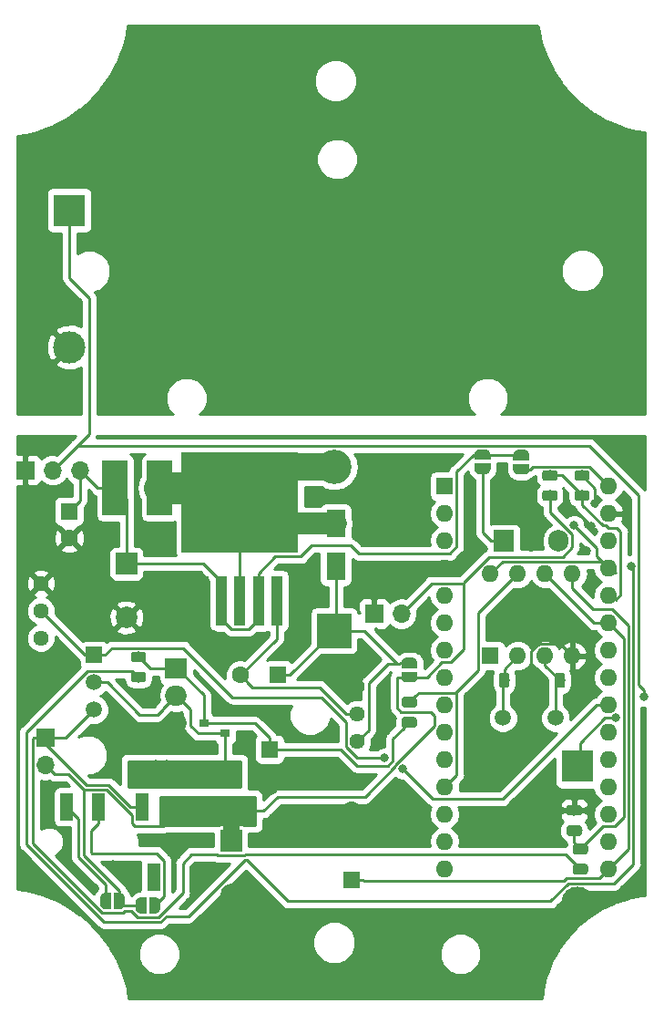
<source format=gbr>
G04 #@! TF.GenerationSoftware,KiCad,Pcbnew,(5.0.2)-1*
G04 #@! TF.CreationDate,2019-04-30T14:20:18-04:00*
G04 #@! TF.ProjectId,_saved__saved_tDCS,5f736176-6564-45f5-9f73-617665645f74,rev?*
G04 #@! TF.SameCoordinates,Original*
G04 #@! TF.FileFunction,Copper,L1,Top*
G04 #@! TF.FilePolarity,Positive*
%FSLAX46Y46*%
G04 Gerber Fmt 4.6, Leading zero omitted, Abs format (unit mm)*
G04 Created by KiCad (PCBNEW (5.0.2)-1) date 4/30/2019 2:20:18 PM*
%MOMM*%
%LPD*%
G01*
G04 APERTURE LIST*
G04 #@! TA.AperFunction,SMDPad,CuDef*
%ADD10C,0.500000*%
G04 #@! TD*
G04 #@! TA.AperFunction,Conductor*
%ADD11C,0.100000*%
G04 #@! TD*
G04 #@! TA.AperFunction,SMDPad,CuDef*
%ADD12C,0.975000*%
G04 #@! TD*
G04 #@! TA.AperFunction,ComponentPad*
%ADD13C,1.440000*%
G04 #@! TD*
G04 #@! TA.AperFunction,ComponentPad*
%ADD14R,1.600000X1.600000*%
G04 #@! TD*
G04 #@! TA.AperFunction,ComponentPad*
%ADD15C,1.600000*%
G04 #@! TD*
G04 #@! TA.AperFunction,ComponentPad*
%ADD16C,3.000000*%
G04 #@! TD*
G04 #@! TA.AperFunction,ComponentPad*
%ADD17R,3.000000X3.000000*%
G04 #@! TD*
G04 #@! TA.AperFunction,ComponentPad*
%ADD18O,1.600000X1.600000*%
G04 #@! TD*
G04 #@! TA.AperFunction,ComponentPad*
%ADD19C,2.000000*%
G04 #@! TD*
G04 #@! TA.AperFunction,ComponentPad*
%ADD20R,2.000000X2.000000*%
G04 #@! TD*
G04 #@! TA.AperFunction,ComponentPad*
%ADD21R,3.200000X3.200000*%
G04 #@! TD*
G04 #@! TA.AperFunction,ComponentPad*
%ADD22O,3.200000X3.200000*%
G04 #@! TD*
G04 #@! TA.AperFunction,ComponentPad*
%ADD23O,1.700000X1.700000*%
G04 #@! TD*
G04 #@! TA.AperFunction,ComponentPad*
%ADD24R,1.700000X1.700000*%
G04 #@! TD*
G04 #@! TA.AperFunction,SMDPad,CuDef*
%ADD25R,2.350000X5.100000*%
G04 #@! TD*
G04 #@! TA.AperFunction,ComponentPad*
%ADD26C,1.500000*%
G04 #@! TD*
G04 #@! TA.AperFunction,ComponentPad*
%ADD27R,1.500000X1.500000*%
G04 #@! TD*
G04 #@! TA.AperFunction,ComponentPad*
%ADD28R,2.000000X1.905000*%
G04 #@! TD*
G04 #@! TA.AperFunction,ComponentPad*
%ADD29O,2.000000X1.905000*%
G04 #@! TD*
G04 #@! TA.AperFunction,SMDPad,CuDef*
%ADD30R,1.100000X4.600000*%
G04 #@! TD*
G04 #@! TA.AperFunction,SMDPad,CuDef*
%ADD31R,10.800000X9.400000*%
G04 #@! TD*
G04 #@! TA.AperFunction,ComponentPad*
%ADD32O,1.905000X2.000000*%
G04 #@! TD*
G04 #@! TA.AperFunction,ComponentPad*
%ADD33R,1.905000X2.000000*%
G04 #@! TD*
G04 #@! TA.AperFunction,SMDPad,CuDef*
%ADD34R,0.900000X0.800000*%
G04 #@! TD*
G04 #@! TA.AperFunction,SMDPad,CuDef*
%ADD35R,1.200000X2.500000*%
G04 #@! TD*
G04 #@! TA.AperFunction,SMDPad,CuDef*
%ADD36C,1.425000*%
G04 #@! TD*
G04 #@! TA.AperFunction,SMDPad,CuDef*
%ADD37R,1.800000X2.500000*%
G04 #@! TD*
G04 #@! TA.AperFunction,ViaPad*
%ADD38C,0.800000*%
G04 #@! TD*
G04 #@! TA.AperFunction,Conductor*
%ADD39C,0.250000*%
G04 #@! TD*
G04 #@! TA.AperFunction,Conductor*
%ADD40C,1.500000*%
G04 #@! TD*
G04 #@! TA.AperFunction,Conductor*
%ADD41C,3.000000*%
G04 #@! TD*
G04 #@! TA.AperFunction,Conductor*
%ADD42C,2.500000*%
G04 #@! TD*
G04 #@! TA.AperFunction,Conductor*
%ADD43C,2.000000*%
G04 #@! TD*
G04 #@! TA.AperFunction,Conductor*
%ADD44C,0.254000*%
G04 #@! TD*
G04 APERTURE END LIST*
D10*
G04 #@! TO.P,JP5,1*
G04 #@! TO.N,Net-(J1-PadS)*
X211650000Y-115700000D03*
D11*
G04 #@! TD*
G04 #@! TO.N,Net-(J1-PadS)*
G04 #@! TO.C,JP5*
G36*
X212150000Y-116450000D02*
X211650000Y-116450000D01*
X211650000Y-116449398D01*
X211625466Y-116449398D01*
X211576635Y-116444588D01*
X211528510Y-116435016D01*
X211481555Y-116420772D01*
X211436222Y-116401995D01*
X211392949Y-116378864D01*
X211352150Y-116351604D01*
X211314221Y-116320476D01*
X211279524Y-116285779D01*
X211248396Y-116247850D01*
X211221136Y-116207051D01*
X211198005Y-116163778D01*
X211179228Y-116118445D01*
X211164984Y-116071490D01*
X211155412Y-116023365D01*
X211150602Y-115974534D01*
X211150602Y-115950000D01*
X211150000Y-115950000D01*
X211150000Y-115450000D01*
X211150602Y-115450000D01*
X211150602Y-115425466D01*
X211155412Y-115376635D01*
X211164984Y-115328510D01*
X211179228Y-115281555D01*
X211198005Y-115236222D01*
X211221136Y-115192949D01*
X211248396Y-115152150D01*
X211279524Y-115114221D01*
X211314221Y-115079524D01*
X211352150Y-115048396D01*
X211392949Y-115021136D01*
X211436222Y-114998005D01*
X211481555Y-114979228D01*
X211528510Y-114964984D01*
X211576635Y-114955412D01*
X211625466Y-114950602D01*
X211650000Y-114950602D01*
X211650000Y-114950000D01*
X212150000Y-114950000D01*
X212150000Y-116450000D01*
X212150000Y-116450000D01*
G37*
D10*
G04 #@! TO.P,JP5,2*
G04 #@! TO.N,boostout+*
X212950000Y-115700000D03*
D11*
G04 #@! TD*
G04 #@! TO.N,boostout+*
G04 #@! TO.C,JP5*
G36*
X212950000Y-114950602D02*
X212974534Y-114950602D01*
X213023365Y-114955412D01*
X213071490Y-114964984D01*
X213118445Y-114979228D01*
X213163778Y-114998005D01*
X213207051Y-115021136D01*
X213247850Y-115048396D01*
X213285779Y-115079524D01*
X213320476Y-115114221D01*
X213351604Y-115152150D01*
X213378864Y-115192949D01*
X213401995Y-115236222D01*
X213420772Y-115281555D01*
X213435016Y-115328510D01*
X213444588Y-115376635D01*
X213449398Y-115425466D01*
X213449398Y-115450000D01*
X213450000Y-115450000D01*
X213450000Y-115950000D01*
X213449398Y-115950000D01*
X213449398Y-115974534D01*
X213444588Y-116023365D01*
X213435016Y-116071490D01*
X213420772Y-116118445D01*
X213401995Y-116163778D01*
X213378864Y-116207051D01*
X213351604Y-116247850D01*
X213320476Y-116285779D01*
X213285779Y-116320476D01*
X213247850Y-116351604D01*
X213207051Y-116378864D01*
X213163778Y-116401995D01*
X213118445Y-116420772D01*
X213071490Y-116435016D01*
X213023365Y-116444588D01*
X212974534Y-116449398D01*
X212950000Y-116449398D01*
X212950000Y-116450000D01*
X212450000Y-116450000D01*
X212450000Y-114950000D01*
X212950000Y-114950000D01*
X212950000Y-114950602D01*
X212950000Y-114950602D01*
G37*
D10*
G04 #@! TO.P,JP4,2*
G04 #@! TO.N,boostout+*
X214950000Y-116100000D03*
D11*
G04 #@! TD*
G04 #@! TO.N,boostout+*
G04 #@! TO.C,JP4*
G36*
X214950000Y-116849398D02*
X214925466Y-116849398D01*
X214876635Y-116844588D01*
X214828510Y-116835016D01*
X214781555Y-116820772D01*
X214736222Y-116801995D01*
X214692949Y-116778864D01*
X214652150Y-116751604D01*
X214614221Y-116720476D01*
X214579524Y-116685779D01*
X214548396Y-116647850D01*
X214521136Y-116607051D01*
X214498005Y-116563778D01*
X214479228Y-116518445D01*
X214464984Y-116471490D01*
X214455412Y-116423365D01*
X214450602Y-116374534D01*
X214450602Y-116350000D01*
X214450000Y-116350000D01*
X214450000Y-115850000D01*
X214450602Y-115850000D01*
X214450602Y-115825466D01*
X214455412Y-115776635D01*
X214464984Y-115728510D01*
X214479228Y-115681555D01*
X214498005Y-115636222D01*
X214521136Y-115592949D01*
X214548396Y-115552150D01*
X214579524Y-115514221D01*
X214614221Y-115479524D01*
X214652150Y-115448396D01*
X214692949Y-115421136D01*
X214736222Y-115398005D01*
X214781555Y-115379228D01*
X214828510Y-115364984D01*
X214876635Y-115355412D01*
X214925466Y-115350602D01*
X214950000Y-115350602D01*
X214950000Y-115350000D01*
X215450000Y-115350000D01*
X215450000Y-116850000D01*
X214950000Y-116850000D01*
X214950000Y-116849398D01*
X214950000Y-116849398D01*
G37*
D10*
G04 #@! TO.P,JP4,1*
G04 #@! TO.N,Net-(J1-PadR1)*
X216250000Y-116100000D03*
D11*
G04 #@! TD*
G04 #@! TO.N,Net-(J1-PadR1)*
G04 #@! TO.C,JP4*
G36*
X215750000Y-115350000D02*
X216250000Y-115350000D01*
X216250000Y-115350602D01*
X216274534Y-115350602D01*
X216323365Y-115355412D01*
X216371490Y-115364984D01*
X216418445Y-115379228D01*
X216463778Y-115398005D01*
X216507051Y-115421136D01*
X216547850Y-115448396D01*
X216585779Y-115479524D01*
X216620476Y-115514221D01*
X216651604Y-115552150D01*
X216678864Y-115592949D01*
X216701995Y-115636222D01*
X216720772Y-115681555D01*
X216735016Y-115728510D01*
X216744588Y-115776635D01*
X216749398Y-115825466D01*
X216749398Y-115850000D01*
X216750000Y-115850000D01*
X216750000Y-116350000D01*
X216749398Y-116350000D01*
X216749398Y-116374534D01*
X216744588Y-116423365D01*
X216735016Y-116471490D01*
X216720772Y-116518445D01*
X216701995Y-116563778D01*
X216678864Y-116607051D01*
X216651604Y-116647850D01*
X216620476Y-116685779D01*
X216585779Y-116720476D01*
X216547850Y-116751604D01*
X216507051Y-116778864D01*
X216463778Y-116801995D01*
X216418445Y-116820772D01*
X216371490Y-116835016D01*
X216323365Y-116844588D01*
X216274534Y-116849398D01*
X216250000Y-116849398D01*
X216250000Y-116850000D01*
X215750000Y-116850000D01*
X215750000Y-115350000D01*
X215750000Y-115350000D01*
G37*
G04 #@! TO.N,GND*
G04 #@! TO.C,R5*
G36*
X256430142Y-75688674D02*
X256453803Y-75692184D01*
X256477007Y-75697996D01*
X256499529Y-75706054D01*
X256521153Y-75716282D01*
X256541670Y-75728579D01*
X256560883Y-75742829D01*
X256578607Y-75758893D01*
X256594671Y-75776617D01*
X256608921Y-75795830D01*
X256621218Y-75816347D01*
X256631446Y-75837971D01*
X256639504Y-75860493D01*
X256645316Y-75883697D01*
X256648826Y-75907358D01*
X256650000Y-75931250D01*
X256650000Y-76418750D01*
X256648826Y-76442642D01*
X256645316Y-76466303D01*
X256639504Y-76489507D01*
X256631446Y-76512029D01*
X256621218Y-76533653D01*
X256608921Y-76554170D01*
X256594671Y-76573383D01*
X256578607Y-76591107D01*
X256560883Y-76607171D01*
X256541670Y-76621421D01*
X256521153Y-76633718D01*
X256499529Y-76643946D01*
X256477007Y-76652004D01*
X256453803Y-76657816D01*
X256430142Y-76661326D01*
X256406250Y-76662500D01*
X255493750Y-76662500D01*
X255469858Y-76661326D01*
X255446197Y-76657816D01*
X255422993Y-76652004D01*
X255400471Y-76643946D01*
X255378847Y-76633718D01*
X255358330Y-76621421D01*
X255339117Y-76607171D01*
X255321393Y-76591107D01*
X255305329Y-76573383D01*
X255291079Y-76554170D01*
X255278782Y-76533653D01*
X255268554Y-76512029D01*
X255260496Y-76489507D01*
X255254684Y-76466303D01*
X255251174Y-76442642D01*
X255250000Y-76418750D01*
X255250000Y-75931250D01*
X255251174Y-75907358D01*
X255254684Y-75883697D01*
X255260496Y-75860493D01*
X255268554Y-75837971D01*
X255278782Y-75816347D01*
X255291079Y-75795830D01*
X255305329Y-75776617D01*
X255321393Y-75758893D01*
X255339117Y-75742829D01*
X255358330Y-75728579D01*
X255378847Y-75716282D01*
X255400471Y-75706054D01*
X255422993Y-75697996D01*
X255446197Y-75692184D01*
X255469858Y-75688674D01*
X255493750Y-75687500D01*
X256406250Y-75687500D01*
X256430142Y-75688674D01*
X256430142Y-75688674D01*
G37*
D12*
G04 #@! TD*
G04 #@! TO.P,R5,2*
G04 #@! TO.N,GND*
X255950000Y-76175000D03*
D11*
G04 #@! TO.N,/A7*
G04 #@! TO.C,R5*
G36*
X256430142Y-77563674D02*
X256453803Y-77567184D01*
X256477007Y-77572996D01*
X256499529Y-77581054D01*
X256521153Y-77591282D01*
X256541670Y-77603579D01*
X256560883Y-77617829D01*
X256578607Y-77633893D01*
X256594671Y-77651617D01*
X256608921Y-77670830D01*
X256621218Y-77691347D01*
X256631446Y-77712971D01*
X256639504Y-77735493D01*
X256645316Y-77758697D01*
X256648826Y-77782358D01*
X256650000Y-77806250D01*
X256650000Y-78293750D01*
X256648826Y-78317642D01*
X256645316Y-78341303D01*
X256639504Y-78364507D01*
X256631446Y-78387029D01*
X256621218Y-78408653D01*
X256608921Y-78429170D01*
X256594671Y-78448383D01*
X256578607Y-78466107D01*
X256560883Y-78482171D01*
X256541670Y-78496421D01*
X256521153Y-78508718D01*
X256499529Y-78518946D01*
X256477007Y-78527004D01*
X256453803Y-78532816D01*
X256430142Y-78536326D01*
X256406250Y-78537500D01*
X255493750Y-78537500D01*
X255469858Y-78536326D01*
X255446197Y-78532816D01*
X255422993Y-78527004D01*
X255400471Y-78518946D01*
X255378847Y-78508718D01*
X255358330Y-78496421D01*
X255339117Y-78482171D01*
X255321393Y-78466107D01*
X255305329Y-78448383D01*
X255291079Y-78429170D01*
X255278782Y-78408653D01*
X255268554Y-78387029D01*
X255260496Y-78364507D01*
X255254684Y-78341303D01*
X255251174Y-78317642D01*
X255250000Y-78293750D01*
X255250000Y-77806250D01*
X255251174Y-77782358D01*
X255254684Y-77758697D01*
X255260496Y-77735493D01*
X255268554Y-77712971D01*
X255278782Y-77691347D01*
X255291079Y-77670830D01*
X255305329Y-77651617D01*
X255321393Y-77633893D01*
X255339117Y-77617829D01*
X255358330Y-77603579D01*
X255378847Y-77591282D01*
X255400471Y-77581054D01*
X255422993Y-77572996D01*
X255446197Y-77567184D01*
X255469858Y-77563674D01*
X255493750Y-77562500D01*
X256406250Y-77562500D01*
X256430142Y-77563674D01*
X256430142Y-77563674D01*
G37*
D12*
G04 #@! TD*
G04 #@! TO.P,R5,1*
G04 #@! TO.N,/A7*
X255950000Y-78050000D03*
D13*
G04 #@! TO.P,RV1,1*
G04 #@! TO.N,GND*
X205650000Y-86200000D03*
G04 #@! TO.P,RV1,2*
G04 #@! TO.N,/A3*
X205650000Y-88740000D03*
G04 #@! TO.P,RV1,3*
G04 #@! TO.N,Net-(RV1-Pad3)*
X205650000Y-91280000D03*
G04 #@! TD*
D14*
G04 #@! TO.P,BZ1,1*
G04 #@! TO.N,/buzzer*
X234530000Y-113720000D03*
D15*
G04 #@! TO.P,BZ1,2*
G04 #@! TO.N,GND*
X234530000Y-107220000D03*
G04 #@! TD*
D16*
G04 #@! TO.P,BT2,2*
G04 #@! TO.N,GND*
X208280000Y-64262000D03*
D17*
G04 #@! TO.P,BT2,1*
G04 #@! TO.N,Net-(BT1-Pad1)*
X208280000Y-51562000D03*
G04 #@! TD*
D14*
G04 #@! TO.P,A1,1*
G04 #@! TO.N,Net-(A1-Pad1)*
X243180000Y-77170000D03*
D18*
G04 #@! TO.P,A1,17*
G04 #@! TO.N,Net-(A1-Pad17)*
X258420000Y-110190000D03*
G04 #@! TO.P,A1,2*
G04 #@! TO.N,Net-(A1-Pad2)*
X243180000Y-79710000D03*
G04 #@! TO.P,A1,18*
G04 #@! TO.N,Net-(A1-Pad18)*
X258420000Y-107650000D03*
G04 #@! TO.P,A1,3*
G04 #@! TO.N,Net-(A1-Pad3)*
X243180000Y-82250000D03*
G04 #@! TO.P,A1,19*
G04 #@! TO.N,Net-(A1-Pad19)*
X258420000Y-105110000D03*
G04 #@! TO.P,A1,4*
G04 #@! TO.N,GND*
X243180000Y-84790000D03*
G04 #@! TO.P,A1,20*
G04 #@! TO.N,Net-(A1-Pad20)*
X258420000Y-102570000D03*
G04 #@! TO.P,A1,5*
G04 #@! TO.N,Net-(A1-Pad5)*
X243180000Y-87330000D03*
G04 #@! TO.P,A1,21*
G04 #@! TO.N,Net-(A1-Pad21)*
X258420000Y-100030000D03*
G04 #@! TO.P,A1,6*
G04 #@! TO.N,Net-(A1-Pad6)*
X243180000Y-89870000D03*
G04 #@! TO.P,A1,22*
G04 #@! TO.N,/A3*
X258420000Y-97490000D03*
G04 #@! TO.P,A1,7*
G04 #@! TO.N,Net-(A1-Pad7)*
X243180000Y-92410000D03*
G04 #@! TO.P,A1,23*
G04 #@! TO.N,Net-(A1-Pad23)*
X258420000Y-94950000D03*
G04 #@! TO.P,A1,8*
G04 #@! TO.N,Net-(A1-Pad8)*
X243180000Y-94950000D03*
G04 #@! TO.P,A1,24*
G04 #@! TO.N,Net-(A1-Pad24)*
X258420000Y-92410000D03*
G04 #@! TO.P,A1,9*
G04 #@! TO.N,Net-(A1-Pad9)*
X243180000Y-97490000D03*
G04 #@! TO.P,A1,25*
G04 #@! TO.N,/A6*
X258420000Y-89870000D03*
G04 #@! TO.P,A1,10*
G04 #@! TO.N,Net-(A1-Pad10)*
X243180000Y-100030000D03*
G04 #@! TO.P,A1,26*
G04 #@! TO.N,/A7*
X258420000Y-87330000D03*
G04 #@! TO.P,A1,11*
G04 #@! TO.N,Net-(A1-Pad11)*
X243180000Y-102570000D03*
G04 #@! TO.P,A1,27*
G04 #@! TO.N,+5V*
X258420000Y-84790000D03*
G04 #@! TO.P,A1,12*
G04 #@! TO.N,gate_control*
X243180000Y-105110000D03*
G04 #@! TO.P,A1,28*
G04 #@! TO.N,Net-(A1-Pad28)*
X258420000Y-82250000D03*
G04 #@! TO.P,A1,13*
G04 #@! TO.N,Net-(A1-Pad13)*
X243180000Y-107650000D03*
G04 #@! TO.P,A1,29*
G04 #@! TO.N,GND*
X258420000Y-79710000D03*
G04 #@! TO.P,A1,14*
G04 #@! TO.N,Net-(A1-Pad14)*
X243180000Y-110190000D03*
G04 #@! TO.P,A1,30*
G04 #@! TO.N,Net-(A1-Pad30)*
X258420000Y-77170000D03*
G04 #@! TO.P,A1,15*
G04 #@! TO.N,Net-(A1-Pad15)*
X243180000Y-112730000D03*
G04 #@! TO.P,A1,16*
G04 #@! TO.N,/buzzer*
X258420000Y-112730000D03*
G04 #@! TD*
D14*
G04 #@! TO.P,C1,1*
G04 #@! TO.N,+9V*
X208280000Y-79502000D03*
D15*
G04 #@! TO.P,C1,2*
G04 #@! TO.N,GND*
X208280000Y-82002000D03*
G04 #@! TD*
D19*
G04 #@! TO.P,C2,2*
G04 #@! TO.N,GND*
X213600000Y-89370000D03*
D20*
G04 #@! TO.P,C2,1*
G04 #@! TO.N,+9V*
X213600000Y-84370000D03*
G04 #@! TD*
D14*
G04 #@! TO.P,C3,1*
G04 #@! TO.N,Net-(C3-Pad1)*
X227690000Y-94720000D03*
D15*
G04 #@! TO.P,C3,2*
G04 #@! TO.N,Net-(C3-Pad2)*
X224190000Y-94720000D03*
G04 #@! TD*
D20*
G04 #@! TO.P,C4,1*
G04 #@! TO.N,boostout+*
X223325000Y-110100000D03*
D19*
G04 #@! TO.P,C4,2*
G04 #@! TO.N,GND*
X223325000Y-115100000D03*
G04 #@! TD*
D15*
G04 #@! TO.P,C5,2*
G04 #@! TO.N,GND*
X226900000Y-105100000D03*
D14*
G04 #@! TO.P,C5,1*
G04 #@! TO.N,Net-(C5-Pad1)*
X226900000Y-101600000D03*
G04 #@! TD*
D21*
G04 #@! TO.P,D2,1*
G04 #@! TO.N,Net-(C3-Pad1)*
X232900000Y-90600000D03*
D22*
G04 #@! TO.P,D2,2*
G04 #@! TO.N,Net-(D2-Pad2)*
X232900000Y-75360000D03*
G04 #@! TD*
D23*
G04 #@! TO.P,J2,2*
G04 #@! TO.N,boostout+*
X239150000Y-89020000D03*
D24*
G04 #@! TO.P,J2,1*
G04 #@! TO.N,GND*
X236610000Y-89020000D03*
G04 #@! TD*
G04 #@! TO.P,J3,1*
G04 #@! TO.N,Net-(J1-PadT)*
X206050000Y-100560000D03*
D23*
G04 #@! TO.P,J3,2*
G04 #@! TO.N,boostout+*
X206050000Y-103100000D03*
G04 #@! TD*
D10*
G04 #@! TO.P,JP1,1*
G04 #@! TO.N,Net-(JP1-Pad1)*
X246700000Y-75550000D03*
D11*
G04 #@! TD*
G04 #@! TO.N,Net-(JP1-Pad1)*
G04 #@! TO.C,JP1*
G36*
X247450000Y-75050000D02*
X247450000Y-75550000D01*
X247449398Y-75550000D01*
X247449398Y-75574534D01*
X247444588Y-75623365D01*
X247435016Y-75671490D01*
X247420772Y-75718445D01*
X247401995Y-75763778D01*
X247378864Y-75807051D01*
X247351604Y-75847850D01*
X247320476Y-75885779D01*
X247285779Y-75920476D01*
X247247850Y-75951604D01*
X247207051Y-75978864D01*
X247163778Y-76001995D01*
X247118445Y-76020772D01*
X247071490Y-76035016D01*
X247023365Y-76044588D01*
X246974534Y-76049398D01*
X246950000Y-76049398D01*
X246950000Y-76050000D01*
X246450000Y-76050000D01*
X246450000Y-76049398D01*
X246425466Y-76049398D01*
X246376635Y-76044588D01*
X246328510Y-76035016D01*
X246281555Y-76020772D01*
X246236222Y-76001995D01*
X246192949Y-75978864D01*
X246152150Y-75951604D01*
X246114221Y-75920476D01*
X246079524Y-75885779D01*
X246048396Y-75847850D01*
X246021136Y-75807051D01*
X245998005Y-75763778D01*
X245979228Y-75718445D01*
X245964984Y-75671490D01*
X245955412Y-75623365D01*
X245950602Y-75574534D01*
X245950602Y-75550000D01*
X245950000Y-75550000D01*
X245950000Y-75050000D01*
X247450000Y-75050000D01*
X247450000Y-75050000D01*
G37*
D10*
G04 #@! TO.P,JP1,2*
G04 #@! TO.N,+9V*
X246700000Y-74250000D03*
D11*
G04 #@! TD*
G04 #@! TO.N,+9V*
G04 #@! TO.C,JP1*
G36*
X245950602Y-74250000D02*
X245950602Y-74225466D01*
X245955412Y-74176635D01*
X245964984Y-74128510D01*
X245979228Y-74081555D01*
X245998005Y-74036222D01*
X246021136Y-73992949D01*
X246048396Y-73952150D01*
X246079524Y-73914221D01*
X246114221Y-73879524D01*
X246152150Y-73848396D01*
X246192949Y-73821136D01*
X246236222Y-73798005D01*
X246281555Y-73779228D01*
X246328510Y-73764984D01*
X246376635Y-73755412D01*
X246425466Y-73750602D01*
X246450000Y-73750602D01*
X246450000Y-73750000D01*
X246950000Y-73750000D01*
X246950000Y-73750602D01*
X246974534Y-73750602D01*
X247023365Y-73755412D01*
X247071490Y-73764984D01*
X247118445Y-73779228D01*
X247163778Y-73798005D01*
X247207051Y-73821136D01*
X247247850Y-73848396D01*
X247285779Y-73879524D01*
X247320476Y-73914221D01*
X247351604Y-73952150D01*
X247378864Y-73992949D01*
X247401995Y-74036222D01*
X247420772Y-74081555D01*
X247435016Y-74128510D01*
X247444588Y-74176635D01*
X247449398Y-74225466D01*
X247449398Y-74250000D01*
X247450000Y-74250000D01*
X247450000Y-74750000D01*
X245950000Y-74750000D01*
X245950000Y-74250000D01*
X245950602Y-74250000D01*
X245950602Y-74250000D01*
G37*
D10*
G04 #@! TO.P,JP2,2*
G04 #@! TO.N,+9V*
X250300000Y-74300000D03*
D11*
G04 #@! TD*
G04 #@! TO.N,+9V*
G04 #@! TO.C,JP2*
G36*
X249550602Y-74300000D02*
X249550602Y-74275466D01*
X249555412Y-74226635D01*
X249564984Y-74178510D01*
X249579228Y-74131555D01*
X249598005Y-74086222D01*
X249621136Y-74042949D01*
X249648396Y-74002150D01*
X249679524Y-73964221D01*
X249714221Y-73929524D01*
X249752150Y-73898396D01*
X249792949Y-73871136D01*
X249836222Y-73848005D01*
X249881555Y-73829228D01*
X249928510Y-73814984D01*
X249976635Y-73805412D01*
X250025466Y-73800602D01*
X250050000Y-73800602D01*
X250050000Y-73800000D01*
X250550000Y-73800000D01*
X250550000Y-73800602D01*
X250574534Y-73800602D01*
X250623365Y-73805412D01*
X250671490Y-73814984D01*
X250718445Y-73829228D01*
X250763778Y-73848005D01*
X250807051Y-73871136D01*
X250847850Y-73898396D01*
X250885779Y-73929524D01*
X250920476Y-73964221D01*
X250951604Y-74002150D01*
X250978864Y-74042949D01*
X251001995Y-74086222D01*
X251020772Y-74131555D01*
X251035016Y-74178510D01*
X251044588Y-74226635D01*
X251049398Y-74275466D01*
X251049398Y-74300000D01*
X251050000Y-74300000D01*
X251050000Y-74800000D01*
X249550000Y-74800000D01*
X249550000Y-74300000D01*
X249550602Y-74300000D01*
X249550602Y-74300000D01*
G37*
D10*
G04 #@! TO.P,JP2,1*
G04 #@! TO.N,Net-(A1-Pad30)*
X250300000Y-75600000D03*
D11*
G04 #@! TD*
G04 #@! TO.N,Net-(A1-Pad30)*
G04 #@! TO.C,JP2*
G36*
X251050000Y-75100000D02*
X251050000Y-75600000D01*
X251049398Y-75600000D01*
X251049398Y-75624534D01*
X251044588Y-75673365D01*
X251035016Y-75721490D01*
X251020772Y-75768445D01*
X251001995Y-75813778D01*
X250978864Y-75857051D01*
X250951604Y-75897850D01*
X250920476Y-75935779D01*
X250885779Y-75970476D01*
X250847850Y-76001604D01*
X250807051Y-76028864D01*
X250763778Y-76051995D01*
X250718445Y-76070772D01*
X250671490Y-76085016D01*
X250623365Y-76094588D01*
X250574534Y-76099398D01*
X250550000Y-76099398D01*
X250550000Y-76100000D01*
X250050000Y-76100000D01*
X250050000Y-76099398D01*
X250025466Y-76099398D01*
X249976635Y-76094588D01*
X249928510Y-76085016D01*
X249881555Y-76070772D01*
X249836222Y-76051995D01*
X249792949Y-76028864D01*
X249752150Y-76001604D01*
X249714221Y-75970476D01*
X249679524Y-75935779D01*
X249648396Y-75897850D01*
X249621136Y-75857051D01*
X249598005Y-75813778D01*
X249579228Y-75768445D01*
X249564984Y-75721490D01*
X249555412Y-75673365D01*
X249550602Y-75624534D01*
X249550602Y-75600000D01*
X249550000Y-75600000D01*
X249550000Y-75100000D01*
X251050000Y-75100000D01*
X251050000Y-75100000D01*
G37*
D10*
G04 #@! TO.P,JP3,1*
G04 #@! TO.N,Net-(C3-Pad1)*
X239903000Y-93599000D03*
D11*
G04 #@! TD*
G04 #@! TO.N,Net-(C3-Pad1)*
G04 #@! TO.C,JP3*
G36*
X239153000Y-94099000D02*
X239153000Y-93599000D01*
X239153602Y-93599000D01*
X239153602Y-93574466D01*
X239158412Y-93525635D01*
X239167984Y-93477510D01*
X239182228Y-93430555D01*
X239201005Y-93385222D01*
X239224136Y-93341949D01*
X239251396Y-93301150D01*
X239282524Y-93263221D01*
X239317221Y-93228524D01*
X239355150Y-93197396D01*
X239395949Y-93170136D01*
X239439222Y-93147005D01*
X239484555Y-93128228D01*
X239531510Y-93113984D01*
X239579635Y-93104412D01*
X239628466Y-93099602D01*
X239653000Y-93099602D01*
X239653000Y-93099000D01*
X240153000Y-93099000D01*
X240153000Y-93099602D01*
X240177534Y-93099602D01*
X240226365Y-93104412D01*
X240274490Y-93113984D01*
X240321445Y-93128228D01*
X240366778Y-93147005D01*
X240410051Y-93170136D01*
X240450850Y-93197396D01*
X240488779Y-93228524D01*
X240523476Y-93263221D01*
X240554604Y-93301150D01*
X240581864Y-93341949D01*
X240604995Y-93385222D01*
X240623772Y-93430555D01*
X240638016Y-93477510D01*
X240647588Y-93525635D01*
X240652398Y-93574466D01*
X240652398Y-93599000D01*
X240653000Y-93599000D01*
X240653000Y-94099000D01*
X239153000Y-94099000D01*
X239153000Y-94099000D01*
G37*
D10*
G04 #@! TO.P,JP3,2*
G04 #@! TO.N,boostout+*
X239903000Y-94899000D03*
D11*
G04 #@! TD*
G04 #@! TO.N,boostout+*
G04 #@! TO.C,JP3*
G36*
X240652398Y-94899000D02*
X240652398Y-94923534D01*
X240647588Y-94972365D01*
X240638016Y-95020490D01*
X240623772Y-95067445D01*
X240604995Y-95112778D01*
X240581864Y-95156051D01*
X240554604Y-95196850D01*
X240523476Y-95234779D01*
X240488779Y-95269476D01*
X240450850Y-95300604D01*
X240410051Y-95327864D01*
X240366778Y-95350995D01*
X240321445Y-95369772D01*
X240274490Y-95384016D01*
X240226365Y-95393588D01*
X240177534Y-95398398D01*
X240153000Y-95398398D01*
X240153000Y-95399000D01*
X239653000Y-95399000D01*
X239653000Y-95398398D01*
X239628466Y-95398398D01*
X239579635Y-95393588D01*
X239531510Y-95384016D01*
X239484555Y-95369772D01*
X239439222Y-95350995D01*
X239395949Y-95327864D01*
X239355150Y-95300604D01*
X239317221Y-95269476D01*
X239282524Y-95234779D01*
X239251396Y-95196850D01*
X239224136Y-95156051D01*
X239201005Y-95112778D01*
X239182228Y-95067445D01*
X239167984Y-95020490D01*
X239158412Y-94972365D01*
X239153602Y-94923534D01*
X239153602Y-94899000D01*
X239153000Y-94899000D01*
X239153000Y-94399000D01*
X240653000Y-94399000D01*
X240653000Y-94899000D01*
X240652398Y-94899000D01*
X240652398Y-94899000D01*
G37*
D25*
G04 #@! TO.P,L1,1*
G04 #@! TO.N,+9V*
X212555000Y-77343000D03*
G04 #@! TO.P,L1,2*
G04 #@! TO.N,Net-(D2-Pad2)*
X216705000Y-77343000D03*
G04 #@! TD*
D26*
G04 #@! TO.P,Q1,2*
G04 #@! TO.N,Net-(D1-Pad1)*
X210600000Y-95390000D03*
G04 #@! TO.P,Q1,3*
G04 #@! TO.N,Net-(J1-PadT)*
X210600000Y-97930000D03*
D27*
G04 #@! TO.P,Q1,1*
G04 #@! TO.N,/A3*
X210600000Y-92850000D03*
G04 #@! TD*
D28*
G04 #@! TO.P,Q2,1*
G04 #@! TO.N,Net-(C5-Pad1)*
X218230000Y-94090000D03*
D29*
G04 #@! TO.P,Q2,2*
G04 #@! TO.N,Net-(D1-Pad1)*
X218230000Y-96630000D03*
G04 #@! TO.P,Q2,3*
G04 #@! TO.N,GND*
X218230000Y-99170000D03*
G04 #@! TD*
D13*
G04 #@! TO.P,RV2,3*
G04 #@! TO.N,GND*
X235075000Y-95795000D03*
G04 #@! TO.P,RV2,2*
G04 #@! TO.N,Net-(C3-Pad2)*
X235075000Y-98335000D03*
G04 #@! TO.P,RV2,1*
G04 #@! TO.N,Net-(C3-Pad1)*
X235075000Y-100875000D03*
G04 #@! TD*
D24*
G04 #@! TO.P,SW1,1*
G04 #@! TO.N,GND*
X204216000Y-75692000D03*
D23*
G04 #@! TO.P,SW1,2*
G04 #@! TO.N,Net-(BT1-Pad1)*
X206756000Y-75692000D03*
G04 #@! TO.P,SW1,3*
G04 #@! TO.N,+9V*
X209296000Y-75692000D03*
G04 #@! TD*
D30*
G04 #@! TO.P,U1,1*
G04 #@! TO.N,GND*
X220755000Y-87817000D03*
G04 #@! TO.P,U1,2*
G04 #@! TO.N,+9V*
X222455000Y-87817000D03*
G04 #@! TO.P,U1,3*
G04 #@! TO.N,Net-(D2-Pad2)*
X224155000Y-87817000D03*
G04 #@! TO.P,U1,4*
G04 #@! TO.N,+9V*
X225855000Y-87817000D03*
G04 #@! TO.P,U1,5*
G04 #@! TO.N,Net-(C3-Pad2)*
X227555000Y-87817000D03*
D31*
G04 #@! TO.P,U1,3*
G04 #@! TO.N,Net-(D2-Pad2)*
X224155000Y-78667000D03*
G04 #@! TD*
D32*
G04 #@! TO.P,U2,3*
G04 #@! TO.N,+5V*
X253774000Y-82257000D03*
G04 #@! TO.P,U2,2*
G04 #@! TO.N,GND*
X251234000Y-82257000D03*
D33*
G04 #@! TO.P,U2,1*
G04 #@! TO.N,Net-(JP1-Pad1)*
X248694000Y-82257000D03*
G04 #@! TD*
D14*
G04 #@! TO.P,U3,1*
G04 #@! TO.N,Net-(U3-Pad1)*
X247424000Y-92925000D03*
D18*
G04 #@! TO.P,U3,5*
G04 #@! TO.N,/buzzer*
X255044000Y-85305000D03*
G04 #@! TO.P,U3,2*
G04 #@! TO.N,/XTAL1*
X249964000Y-92925000D03*
G04 #@! TO.P,U3,6*
G04 #@! TO.N,/A6*
X252504000Y-85305000D03*
G04 #@! TO.P,U3,3*
G04 #@! TO.N,/XTAL2*
X252504000Y-92925000D03*
G04 #@! TO.P,U3,7*
G04 #@! TO.N,gate_control*
X249964000Y-85305000D03*
G04 #@! TO.P,U3,4*
G04 #@! TO.N,GND*
X255044000Y-92925000D03*
G04 #@! TO.P,U3,8*
G04 #@! TO.N,+5V*
X247424000Y-85305000D03*
G04 #@! TD*
D26*
G04 #@! TO.P,Y1,1*
G04 #@! TO.N,/XTAL1*
X248600000Y-98700000D03*
G04 #@! TO.P,Y1,2*
G04 #@! TO.N,/XTAL2*
X253480000Y-98700000D03*
G04 #@! TD*
D34*
G04 #@! TO.P,Q3,1*
G04 #@! TO.N,Net-(C5-Pad1)*
X220775000Y-99200000D03*
G04 #@! TO.P,Q3,2*
G04 #@! TO.N,GND*
X220775000Y-101100000D03*
G04 #@! TO.P,Q3,3*
G04 #@! TO.N,Net-(D1-Pad1)*
X222775000Y-100150000D03*
G04 #@! TD*
D35*
G04 #@! TO.P,J1,R2*
G04 #@! TO.N,Net-(J1-PadR2)*
X216125000Y-113450000D03*
G04 #@! TO.P,J1,T*
G04 #@! TO.N,Net-(J1-PadT)*
X215025000Y-106950000D03*
G04 #@! TO.P,J1,R1*
G04 #@! TO.N,Net-(J1-PadR1)*
X211025000Y-106950000D03*
G04 #@! TO.P,J1,S*
G04 #@! TO.N,Net-(J1-PadS)*
X208025000Y-106950000D03*
G04 #@! TD*
D11*
G04 #@! TO.N,Net-(D1-Pad1)*
G04 #@! TO.C,D1*
G36*
X215480142Y-102851174D02*
X215503803Y-102854684D01*
X215527007Y-102860496D01*
X215549529Y-102868554D01*
X215571153Y-102878782D01*
X215591670Y-102891079D01*
X215610883Y-102905329D01*
X215628607Y-102921393D01*
X215644671Y-102939117D01*
X215658921Y-102958330D01*
X215671218Y-102978847D01*
X215681446Y-103000471D01*
X215689504Y-103022993D01*
X215695316Y-103046197D01*
X215698826Y-103069858D01*
X215700000Y-103093750D01*
X215700000Y-103581250D01*
X215698826Y-103605142D01*
X215695316Y-103628803D01*
X215689504Y-103652007D01*
X215681446Y-103674529D01*
X215671218Y-103696153D01*
X215658921Y-103716670D01*
X215644671Y-103735883D01*
X215628607Y-103753607D01*
X215610883Y-103769671D01*
X215591670Y-103783921D01*
X215571153Y-103796218D01*
X215549529Y-103806446D01*
X215527007Y-103814504D01*
X215503803Y-103820316D01*
X215480142Y-103823826D01*
X215456250Y-103825000D01*
X214543750Y-103825000D01*
X214519858Y-103823826D01*
X214496197Y-103820316D01*
X214472993Y-103814504D01*
X214450471Y-103806446D01*
X214428847Y-103796218D01*
X214408330Y-103783921D01*
X214389117Y-103769671D01*
X214371393Y-103753607D01*
X214355329Y-103735883D01*
X214341079Y-103716670D01*
X214328782Y-103696153D01*
X214318554Y-103674529D01*
X214310496Y-103652007D01*
X214304684Y-103628803D01*
X214301174Y-103605142D01*
X214300000Y-103581250D01*
X214300000Y-103093750D01*
X214301174Y-103069858D01*
X214304684Y-103046197D01*
X214310496Y-103022993D01*
X214318554Y-103000471D01*
X214328782Y-102978847D01*
X214341079Y-102958330D01*
X214355329Y-102939117D01*
X214371393Y-102921393D01*
X214389117Y-102905329D01*
X214408330Y-102891079D01*
X214428847Y-102878782D01*
X214450471Y-102868554D01*
X214472993Y-102860496D01*
X214496197Y-102854684D01*
X214519858Y-102851174D01*
X214543750Y-102850000D01*
X215456250Y-102850000D01*
X215480142Y-102851174D01*
X215480142Y-102851174D01*
G37*
D12*
G04 #@! TD*
G04 #@! TO.P,D1,1*
G04 #@! TO.N,Net-(D1-Pad1)*
X215000000Y-103337500D03*
D11*
G04 #@! TO.N,GND*
G04 #@! TO.C,D1*
G36*
X215480142Y-100976174D02*
X215503803Y-100979684D01*
X215527007Y-100985496D01*
X215549529Y-100993554D01*
X215571153Y-101003782D01*
X215591670Y-101016079D01*
X215610883Y-101030329D01*
X215628607Y-101046393D01*
X215644671Y-101064117D01*
X215658921Y-101083330D01*
X215671218Y-101103847D01*
X215681446Y-101125471D01*
X215689504Y-101147993D01*
X215695316Y-101171197D01*
X215698826Y-101194858D01*
X215700000Y-101218750D01*
X215700000Y-101706250D01*
X215698826Y-101730142D01*
X215695316Y-101753803D01*
X215689504Y-101777007D01*
X215681446Y-101799529D01*
X215671218Y-101821153D01*
X215658921Y-101841670D01*
X215644671Y-101860883D01*
X215628607Y-101878607D01*
X215610883Y-101894671D01*
X215591670Y-101908921D01*
X215571153Y-101921218D01*
X215549529Y-101931446D01*
X215527007Y-101939504D01*
X215503803Y-101945316D01*
X215480142Y-101948826D01*
X215456250Y-101950000D01*
X214543750Y-101950000D01*
X214519858Y-101948826D01*
X214496197Y-101945316D01*
X214472993Y-101939504D01*
X214450471Y-101931446D01*
X214428847Y-101921218D01*
X214408330Y-101908921D01*
X214389117Y-101894671D01*
X214371393Y-101878607D01*
X214355329Y-101860883D01*
X214341079Y-101841670D01*
X214328782Y-101821153D01*
X214318554Y-101799529D01*
X214310496Y-101777007D01*
X214304684Y-101753803D01*
X214301174Y-101730142D01*
X214300000Y-101706250D01*
X214300000Y-101218750D01*
X214301174Y-101194858D01*
X214304684Y-101171197D01*
X214310496Y-101147993D01*
X214318554Y-101125471D01*
X214328782Y-101103847D01*
X214341079Y-101083330D01*
X214355329Y-101064117D01*
X214371393Y-101046393D01*
X214389117Y-101030329D01*
X214408330Y-101016079D01*
X214428847Y-101003782D01*
X214450471Y-100993554D01*
X214472993Y-100985496D01*
X214496197Y-100979684D01*
X214519858Y-100976174D01*
X214543750Y-100975000D01*
X215456250Y-100975000D01*
X215480142Y-100976174D01*
X215480142Y-100976174D01*
G37*
D12*
G04 #@! TD*
G04 #@! TO.P,D1,2*
G04 #@! TO.N,GND*
X215000000Y-101462500D03*
D11*
G04 #@! TO.N,Net-(D1-Pad1)*
G04 #@! TO.C,R1*
G36*
X219299504Y-103201204D02*
X219323773Y-103204804D01*
X219347571Y-103210765D01*
X219370671Y-103219030D01*
X219392849Y-103229520D01*
X219413893Y-103242133D01*
X219433598Y-103256747D01*
X219451777Y-103273223D01*
X219468253Y-103291402D01*
X219482867Y-103311107D01*
X219495480Y-103332151D01*
X219505970Y-103354329D01*
X219514235Y-103377429D01*
X219520196Y-103401227D01*
X219523796Y-103425496D01*
X219525000Y-103450000D01*
X219525000Y-104375000D01*
X219523796Y-104399504D01*
X219520196Y-104423773D01*
X219514235Y-104447571D01*
X219505970Y-104470671D01*
X219495480Y-104492849D01*
X219482867Y-104513893D01*
X219468253Y-104533598D01*
X219451777Y-104551777D01*
X219433598Y-104568253D01*
X219413893Y-104582867D01*
X219392849Y-104595480D01*
X219370671Y-104605970D01*
X219347571Y-104614235D01*
X219323773Y-104620196D01*
X219299504Y-104623796D01*
X219275000Y-104625000D01*
X218025000Y-104625000D01*
X218000496Y-104623796D01*
X217976227Y-104620196D01*
X217952429Y-104614235D01*
X217929329Y-104605970D01*
X217907151Y-104595480D01*
X217886107Y-104582867D01*
X217866402Y-104568253D01*
X217848223Y-104551777D01*
X217831747Y-104533598D01*
X217817133Y-104513893D01*
X217804520Y-104492849D01*
X217794030Y-104470671D01*
X217785765Y-104447571D01*
X217779804Y-104423773D01*
X217776204Y-104399504D01*
X217775000Y-104375000D01*
X217775000Y-103450000D01*
X217776204Y-103425496D01*
X217779804Y-103401227D01*
X217785765Y-103377429D01*
X217794030Y-103354329D01*
X217804520Y-103332151D01*
X217817133Y-103311107D01*
X217831747Y-103291402D01*
X217848223Y-103273223D01*
X217866402Y-103256747D01*
X217886107Y-103242133D01*
X217907151Y-103229520D01*
X217929329Y-103219030D01*
X217952429Y-103210765D01*
X217976227Y-103204804D01*
X218000496Y-103201204D01*
X218025000Y-103200000D01*
X219275000Y-103200000D01*
X219299504Y-103201204D01*
X219299504Y-103201204D01*
G37*
D36*
G04 #@! TD*
G04 #@! TO.P,R1,1*
G04 #@! TO.N,Net-(D1-Pad1)*
X218650000Y-103912500D03*
D11*
G04 #@! TO.N,boostout+*
G04 #@! TO.C,R1*
G36*
X219300069Y-106176201D02*
X219324276Y-106179792D01*
X219348015Y-106185738D01*
X219371057Y-106193982D01*
X219393180Y-106204446D01*
X219414171Y-106217027D01*
X219433827Y-106231605D01*
X219451960Y-106248040D01*
X219468395Y-106266173D01*
X219482973Y-106285829D01*
X219495554Y-106306820D01*
X219506018Y-106328943D01*
X219514262Y-106351985D01*
X219520208Y-106375724D01*
X219523799Y-106399931D01*
X219525000Y-106424374D01*
X219525000Y-107350626D01*
X219523799Y-107375069D01*
X219520208Y-107399276D01*
X219514262Y-107423015D01*
X219506018Y-107446057D01*
X219495554Y-107468180D01*
X219482973Y-107489171D01*
X219468395Y-107508827D01*
X219451960Y-107526960D01*
X219433827Y-107543395D01*
X219414171Y-107557973D01*
X219393180Y-107570554D01*
X219371057Y-107581018D01*
X219348015Y-107589262D01*
X219324276Y-107595208D01*
X219300069Y-107598799D01*
X219275626Y-107600000D01*
X218024374Y-107600000D01*
X217999931Y-107598799D01*
X217975724Y-107595208D01*
X217951985Y-107589262D01*
X217928943Y-107581018D01*
X217906820Y-107570554D01*
X217885829Y-107557973D01*
X217866173Y-107543395D01*
X217848040Y-107526960D01*
X217831605Y-107508827D01*
X217817027Y-107489171D01*
X217804446Y-107468180D01*
X217793982Y-107446057D01*
X217785738Y-107423015D01*
X217779792Y-107399276D01*
X217776201Y-107375069D01*
X217775000Y-107350626D01*
X217775000Y-106424374D01*
X217776201Y-106399931D01*
X217779792Y-106375724D01*
X217785738Y-106351985D01*
X217793982Y-106328943D01*
X217804446Y-106306820D01*
X217817027Y-106285829D01*
X217831605Y-106266173D01*
X217848040Y-106248040D01*
X217866173Y-106231605D01*
X217885829Y-106217027D01*
X217906820Y-106204446D01*
X217928943Y-106193982D01*
X217951985Y-106185738D01*
X217975724Y-106179792D01*
X217999931Y-106176201D01*
X218024374Y-106175000D01*
X219275626Y-106175000D01*
X219300069Y-106176201D01*
X219300069Y-106176201D01*
G37*
D36*
G04 #@! TD*
G04 #@! TO.P,R1,2*
G04 #@! TO.N,boostout+*
X218650000Y-106887500D03*
D11*
G04 #@! TO.N,boostout+*
G04 #@! TO.C,R4*
G36*
X253430142Y-77563674D02*
X253453803Y-77567184D01*
X253477007Y-77572996D01*
X253499529Y-77581054D01*
X253521153Y-77591282D01*
X253541670Y-77603579D01*
X253560883Y-77617829D01*
X253578607Y-77633893D01*
X253594671Y-77651617D01*
X253608921Y-77670830D01*
X253621218Y-77691347D01*
X253631446Y-77712971D01*
X253639504Y-77735493D01*
X253645316Y-77758697D01*
X253648826Y-77782358D01*
X253650000Y-77806250D01*
X253650000Y-78293750D01*
X253648826Y-78317642D01*
X253645316Y-78341303D01*
X253639504Y-78364507D01*
X253631446Y-78387029D01*
X253621218Y-78408653D01*
X253608921Y-78429170D01*
X253594671Y-78448383D01*
X253578607Y-78466107D01*
X253560883Y-78482171D01*
X253541670Y-78496421D01*
X253521153Y-78508718D01*
X253499529Y-78518946D01*
X253477007Y-78527004D01*
X253453803Y-78532816D01*
X253430142Y-78536326D01*
X253406250Y-78537500D01*
X252493750Y-78537500D01*
X252469858Y-78536326D01*
X252446197Y-78532816D01*
X252422993Y-78527004D01*
X252400471Y-78518946D01*
X252378847Y-78508718D01*
X252358330Y-78496421D01*
X252339117Y-78482171D01*
X252321393Y-78466107D01*
X252305329Y-78448383D01*
X252291079Y-78429170D01*
X252278782Y-78408653D01*
X252268554Y-78387029D01*
X252260496Y-78364507D01*
X252254684Y-78341303D01*
X252251174Y-78317642D01*
X252250000Y-78293750D01*
X252250000Y-77806250D01*
X252251174Y-77782358D01*
X252254684Y-77758697D01*
X252260496Y-77735493D01*
X252268554Y-77712971D01*
X252278782Y-77691347D01*
X252291079Y-77670830D01*
X252305329Y-77651617D01*
X252321393Y-77633893D01*
X252339117Y-77617829D01*
X252358330Y-77603579D01*
X252378847Y-77591282D01*
X252400471Y-77581054D01*
X252422993Y-77572996D01*
X252446197Y-77567184D01*
X252469858Y-77563674D01*
X252493750Y-77562500D01*
X253406250Y-77562500D01*
X253430142Y-77563674D01*
X253430142Y-77563674D01*
G37*
D12*
G04 #@! TD*
G04 #@! TO.P,R4,1*
G04 #@! TO.N,boostout+*
X252950000Y-78050000D03*
D11*
G04 #@! TO.N,/A7*
G04 #@! TO.C,R4*
G36*
X253430142Y-75688674D02*
X253453803Y-75692184D01*
X253477007Y-75697996D01*
X253499529Y-75706054D01*
X253521153Y-75716282D01*
X253541670Y-75728579D01*
X253560883Y-75742829D01*
X253578607Y-75758893D01*
X253594671Y-75776617D01*
X253608921Y-75795830D01*
X253621218Y-75816347D01*
X253631446Y-75837971D01*
X253639504Y-75860493D01*
X253645316Y-75883697D01*
X253648826Y-75907358D01*
X253650000Y-75931250D01*
X253650000Y-76418750D01*
X253648826Y-76442642D01*
X253645316Y-76466303D01*
X253639504Y-76489507D01*
X253631446Y-76512029D01*
X253621218Y-76533653D01*
X253608921Y-76554170D01*
X253594671Y-76573383D01*
X253578607Y-76591107D01*
X253560883Y-76607171D01*
X253541670Y-76621421D01*
X253521153Y-76633718D01*
X253499529Y-76643946D01*
X253477007Y-76652004D01*
X253453803Y-76657816D01*
X253430142Y-76661326D01*
X253406250Y-76662500D01*
X252493750Y-76662500D01*
X252469858Y-76661326D01*
X252446197Y-76657816D01*
X252422993Y-76652004D01*
X252400471Y-76643946D01*
X252378847Y-76633718D01*
X252358330Y-76621421D01*
X252339117Y-76607171D01*
X252321393Y-76591107D01*
X252305329Y-76573383D01*
X252291079Y-76554170D01*
X252278782Y-76533653D01*
X252268554Y-76512029D01*
X252260496Y-76489507D01*
X252254684Y-76466303D01*
X252251174Y-76442642D01*
X252250000Y-76418750D01*
X252250000Y-75931250D01*
X252251174Y-75907358D01*
X252254684Y-75883697D01*
X252260496Y-75860493D01*
X252268554Y-75837971D01*
X252278782Y-75816347D01*
X252291079Y-75795830D01*
X252305329Y-75776617D01*
X252321393Y-75758893D01*
X252339117Y-75742829D01*
X252358330Y-75728579D01*
X252378847Y-75716282D01*
X252400471Y-75706054D01*
X252422993Y-75697996D01*
X252446197Y-75692184D01*
X252469858Y-75688674D01*
X252493750Y-75687500D01*
X253406250Y-75687500D01*
X253430142Y-75688674D01*
X253430142Y-75688674D01*
G37*
D12*
G04 #@! TD*
G04 #@! TO.P,R4,2*
G04 #@! TO.N,/A7*
X252950000Y-76175000D03*
D11*
G04 #@! TO.N,gate_control*
G04 #@! TO.C,R6*
G36*
X240370142Y-96743674D02*
X240393803Y-96747184D01*
X240417007Y-96752996D01*
X240439529Y-96761054D01*
X240461153Y-96771282D01*
X240481670Y-96783579D01*
X240500883Y-96797829D01*
X240518607Y-96813893D01*
X240534671Y-96831617D01*
X240548921Y-96850830D01*
X240561218Y-96871347D01*
X240571446Y-96892971D01*
X240579504Y-96915493D01*
X240585316Y-96938697D01*
X240588826Y-96962358D01*
X240590000Y-96986250D01*
X240590000Y-97473750D01*
X240588826Y-97497642D01*
X240585316Y-97521303D01*
X240579504Y-97544507D01*
X240571446Y-97567029D01*
X240561218Y-97588653D01*
X240548921Y-97609170D01*
X240534671Y-97628383D01*
X240518607Y-97646107D01*
X240500883Y-97662171D01*
X240481670Y-97676421D01*
X240461153Y-97688718D01*
X240439529Y-97698946D01*
X240417007Y-97707004D01*
X240393803Y-97712816D01*
X240370142Y-97716326D01*
X240346250Y-97717500D01*
X239433750Y-97717500D01*
X239409858Y-97716326D01*
X239386197Y-97712816D01*
X239362993Y-97707004D01*
X239340471Y-97698946D01*
X239318847Y-97688718D01*
X239298330Y-97676421D01*
X239279117Y-97662171D01*
X239261393Y-97646107D01*
X239245329Y-97628383D01*
X239231079Y-97609170D01*
X239218782Y-97588653D01*
X239208554Y-97567029D01*
X239200496Y-97544507D01*
X239194684Y-97521303D01*
X239191174Y-97497642D01*
X239190000Y-97473750D01*
X239190000Y-96986250D01*
X239191174Y-96962358D01*
X239194684Y-96938697D01*
X239200496Y-96915493D01*
X239208554Y-96892971D01*
X239218782Y-96871347D01*
X239231079Y-96850830D01*
X239245329Y-96831617D01*
X239261393Y-96813893D01*
X239279117Y-96797829D01*
X239298330Y-96783579D01*
X239318847Y-96771282D01*
X239340471Y-96761054D01*
X239362993Y-96752996D01*
X239386197Y-96747184D01*
X239409858Y-96743674D01*
X239433750Y-96742500D01*
X240346250Y-96742500D01*
X240370142Y-96743674D01*
X240370142Y-96743674D01*
G37*
D12*
G04 #@! TD*
G04 #@! TO.P,R6,2*
G04 #@! TO.N,gate_control*
X239890000Y-97230000D03*
D11*
G04 #@! TO.N,Net-(C5-Pad1)*
G04 #@! TO.C,R6*
G36*
X240370142Y-98618674D02*
X240393803Y-98622184D01*
X240417007Y-98627996D01*
X240439529Y-98636054D01*
X240461153Y-98646282D01*
X240481670Y-98658579D01*
X240500883Y-98672829D01*
X240518607Y-98688893D01*
X240534671Y-98706617D01*
X240548921Y-98725830D01*
X240561218Y-98746347D01*
X240571446Y-98767971D01*
X240579504Y-98790493D01*
X240585316Y-98813697D01*
X240588826Y-98837358D01*
X240590000Y-98861250D01*
X240590000Y-99348750D01*
X240588826Y-99372642D01*
X240585316Y-99396303D01*
X240579504Y-99419507D01*
X240571446Y-99442029D01*
X240561218Y-99463653D01*
X240548921Y-99484170D01*
X240534671Y-99503383D01*
X240518607Y-99521107D01*
X240500883Y-99537171D01*
X240481670Y-99551421D01*
X240461153Y-99563718D01*
X240439529Y-99573946D01*
X240417007Y-99582004D01*
X240393803Y-99587816D01*
X240370142Y-99591326D01*
X240346250Y-99592500D01*
X239433750Y-99592500D01*
X239409858Y-99591326D01*
X239386197Y-99587816D01*
X239362993Y-99582004D01*
X239340471Y-99573946D01*
X239318847Y-99563718D01*
X239298330Y-99551421D01*
X239279117Y-99537171D01*
X239261393Y-99521107D01*
X239245329Y-99503383D01*
X239231079Y-99484170D01*
X239218782Y-99463653D01*
X239208554Y-99442029D01*
X239200496Y-99419507D01*
X239194684Y-99396303D01*
X239191174Y-99372642D01*
X239190000Y-99348750D01*
X239190000Y-98861250D01*
X239191174Y-98837358D01*
X239194684Y-98813697D01*
X239200496Y-98790493D01*
X239208554Y-98767971D01*
X239218782Y-98746347D01*
X239231079Y-98725830D01*
X239245329Y-98706617D01*
X239261393Y-98688893D01*
X239279117Y-98672829D01*
X239298330Y-98658579D01*
X239318847Y-98646282D01*
X239340471Y-98636054D01*
X239362993Y-98627996D01*
X239386197Y-98622184D01*
X239409858Y-98618674D01*
X239433750Y-98617500D01*
X240346250Y-98617500D01*
X240370142Y-98618674D01*
X240370142Y-98618674D01*
G37*
D12*
G04 #@! TD*
G04 #@! TO.P,R6,1*
G04 #@! TO.N,Net-(C5-Pad1)*
X239890000Y-99105000D03*
D11*
G04 #@! TO.N,Net-(J1-PadT)*
G04 #@! TO.C,R7*
G36*
X256280142Y-112251174D02*
X256303803Y-112254684D01*
X256327007Y-112260496D01*
X256349529Y-112268554D01*
X256371153Y-112278782D01*
X256391670Y-112291079D01*
X256410883Y-112305329D01*
X256428607Y-112321393D01*
X256444671Y-112339117D01*
X256458921Y-112358330D01*
X256471218Y-112378847D01*
X256481446Y-112400471D01*
X256489504Y-112422993D01*
X256495316Y-112446197D01*
X256498826Y-112469858D01*
X256500000Y-112493750D01*
X256500000Y-112981250D01*
X256498826Y-113005142D01*
X256495316Y-113028803D01*
X256489504Y-113052007D01*
X256481446Y-113074529D01*
X256471218Y-113096153D01*
X256458921Y-113116670D01*
X256444671Y-113135883D01*
X256428607Y-113153607D01*
X256410883Y-113169671D01*
X256391670Y-113183921D01*
X256371153Y-113196218D01*
X256349529Y-113206446D01*
X256327007Y-113214504D01*
X256303803Y-113220316D01*
X256280142Y-113223826D01*
X256256250Y-113225000D01*
X255343750Y-113225000D01*
X255319858Y-113223826D01*
X255296197Y-113220316D01*
X255272993Y-113214504D01*
X255250471Y-113206446D01*
X255228847Y-113196218D01*
X255208330Y-113183921D01*
X255189117Y-113169671D01*
X255171393Y-113153607D01*
X255155329Y-113135883D01*
X255141079Y-113116670D01*
X255128782Y-113096153D01*
X255118554Y-113074529D01*
X255110496Y-113052007D01*
X255104684Y-113028803D01*
X255101174Y-113005142D01*
X255100000Y-112981250D01*
X255100000Y-112493750D01*
X255101174Y-112469858D01*
X255104684Y-112446197D01*
X255110496Y-112422993D01*
X255118554Y-112400471D01*
X255128782Y-112378847D01*
X255141079Y-112358330D01*
X255155329Y-112339117D01*
X255171393Y-112321393D01*
X255189117Y-112305329D01*
X255208330Y-112291079D01*
X255228847Y-112278782D01*
X255250471Y-112268554D01*
X255272993Y-112260496D01*
X255296197Y-112254684D01*
X255319858Y-112251174D01*
X255343750Y-112250000D01*
X256256250Y-112250000D01*
X256280142Y-112251174D01*
X256280142Y-112251174D01*
G37*
D12*
G04 #@! TD*
G04 #@! TO.P,R7,1*
G04 #@! TO.N,Net-(J1-PadT)*
X255800000Y-112737500D03*
D11*
G04 #@! TO.N,/A6*
G04 #@! TO.C,R7*
G36*
X256280142Y-110376174D02*
X256303803Y-110379684D01*
X256327007Y-110385496D01*
X256349529Y-110393554D01*
X256371153Y-110403782D01*
X256391670Y-110416079D01*
X256410883Y-110430329D01*
X256428607Y-110446393D01*
X256444671Y-110464117D01*
X256458921Y-110483330D01*
X256471218Y-110503847D01*
X256481446Y-110525471D01*
X256489504Y-110547993D01*
X256495316Y-110571197D01*
X256498826Y-110594858D01*
X256500000Y-110618750D01*
X256500000Y-111106250D01*
X256498826Y-111130142D01*
X256495316Y-111153803D01*
X256489504Y-111177007D01*
X256481446Y-111199529D01*
X256471218Y-111221153D01*
X256458921Y-111241670D01*
X256444671Y-111260883D01*
X256428607Y-111278607D01*
X256410883Y-111294671D01*
X256391670Y-111308921D01*
X256371153Y-111321218D01*
X256349529Y-111331446D01*
X256327007Y-111339504D01*
X256303803Y-111345316D01*
X256280142Y-111348826D01*
X256256250Y-111350000D01*
X255343750Y-111350000D01*
X255319858Y-111348826D01*
X255296197Y-111345316D01*
X255272993Y-111339504D01*
X255250471Y-111331446D01*
X255228847Y-111321218D01*
X255208330Y-111308921D01*
X255189117Y-111294671D01*
X255171393Y-111278607D01*
X255155329Y-111260883D01*
X255141079Y-111241670D01*
X255128782Y-111221153D01*
X255118554Y-111199529D01*
X255110496Y-111177007D01*
X255104684Y-111153803D01*
X255101174Y-111130142D01*
X255100000Y-111106250D01*
X255100000Y-110618750D01*
X255101174Y-110594858D01*
X255104684Y-110571197D01*
X255110496Y-110547993D01*
X255118554Y-110525471D01*
X255128782Y-110503847D01*
X255141079Y-110483330D01*
X255155329Y-110464117D01*
X255171393Y-110446393D01*
X255189117Y-110430329D01*
X255208330Y-110416079D01*
X255228847Y-110403782D01*
X255250471Y-110393554D01*
X255272993Y-110385496D01*
X255296197Y-110379684D01*
X255319858Y-110376174D01*
X255343750Y-110375000D01*
X256256250Y-110375000D01*
X256280142Y-110376174D01*
X256280142Y-110376174D01*
G37*
D12*
G04 #@! TD*
G04 #@! TO.P,R7,2*
G04 #@! TO.N,/A6*
X255800000Y-110862500D03*
D11*
G04 #@! TO.N,GND*
G04 #@! TO.C,R8*
G36*
X255700142Y-106793674D02*
X255723803Y-106797184D01*
X255747007Y-106802996D01*
X255769529Y-106811054D01*
X255791153Y-106821282D01*
X255811670Y-106833579D01*
X255830883Y-106847829D01*
X255848607Y-106863893D01*
X255864671Y-106881617D01*
X255878921Y-106900830D01*
X255891218Y-106921347D01*
X255901446Y-106942971D01*
X255909504Y-106965493D01*
X255915316Y-106988697D01*
X255918826Y-107012358D01*
X255920000Y-107036250D01*
X255920000Y-107523750D01*
X255918826Y-107547642D01*
X255915316Y-107571303D01*
X255909504Y-107594507D01*
X255901446Y-107617029D01*
X255891218Y-107638653D01*
X255878921Y-107659170D01*
X255864671Y-107678383D01*
X255848607Y-107696107D01*
X255830883Y-107712171D01*
X255811670Y-107726421D01*
X255791153Y-107738718D01*
X255769529Y-107748946D01*
X255747007Y-107757004D01*
X255723803Y-107762816D01*
X255700142Y-107766326D01*
X255676250Y-107767500D01*
X254763750Y-107767500D01*
X254739858Y-107766326D01*
X254716197Y-107762816D01*
X254692993Y-107757004D01*
X254670471Y-107748946D01*
X254648847Y-107738718D01*
X254628330Y-107726421D01*
X254609117Y-107712171D01*
X254591393Y-107696107D01*
X254575329Y-107678383D01*
X254561079Y-107659170D01*
X254548782Y-107638653D01*
X254538554Y-107617029D01*
X254530496Y-107594507D01*
X254524684Y-107571303D01*
X254521174Y-107547642D01*
X254520000Y-107523750D01*
X254520000Y-107036250D01*
X254521174Y-107012358D01*
X254524684Y-106988697D01*
X254530496Y-106965493D01*
X254538554Y-106942971D01*
X254548782Y-106921347D01*
X254561079Y-106900830D01*
X254575329Y-106881617D01*
X254591393Y-106863893D01*
X254609117Y-106847829D01*
X254628330Y-106833579D01*
X254648847Y-106821282D01*
X254670471Y-106811054D01*
X254692993Y-106802996D01*
X254716197Y-106797184D01*
X254739858Y-106793674D01*
X254763750Y-106792500D01*
X255676250Y-106792500D01*
X255700142Y-106793674D01*
X255700142Y-106793674D01*
G37*
D12*
G04 #@! TD*
G04 #@! TO.P,R8,2*
G04 #@! TO.N,GND*
X255220000Y-107280000D03*
D11*
G04 #@! TO.N,/A6*
G04 #@! TO.C,R8*
G36*
X255700142Y-108668674D02*
X255723803Y-108672184D01*
X255747007Y-108677996D01*
X255769529Y-108686054D01*
X255791153Y-108696282D01*
X255811670Y-108708579D01*
X255830883Y-108722829D01*
X255848607Y-108738893D01*
X255864671Y-108756617D01*
X255878921Y-108775830D01*
X255891218Y-108796347D01*
X255901446Y-108817971D01*
X255909504Y-108840493D01*
X255915316Y-108863697D01*
X255918826Y-108887358D01*
X255920000Y-108911250D01*
X255920000Y-109398750D01*
X255918826Y-109422642D01*
X255915316Y-109446303D01*
X255909504Y-109469507D01*
X255901446Y-109492029D01*
X255891218Y-109513653D01*
X255878921Y-109534170D01*
X255864671Y-109553383D01*
X255848607Y-109571107D01*
X255830883Y-109587171D01*
X255811670Y-109601421D01*
X255791153Y-109613718D01*
X255769529Y-109623946D01*
X255747007Y-109632004D01*
X255723803Y-109637816D01*
X255700142Y-109641326D01*
X255676250Y-109642500D01*
X254763750Y-109642500D01*
X254739858Y-109641326D01*
X254716197Y-109637816D01*
X254692993Y-109632004D01*
X254670471Y-109623946D01*
X254648847Y-109613718D01*
X254628330Y-109601421D01*
X254609117Y-109587171D01*
X254591393Y-109571107D01*
X254575329Y-109553383D01*
X254561079Y-109534170D01*
X254548782Y-109513653D01*
X254538554Y-109492029D01*
X254530496Y-109469507D01*
X254524684Y-109446303D01*
X254521174Y-109422642D01*
X254520000Y-109398750D01*
X254520000Y-108911250D01*
X254521174Y-108887358D01*
X254524684Y-108863697D01*
X254530496Y-108840493D01*
X254538554Y-108817971D01*
X254548782Y-108796347D01*
X254561079Y-108775830D01*
X254575329Y-108756617D01*
X254591393Y-108738893D01*
X254609117Y-108722829D01*
X254628330Y-108708579D01*
X254648847Y-108696282D01*
X254670471Y-108686054D01*
X254692993Y-108677996D01*
X254716197Y-108672184D01*
X254739858Y-108668674D01*
X254763750Y-108667500D01*
X255676250Y-108667500D01*
X255700142Y-108668674D01*
X255700142Y-108668674D01*
G37*
D12*
G04 #@! TD*
G04 #@! TO.P,R8,1*
G04 #@! TO.N,/A6*
X255220000Y-109155000D03*
D11*
G04 #@! TO.N,+5V*
G04 #@! TO.C,R10*
G36*
X215200142Y-94421174D02*
X215223803Y-94424684D01*
X215247007Y-94430496D01*
X215269529Y-94438554D01*
X215291153Y-94448782D01*
X215311670Y-94461079D01*
X215330883Y-94475329D01*
X215348607Y-94491393D01*
X215364671Y-94509117D01*
X215378921Y-94528330D01*
X215391218Y-94548847D01*
X215401446Y-94570471D01*
X215409504Y-94592993D01*
X215415316Y-94616197D01*
X215418826Y-94639858D01*
X215420000Y-94663750D01*
X215420000Y-95151250D01*
X215418826Y-95175142D01*
X215415316Y-95198803D01*
X215409504Y-95222007D01*
X215401446Y-95244529D01*
X215391218Y-95266153D01*
X215378921Y-95286670D01*
X215364671Y-95305883D01*
X215348607Y-95323607D01*
X215330883Y-95339671D01*
X215311670Y-95353921D01*
X215291153Y-95366218D01*
X215269529Y-95376446D01*
X215247007Y-95384504D01*
X215223803Y-95390316D01*
X215200142Y-95393826D01*
X215176250Y-95395000D01*
X214263750Y-95395000D01*
X214239858Y-95393826D01*
X214216197Y-95390316D01*
X214192993Y-95384504D01*
X214170471Y-95376446D01*
X214148847Y-95366218D01*
X214128330Y-95353921D01*
X214109117Y-95339671D01*
X214091393Y-95323607D01*
X214075329Y-95305883D01*
X214061079Y-95286670D01*
X214048782Y-95266153D01*
X214038554Y-95244529D01*
X214030496Y-95222007D01*
X214024684Y-95198803D01*
X214021174Y-95175142D01*
X214020000Y-95151250D01*
X214020000Y-94663750D01*
X214021174Y-94639858D01*
X214024684Y-94616197D01*
X214030496Y-94592993D01*
X214038554Y-94570471D01*
X214048782Y-94548847D01*
X214061079Y-94528330D01*
X214075329Y-94509117D01*
X214091393Y-94491393D01*
X214109117Y-94475329D01*
X214128330Y-94461079D01*
X214148847Y-94448782D01*
X214170471Y-94438554D01*
X214192993Y-94430496D01*
X214216197Y-94424684D01*
X214239858Y-94421174D01*
X214263750Y-94420000D01*
X215176250Y-94420000D01*
X215200142Y-94421174D01*
X215200142Y-94421174D01*
G37*
D12*
G04 #@! TD*
G04 #@! TO.P,R10,1*
G04 #@! TO.N,+5V*
X214720000Y-94907500D03*
D11*
G04 #@! TO.N,Net-(C5-Pad1)*
G04 #@! TO.C,R10*
G36*
X215200142Y-92546174D02*
X215223803Y-92549684D01*
X215247007Y-92555496D01*
X215269529Y-92563554D01*
X215291153Y-92573782D01*
X215311670Y-92586079D01*
X215330883Y-92600329D01*
X215348607Y-92616393D01*
X215364671Y-92634117D01*
X215378921Y-92653330D01*
X215391218Y-92673847D01*
X215401446Y-92695471D01*
X215409504Y-92717993D01*
X215415316Y-92741197D01*
X215418826Y-92764858D01*
X215420000Y-92788750D01*
X215420000Y-93276250D01*
X215418826Y-93300142D01*
X215415316Y-93323803D01*
X215409504Y-93347007D01*
X215401446Y-93369529D01*
X215391218Y-93391153D01*
X215378921Y-93411670D01*
X215364671Y-93430883D01*
X215348607Y-93448607D01*
X215330883Y-93464671D01*
X215311670Y-93478921D01*
X215291153Y-93491218D01*
X215269529Y-93501446D01*
X215247007Y-93509504D01*
X215223803Y-93515316D01*
X215200142Y-93518826D01*
X215176250Y-93520000D01*
X214263750Y-93520000D01*
X214239858Y-93518826D01*
X214216197Y-93515316D01*
X214192993Y-93509504D01*
X214170471Y-93501446D01*
X214148847Y-93491218D01*
X214128330Y-93478921D01*
X214109117Y-93464671D01*
X214091393Y-93448607D01*
X214075329Y-93430883D01*
X214061079Y-93411670D01*
X214048782Y-93391153D01*
X214038554Y-93369529D01*
X214030496Y-93347007D01*
X214024684Y-93323803D01*
X214021174Y-93300142D01*
X214020000Y-93276250D01*
X214020000Y-92788750D01*
X214021174Y-92764858D01*
X214024684Y-92741197D01*
X214030496Y-92717993D01*
X214038554Y-92695471D01*
X214048782Y-92673847D01*
X214061079Y-92653330D01*
X214075329Y-92634117D01*
X214091393Y-92616393D01*
X214109117Y-92600329D01*
X214128330Y-92586079D01*
X214148847Y-92573782D01*
X214170471Y-92563554D01*
X214192993Y-92555496D01*
X214216197Y-92549684D01*
X214239858Y-92546174D01*
X214263750Y-92545000D01*
X215176250Y-92545000D01*
X215200142Y-92546174D01*
X215200142Y-92546174D01*
G37*
D12*
G04 #@! TD*
G04 #@! TO.P,R10,2*
G04 #@! TO.N,Net-(C5-Pad1)*
X214720000Y-93032500D03*
D11*
G04 #@! TO.N,GND*
G04 #@! TO.C,C6*
G36*
X250855142Y-94501174D02*
X250878803Y-94504684D01*
X250902007Y-94510496D01*
X250924529Y-94518554D01*
X250946153Y-94528782D01*
X250966670Y-94541079D01*
X250985883Y-94555329D01*
X251003607Y-94571393D01*
X251019671Y-94589117D01*
X251033921Y-94608330D01*
X251046218Y-94628847D01*
X251056446Y-94650471D01*
X251064504Y-94672993D01*
X251070316Y-94696197D01*
X251073826Y-94719858D01*
X251075000Y-94743750D01*
X251075000Y-95656250D01*
X251073826Y-95680142D01*
X251070316Y-95703803D01*
X251064504Y-95727007D01*
X251056446Y-95749529D01*
X251046218Y-95771153D01*
X251033921Y-95791670D01*
X251019671Y-95810883D01*
X251003607Y-95828607D01*
X250985883Y-95844671D01*
X250966670Y-95858921D01*
X250946153Y-95871218D01*
X250924529Y-95881446D01*
X250902007Y-95889504D01*
X250878803Y-95895316D01*
X250855142Y-95898826D01*
X250831250Y-95900000D01*
X250343750Y-95900000D01*
X250319858Y-95898826D01*
X250296197Y-95895316D01*
X250272993Y-95889504D01*
X250250471Y-95881446D01*
X250228847Y-95871218D01*
X250208330Y-95858921D01*
X250189117Y-95844671D01*
X250171393Y-95828607D01*
X250155329Y-95810883D01*
X250141079Y-95791670D01*
X250128782Y-95771153D01*
X250118554Y-95749529D01*
X250110496Y-95727007D01*
X250104684Y-95703803D01*
X250101174Y-95680142D01*
X250100000Y-95656250D01*
X250100000Y-94743750D01*
X250101174Y-94719858D01*
X250104684Y-94696197D01*
X250110496Y-94672993D01*
X250118554Y-94650471D01*
X250128782Y-94628847D01*
X250141079Y-94608330D01*
X250155329Y-94589117D01*
X250171393Y-94571393D01*
X250189117Y-94555329D01*
X250208330Y-94541079D01*
X250228847Y-94528782D01*
X250250471Y-94518554D01*
X250272993Y-94510496D01*
X250296197Y-94504684D01*
X250319858Y-94501174D01*
X250343750Y-94500000D01*
X250831250Y-94500000D01*
X250855142Y-94501174D01*
X250855142Y-94501174D01*
G37*
D12*
G04 #@! TD*
G04 #@! TO.P,C6,1*
G04 #@! TO.N,GND*
X250587500Y-95200000D03*
D11*
G04 #@! TO.N,/XTAL1*
G04 #@! TO.C,C6*
G36*
X248980142Y-94501174D02*
X249003803Y-94504684D01*
X249027007Y-94510496D01*
X249049529Y-94518554D01*
X249071153Y-94528782D01*
X249091670Y-94541079D01*
X249110883Y-94555329D01*
X249128607Y-94571393D01*
X249144671Y-94589117D01*
X249158921Y-94608330D01*
X249171218Y-94628847D01*
X249181446Y-94650471D01*
X249189504Y-94672993D01*
X249195316Y-94696197D01*
X249198826Y-94719858D01*
X249200000Y-94743750D01*
X249200000Y-95656250D01*
X249198826Y-95680142D01*
X249195316Y-95703803D01*
X249189504Y-95727007D01*
X249181446Y-95749529D01*
X249171218Y-95771153D01*
X249158921Y-95791670D01*
X249144671Y-95810883D01*
X249128607Y-95828607D01*
X249110883Y-95844671D01*
X249091670Y-95858921D01*
X249071153Y-95871218D01*
X249049529Y-95881446D01*
X249027007Y-95889504D01*
X249003803Y-95895316D01*
X248980142Y-95898826D01*
X248956250Y-95900000D01*
X248468750Y-95900000D01*
X248444858Y-95898826D01*
X248421197Y-95895316D01*
X248397993Y-95889504D01*
X248375471Y-95881446D01*
X248353847Y-95871218D01*
X248333330Y-95858921D01*
X248314117Y-95844671D01*
X248296393Y-95828607D01*
X248280329Y-95810883D01*
X248266079Y-95791670D01*
X248253782Y-95771153D01*
X248243554Y-95749529D01*
X248235496Y-95727007D01*
X248229684Y-95703803D01*
X248226174Y-95680142D01*
X248225000Y-95656250D01*
X248225000Y-94743750D01*
X248226174Y-94719858D01*
X248229684Y-94696197D01*
X248235496Y-94672993D01*
X248243554Y-94650471D01*
X248253782Y-94628847D01*
X248266079Y-94608330D01*
X248280329Y-94589117D01*
X248296393Y-94571393D01*
X248314117Y-94555329D01*
X248333330Y-94541079D01*
X248353847Y-94528782D01*
X248375471Y-94518554D01*
X248397993Y-94510496D01*
X248421197Y-94504684D01*
X248444858Y-94501174D01*
X248468750Y-94500000D01*
X248956250Y-94500000D01*
X248980142Y-94501174D01*
X248980142Y-94501174D01*
G37*
D12*
G04 #@! TD*
G04 #@! TO.P,C6,2*
G04 #@! TO.N,/XTAL1*
X248712500Y-95200000D03*
D11*
G04 #@! TO.N,GND*
G04 #@! TO.C,C7*
G36*
X252280142Y-94501174D02*
X252303803Y-94504684D01*
X252327007Y-94510496D01*
X252349529Y-94518554D01*
X252371153Y-94528782D01*
X252391670Y-94541079D01*
X252410883Y-94555329D01*
X252428607Y-94571393D01*
X252444671Y-94589117D01*
X252458921Y-94608330D01*
X252471218Y-94628847D01*
X252481446Y-94650471D01*
X252489504Y-94672993D01*
X252495316Y-94696197D01*
X252498826Y-94719858D01*
X252500000Y-94743750D01*
X252500000Y-95656250D01*
X252498826Y-95680142D01*
X252495316Y-95703803D01*
X252489504Y-95727007D01*
X252481446Y-95749529D01*
X252471218Y-95771153D01*
X252458921Y-95791670D01*
X252444671Y-95810883D01*
X252428607Y-95828607D01*
X252410883Y-95844671D01*
X252391670Y-95858921D01*
X252371153Y-95871218D01*
X252349529Y-95881446D01*
X252327007Y-95889504D01*
X252303803Y-95895316D01*
X252280142Y-95898826D01*
X252256250Y-95900000D01*
X251768750Y-95900000D01*
X251744858Y-95898826D01*
X251721197Y-95895316D01*
X251697993Y-95889504D01*
X251675471Y-95881446D01*
X251653847Y-95871218D01*
X251633330Y-95858921D01*
X251614117Y-95844671D01*
X251596393Y-95828607D01*
X251580329Y-95810883D01*
X251566079Y-95791670D01*
X251553782Y-95771153D01*
X251543554Y-95749529D01*
X251535496Y-95727007D01*
X251529684Y-95703803D01*
X251526174Y-95680142D01*
X251525000Y-95656250D01*
X251525000Y-94743750D01*
X251526174Y-94719858D01*
X251529684Y-94696197D01*
X251535496Y-94672993D01*
X251543554Y-94650471D01*
X251553782Y-94628847D01*
X251566079Y-94608330D01*
X251580329Y-94589117D01*
X251596393Y-94571393D01*
X251614117Y-94555329D01*
X251633330Y-94541079D01*
X251653847Y-94528782D01*
X251675471Y-94518554D01*
X251697993Y-94510496D01*
X251721197Y-94504684D01*
X251744858Y-94501174D01*
X251768750Y-94500000D01*
X252256250Y-94500000D01*
X252280142Y-94501174D01*
X252280142Y-94501174D01*
G37*
D12*
G04 #@! TD*
G04 #@! TO.P,C7,2*
G04 #@! TO.N,GND*
X252012500Y-95200000D03*
D11*
G04 #@! TO.N,/XTAL2*
G04 #@! TO.C,C7*
G36*
X254155142Y-94501174D02*
X254178803Y-94504684D01*
X254202007Y-94510496D01*
X254224529Y-94518554D01*
X254246153Y-94528782D01*
X254266670Y-94541079D01*
X254285883Y-94555329D01*
X254303607Y-94571393D01*
X254319671Y-94589117D01*
X254333921Y-94608330D01*
X254346218Y-94628847D01*
X254356446Y-94650471D01*
X254364504Y-94672993D01*
X254370316Y-94696197D01*
X254373826Y-94719858D01*
X254375000Y-94743750D01*
X254375000Y-95656250D01*
X254373826Y-95680142D01*
X254370316Y-95703803D01*
X254364504Y-95727007D01*
X254356446Y-95749529D01*
X254346218Y-95771153D01*
X254333921Y-95791670D01*
X254319671Y-95810883D01*
X254303607Y-95828607D01*
X254285883Y-95844671D01*
X254266670Y-95858921D01*
X254246153Y-95871218D01*
X254224529Y-95881446D01*
X254202007Y-95889504D01*
X254178803Y-95895316D01*
X254155142Y-95898826D01*
X254131250Y-95900000D01*
X253643750Y-95900000D01*
X253619858Y-95898826D01*
X253596197Y-95895316D01*
X253572993Y-95889504D01*
X253550471Y-95881446D01*
X253528847Y-95871218D01*
X253508330Y-95858921D01*
X253489117Y-95844671D01*
X253471393Y-95828607D01*
X253455329Y-95810883D01*
X253441079Y-95791670D01*
X253428782Y-95771153D01*
X253418554Y-95749529D01*
X253410496Y-95727007D01*
X253404684Y-95703803D01*
X253401174Y-95680142D01*
X253400000Y-95656250D01*
X253400000Y-94743750D01*
X253401174Y-94719858D01*
X253404684Y-94696197D01*
X253410496Y-94672993D01*
X253418554Y-94650471D01*
X253428782Y-94628847D01*
X253441079Y-94608330D01*
X253455329Y-94589117D01*
X253471393Y-94571393D01*
X253489117Y-94555329D01*
X253508330Y-94541079D01*
X253528847Y-94528782D01*
X253550471Y-94518554D01*
X253572993Y-94510496D01*
X253596197Y-94504684D01*
X253619858Y-94501174D01*
X253643750Y-94500000D01*
X254131250Y-94500000D01*
X254155142Y-94501174D01*
X254155142Y-94501174D01*
G37*
D12*
G04 #@! TD*
G04 #@! TO.P,C7,1*
G04 #@! TO.N,/XTAL2*
X253887500Y-95200000D03*
D37*
G04 #@! TO.P,D3,1*
G04 #@! TO.N,Net-(C3-Pad1)*
X233050000Y-84625000D03*
G04 #@! TO.P,D3,2*
G04 #@! TO.N,Net-(D2-Pad2)*
X233050000Y-80625000D03*
G04 #@! TD*
D16*
G04 #@! TO.P,BT1,2*
G04 #@! TO.N,GND*
X255550000Y-115875000D03*
D17*
G04 #@! TO.P,BT1,1*
G04 #@! TO.N,Net-(BT1-Pad1)*
X255550000Y-103175000D03*
G04 #@! TD*
D38*
G04 #@! TO.N,GND*
X227076000Y-98425000D03*
X240538000Y-91440000D03*
X219202000Y-85598000D03*
X256460000Y-107280000D03*
X253970000Y-107270000D03*
X251250000Y-94150000D03*
X219202000Y-86868000D03*
X219202000Y-88138000D03*
X219202000Y-89408000D03*
X219202000Y-90678000D03*
X220472000Y-90932000D03*
X221742000Y-90932000D03*
X238125000Y-76200000D03*
X215900000Y-81915000D03*
X257175000Y-78740000D03*
X216450000Y-95700000D03*
X229825000Y-110325000D03*
X214175000Y-100075000D03*
X215200000Y-100075000D03*
X216175000Y-100075000D03*
X216580000Y-101130000D03*
X217600000Y-101100000D03*
X228900000Y-92200000D03*
X218800000Y-101260000D03*
X259900000Y-74075000D03*
X256810000Y-80870000D03*
X256350000Y-83180000D03*
X256820000Y-85630000D03*
X212344000Y-112268000D03*
X206025000Y-107250000D03*
X220440000Y-113710000D03*
X237490000Y-98806000D03*
X217932000Y-110490000D03*
G04 #@! TO.N,/A3*
X237612655Y-102392612D03*
X239300000Y-103440000D03*
G04 #@! TO.N,+5V*
X255208289Y-80811798D03*
X260513990Y-84581998D03*
G04 #@! TO.N,boostout+*
X217400000Y-108350000D03*
X218500000Y-108350000D03*
X221914000Y-106450000D03*
X222803000Y-106450000D03*
X223692000Y-106450000D03*
X224581000Y-106450000D03*
X221025000Y-107339000D03*
X221914000Y-107339000D03*
X222803000Y-107339000D03*
X223692000Y-107339000D03*
X224581000Y-107339000D03*
X221025000Y-108228000D03*
X221914000Y-108228000D03*
X223692000Y-108228000D03*
X224581000Y-108228000D03*
X220150000Y-106450000D03*
X220150000Y-107350000D03*
X222810000Y-108220000D03*
X221000000Y-106450000D03*
X219650000Y-108225000D03*
G04 #@! TO.N,Net-(D1-Pad1)*
X216375000Y-104825000D03*
X216350000Y-103875000D03*
X220075000Y-103075000D03*
X220964000Y-103075000D03*
X221853000Y-103075000D03*
X222742000Y-103075000D03*
X223631000Y-103075000D03*
X220075000Y-103964000D03*
X220964000Y-103964000D03*
X221853000Y-103964000D03*
X222742000Y-103964000D03*
X223631000Y-103964000D03*
X220075000Y-104853000D03*
X220964000Y-104853000D03*
X221853000Y-104853000D03*
X222742000Y-104853000D03*
X223631000Y-104853000D03*
X217325000Y-104875000D03*
X216325000Y-102975000D03*
X217325000Y-102975000D03*
X217325000Y-103850000D03*
X214200000Y-104649989D03*
X215250000Y-104649989D03*
G04 #@! TO.N,Net-(D2-Pad2)*
X219550000Y-74700000D03*
X221050000Y-74700000D03*
X222550000Y-74700000D03*
X224050000Y-74700000D03*
X225550000Y-74700000D03*
X219550000Y-76200000D03*
X221050000Y-76200000D03*
X222550000Y-76200000D03*
X224050000Y-76200000D03*
X225550000Y-76200000D03*
X219550000Y-77700000D03*
X221050000Y-77700000D03*
X222550000Y-77700000D03*
X224050000Y-77700000D03*
X225550000Y-77700000D03*
X219550000Y-79200000D03*
X221050000Y-79200000D03*
X222550000Y-79200000D03*
X224050000Y-79200000D03*
X225550000Y-79200000D03*
X219550000Y-80700000D03*
X221050000Y-80700000D03*
X222550000Y-80700000D03*
X224050000Y-80700000D03*
X225550000Y-80700000D03*
X219550000Y-82200000D03*
X221050000Y-82200000D03*
X222550000Y-82200000D03*
X224050000Y-82200000D03*
X225550000Y-82200000D03*
X221050000Y-74700000D03*
X222550000Y-74700000D03*
X224050000Y-74700000D03*
X225550000Y-74700000D03*
X227050000Y-74700000D03*
X228550000Y-74700000D03*
X219550000Y-76200000D03*
X221050000Y-76200000D03*
X222550000Y-76200000D03*
X224050000Y-76200000D03*
X225550000Y-76200000D03*
X227050000Y-76200000D03*
X228550000Y-76200000D03*
X219550000Y-77700000D03*
X221050000Y-77700000D03*
X222550000Y-77700000D03*
X224050000Y-77700000D03*
X225550000Y-77700000D03*
X227050000Y-77700000D03*
X228550000Y-77700000D03*
X219550000Y-79200000D03*
X221050000Y-79200000D03*
X222550000Y-79200000D03*
X224050000Y-79200000D03*
X225550000Y-79200000D03*
X227050000Y-79200000D03*
X228550000Y-79200000D03*
X219550000Y-80700000D03*
X221050000Y-80700000D03*
X222550000Y-80700000D03*
X224050000Y-80700000D03*
X225550000Y-80700000D03*
X227050000Y-80700000D03*
X228550000Y-80700000D03*
X219550000Y-82200000D03*
X221050000Y-82200000D03*
X222550000Y-82200000D03*
X224050000Y-82200000D03*
X225550000Y-82200000D03*
X227050000Y-82200000D03*
X228550000Y-82200000D03*
G04 #@! TO.N,Net-(BT1-Pad1)*
X259105974Y-98710439D03*
X261710010Y-96699476D03*
G04 #@! TD*
D39*
G04 #@! TO.N,GND*
X218230000Y-99170000D02*
X218277500Y-99170000D01*
X251300000Y-94487500D02*
X250587500Y-95200000D01*
X251300000Y-94487500D02*
X252012500Y-95200000D01*
X251300000Y-93850000D02*
X251300000Y-94487500D01*
X251250000Y-93584315D02*
X251250000Y-94150000D01*
X251250000Y-92513998D02*
X251250000Y-93584315D01*
X251963999Y-91799999D02*
X251250000Y-92513998D01*
X253919000Y-91800000D02*
X251963999Y-91799999D01*
X255044000Y-92925000D02*
X253919000Y-91800000D01*
X218960000Y-101100000D02*
X218800000Y-101260000D01*
X220775000Y-101100000D02*
X218960000Y-101100000D01*
X255210000Y-107270000D02*
X255220000Y-107280000D01*
X253970000Y-107270000D02*
X255210000Y-107270000D01*
X255220000Y-107280000D02*
X256460000Y-107280000D01*
X257175000Y-77400000D02*
X257175000Y-78740000D01*
X255950000Y-76175000D02*
X257175000Y-77400000D01*
G04 #@! TO.N,/A3*
X209760000Y-92850000D02*
X210600000Y-92850000D01*
X205650000Y-88740000D02*
X209760000Y-92850000D01*
X211600000Y-92850000D02*
X212230010Y-92219990D01*
X234029999Y-99126312D02*
X234029999Y-101376601D01*
X234029999Y-101376601D02*
X235046010Y-102392612D01*
X235046010Y-102392612D02*
X237046970Y-102392612D01*
X237046970Y-102392612D02*
X237612655Y-102392612D01*
X231703686Y-96799999D02*
X234029999Y-99126312D01*
X223477501Y-96799999D02*
X231703686Y-96799999D01*
X212230010Y-92219990D02*
X218897492Y-92219990D01*
X218897492Y-92219990D02*
X223477501Y-96799999D01*
X210600000Y-92850000D02*
X211600000Y-92850000D01*
X257288630Y-97490000D02*
X258420000Y-97490000D01*
X248543629Y-106235001D02*
X257288630Y-97490000D01*
X242095001Y-106235001D02*
X248543629Y-106235001D01*
X239300000Y-103440000D02*
X242095001Y-106235001D01*
G04 #@! TO.N,/A6*
X255800000Y-109137500D02*
X255850000Y-109087500D01*
X255220000Y-110282500D02*
X255800000Y-110862500D01*
X255220000Y-109155000D02*
X255220000Y-110282500D01*
X253303999Y-86104999D02*
X252504000Y-85305000D01*
X258420000Y-89870000D02*
X257069000Y-89870000D01*
X257069000Y-89870000D02*
X253303999Y-86104999D01*
X258960001Y-108775001D02*
X259830977Y-107904025D01*
X257887499Y-108775001D02*
X258960001Y-108775001D01*
X255800000Y-110862500D02*
X257887499Y-108775001D01*
X259830977Y-107904025D02*
X259830977Y-91280978D01*
X259830977Y-91280978D02*
X259219999Y-90669999D01*
X259219999Y-90669999D02*
X258420000Y-89870000D01*
G04 #@! TO.N,/A7*
X255925000Y-78050000D02*
X255950000Y-78050000D01*
X254050000Y-76175000D02*
X255925000Y-78050000D01*
X254075000Y-76175000D02*
X255950000Y-78050000D01*
X252950000Y-76175000D02*
X254075000Y-76175000D01*
X258372500Y-81060000D02*
X259178494Y-81060000D01*
X259545001Y-81426507D02*
X259545001Y-87239907D01*
X257879999Y-80835001D02*
X258147501Y-80835001D01*
X255950000Y-78050000D02*
X255950000Y-78905002D01*
X259178494Y-81060000D02*
X259545001Y-81426507D01*
X258147501Y-80835001D02*
X258372500Y-81060000D01*
X259545001Y-87239907D02*
X259079200Y-87705708D01*
X255950000Y-78905002D02*
X257879999Y-80835001D01*
G04 #@! TO.N,+5V*
X258093491Y-84179999D02*
X258279201Y-84365709D01*
X247424000Y-85305000D02*
X248549001Y-84179999D01*
X259079200Y-85165708D02*
X258279201Y-84365709D01*
X257809999Y-84179999D02*
X258420000Y-84790000D01*
X248549001Y-84179999D02*
X257809999Y-84179999D01*
X255608288Y-81211797D02*
X255208289Y-80811798D01*
X257294999Y-82898508D02*
X255608288Y-81211797D01*
X257294999Y-83664999D02*
X257294999Y-82898508D01*
X258420000Y-84790000D02*
X257294999Y-83664999D01*
X260730998Y-84799006D02*
X260513990Y-84581998D01*
X214127499Y-94314999D02*
X210009999Y-94314999D01*
X224774707Y-111871706D02*
X228600000Y-115697000D01*
X210009999Y-94314999D02*
X204343000Y-99981998D01*
X204343000Y-110442749D02*
X211525272Y-117625021D01*
X214720000Y-94907500D02*
X214127499Y-94314999D01*
X204343000Y-99981998D02*
X204343000Y-110442749D01*
X211525272Y-117625021D02*
X216774728Y-117625021D01*
X219369998Y-117094000D02*
X224588986Y-111875012D01*
X216774728Y-117625021D02*
X217305749Y-117094000D01*
X217305749Y-117094000D02*
X219369998Y-117094000D01*
X224588986Y-111875012D02*
X224771401Y-111875012D01*
X224771401Y-111875012D02*
X224774707Y-111871706D01*
X228600000Y-115697000D02*
X253026998Y-115697000D01*
X253026998Y-115697000D02*
X254673999Y-114049999D01*
X254673999Y-114049999D02*
X258949001Y-114049999D01*
X258949001Y-114049999D02*
X260730998Y-112268002D01*
X260730998Y-112268002D02*
X260730998Y-84799006D01*
G04 #@! TO.N,Net-(A1-Pad30)*
X251147592Y-75600000D02*
X250300000Y-75600000D01*
X251385102Y-75362490D02*
X251147592Y-75600000D01*
X256641840Y-75362490D02*
X251385102Y-75362490D01*
X258825058Y-77545708D02*
X256641840Y-75362490D01*
G04 #@! TO.N,/buzzer*
X235715001Y-113855001D02*
X235580000Y-113720000D01*
X235580000Y-113720000D02*
X234530000Y-113720000D01*
X254487599Y-113599988D02*
X254232586Y-113855001D01*
X258420000Y-112730000D02*
X257550012Y-113599988D01*
X254232586Y-113855001D02*
X235715001Y-113855001D01*
X257550012Y-113599988D02*
X254487599Y-113599988D01*
X260280987Y-110869013D02*
X260280987Y-90102397D01*
X256988600Y-88588011D02*
X255044000Y-86643411D01*
X255044000Y-86436370D02*
X255044000Y-85305000D01*
X258420000Y-112730000D02*
X260280987Y-110869013D01*
X258766601Y-88588011D02*
X256988600Y-88588011D01*
X255044000Y-86643411D02*
X255044000Y-86436370D01*
X260280987Y-90102397D02*
X258766601Y-88588011D01*
G04 #@! TO.N,+9V*
X210947000Y-77343000D02*
X212555000Y-77343000D01*
X209296000Y-75692000D02*
X210947000Y-77343000D01*
X209296000Y-78486000D02*
X208280000Y-79502000D01*
X209296000Y-75692000D02*
X209296000Y-78486000D01*
X213600000Y-78388000D02*
X212555000Y-77343000D01*
X213600000Y-84370000D02*
X213600000Y-78388000D01*
X225855000Y-86067000D02*
X225855000Y-87817000D01*
X250250000Y-74250000D02*
X250300000Y-74300000D01*
X246700000Y-74250000D02*
X250250000Y-74250000D01*
X225855000Y-89567000D02*
X225855000Y-87817000D01*
X224979999Y-90442001D02*
X225855000Y-89567000D01*
X223330001Y-90442001D02*
X224979999Y-90442001D01*
X222455000Y-89567000D02*
X223330001Y-90442001D01*
X222455000Y-87817000D02*
X222455000Y-89567000D01*
X222455000Y-86067000D02*
X222455000Y-87817000D01*
X220758000Y-84370000D02*
X222455000Y-86067000D01*
X213600000Y-84370000D02*
X220758000Y-84370000D01*
X229815001Y-83692001D02*
X227429999Y-83692001D01*
X230830002Y-82677000D02*
X229815001Y-83692001D01*
X227429999Y-83692001D02*
X225855000Y-85267000D01*
X234442000Y-82677000D02*
X230830002Y-82677000D01*
X246700000Y-74250000D02*
X245852408Y-74250000D01*
X244305001Y-75797407D02*
X244305001Y-82790001D01*
X244305001Y-82790001D02*
X243685002Y-83410000D01*
X225855000Y-85267000D02*
X225855000Y-87817000D01*
X245852408Y-74250000D02*
X244305001Y-75797407D01*
X243685002Y-83410000D02*
X235175000Y-83410000D01*
X235175000Y-83410000D02*
X234442000Y-82677000D01*
G04 #@! TO.N,Net-(C3-Pad1)*
X235710000Y-90600000D02*
X238760000Y-93650000D01*
X232900000Y-90600000D02*
X235710000Y-90600000D01*
X227690000Y-94720000D02*
X228780000Y-94720000D01*
X228780000Y-94720000D02*
X232900000Y-90600000D01*
X233250000Y-90250000D02*
X232900000Y-90600000D01*
X237912408Y-93650000D02*
X238760000Y-93650000D01*
X236120001Y-95442407D02*
X237912408Y-93650000D01*
X236120001Y-99829999D02*
X236120001Y-95442407D01*
X235075000Y-100875000D02*
X236120001Y-99829999D01*
X233050000Y-90450000D02*
X232900000Y-90600000D01*
X233050000Y-84625000D02*
X233050000Y-90450000D01*
X239004408Y-93650000D02*
X238760000Y-93650000D01*
X239055408Y-93599000D02*
X239004408Y-93650000D01*
X239903000Y-93599000D02*
X239055408Y-93599000D01*
G04 #@! TO.N,Net-(C3-Pad2)*
X227555000Y-91355000D02*
X224190000Y-94720000D01*
X227555000Y-87817000D02*
X227555000Y-91355000D01*
X227662000Y-87710000D02*
X227555000Y-87817000D01*
X224989999Y-95519999D02*
X224190000Y-94720000D01*
X225315001Y-95845001D02*
X224989999Y-95519999D01*
X231566768Y-95845001D02*
X225315001Y-95845001D01*
X234056767Y-98335000D02*
X231566768Y-95845001D01*
X235075000Y-98335000D02*
X234056767Y-98335000D01*
G04 #@! TO.N,boostout+*
X254155181Y-83729989D02*
X247334007Y-83729991D01*
X255051510Y-82833661D02*
X254155181Y-83729989D01*
X255051510Y-81680339D02*
X255051510Y-82833661D01*
X252950000Y-79578829D02*
X255051510Y-81680339D01*
X252950000Y-78050000D02*
X252950000Y-79578829D01*
X223325000Y-108750000D02*
X222803000Y-108228000D01*
D40*
X223325000Y-110100000D02*
X223325000Y-108750000D01*
D39*
X247334007Y-83729991D02*
X245213998Y-85850000D01*
X245213998Y-85850000D02*
X244964201Y-86099797D01*
X212950000Y-115700000D02*
X212950000Y-114788590D01*
X212950000Y-114788590D02*
X209650000Y-111488590D01*
X209650000Y-111488590D02*
X209650000Y-105374999D01*
X214099999Y-107709414D02*
X214099999Y-108460001D01*
X211765585Y-105375000D02*
X214099999Y-107709414D01*
X214389997Y-108749999D02*
X217000001Y-108749999D01*
X214099999Y-108460001D02*
X214389997Y-108749999D01*
X209650000Y-105374999D02*
X211765585Y-105375000D01*
X217000001Y-108749999D02*
X217400000Y-108350000D01*
X208225000Y-103949999D02*
X209650000Y-105374999D01*
X206899999Y-103949999D02*
X208225000Y-103949999D01*
X206050000Y-103100000D02*
X206899999Y-103949999D01*
X244959200Y-86204999D02*
X244964201Y-86210000D01*
X241965001Y-86204999D02*
X244959200Y-86204999D01*
X239150000Y-89020000D02*
X241965001Y-86204999D01*
X244964201Y-86099797D02*
X244964201Y-86210000D01*
X226326002Y-107339000D02*
X225146685Y-107339000D01*
X235769416Y-105999999D02*
X227665003Y-105999999D01*
X227665003Y-105999999D02*
X226326002Y-107339000D01*
X225146685Y-107339000D02*
X224581000Y-107339000D01*
X238760000Y-94950000D02*
X238760000Y-97770000D01*
X241891840Y-98124990D02*
X242225010Y-98458160D01*
X242225010Y-98458160D02*
X242225010Y-99416840D01*
X238815013Y-102826837D02*
X238815013Y-102851985D01*
X242225010Y-99416840D02*
X238815013Y-102826837D01*
X238815013Y-102851985D02*
X238574999Y-103091999D01*
X238760000Y-97770000D02*
X239114990Y-98124990D01*
X238574999Y-103091999D02*
X238574999Y-103194416D01*
X238574999Y-103194416D02*
X235769416Y-105999999D01*
X239114990Y-98124990D02*
X241891840Y-98124990D01*
X244964201Y-92290801D02*
X244964201Y-86210000D01*
X243720001Y-93535001D02*
X244964201Y-92290801D01*
X242929997Y-93535001D02*
X243720001Y-93535001D01*
X241514998Y-94950000D02*
X242929997Y-93535001D01*
X238760000Y-94950000D02*
X241514998Y-94950000D01*
X213350000Y-116100000D02*
X212950000Y-115700000D01*
X214950000Y-116100000D02*
X213350000Y-116100000D01*
G04 #@! TO.N,Net-(C5-Pad1)*
X220775000Y-96587500D02*
X220775000Y-99200000D01*
X218230000Y-94090000D02*
X218277500Y-94090000D01*
X218277500Y-94090000D02*
X220775000Y-96587500D01*
X221475000Y-99200000D02*
X220775000Y-99200000D01*
X225550000Y-99200000D02*
X221475000Y-99200000D01*
X226900000Y-100550000D02*
X225550000Y-99200000D01*
X226900000Y-101600000D02*
X226900000Y-100550000D01*
X226900000Y-101600000D02*
X233499971Y-101600000D01*
X238365002Y-100629998D02*
X239333763Y-99661237D01*
X239333763Y-99661237D02*
X239890000Y-99105000D01*
X238365002Y-102665585D02*
X238365002Y-100629998D01*
X233499971Y-101600000D02*
X235044973Y-103145002D01*
X237885585Y-103145002D02*
X238365002Y-102665585D01*
X235044973Y-103145002D02*
X237885585Y-103145002D01*
X215777500Y-94090000D02*
X218230000Y-94090000D01*
X214720000Y-93032500D02*
X215777500Y-94090000D01*
G04 #@! TO.N,/XTAL1*
X248600000Y-95312500D02*
X248712500Y-95200000D01*
X248600000Y-98700000D02*
X248600000Y-95312500D01*
X248712500Y-94176500D02*
X248712500Y-95200000D01*
X249964000Y-92925000D02*
X248712500Y-94176500D01*
G04 #@! TO.N,/XTAL2*
X253480000Y-95607500D02*
X253887500Y-95200000D01*
X253480000Y-98700000D02*
X253480000Y-95607500D01*
X252504000Y-93816500D02*
X252504000Y-92925000D01*
X253887500Y-95200000D02*
X252504000Y-93816500D01*
G04 #@! TO.N,Net-(D1-Pad1)*
X211802500Y-95390000D02*
X214800000Y-98387500D01*
X210600000Y-95390000D02*
X211802500Y-95390000D01*
X218182500Y-96630000D02*
X218230000Y-96630000D01*
X216980000Y-97832500D02*
X218182500Y-96630000D01*
X216980000Y-97880000D02*
X216980000Y-97832500D01*
X216472500Y-98387500D02*
X216980000Y-97880000D01*
X214800000Y-98387500D02*
X216472500Y-98387500D01*
X214937000Y-98387500D02*
X214800000Y-98387500D01*
X218277500Y-96630000D02*
X218230000Y-96630000D01*
X219555010Y-97907510D02*
X218277500Y-96630000D01*
X218793500Y-103912500D02*
X218650000Y-103912500D01*
X219555010Y-99415012D02*
X219555010Y-98700000D01*
X220289998Y-100150000D02*
X219555010Y-99415012D01*
X222775000Y-100150000D02*
X220289998Y-100150000D01*
X219555010Y-99120012D02*
X219555010Y-98700000D01*
X219555010Y-98700000D02*
X219555010Y-97907510D01*
X222775000Y-102875000D02*
X222600000Y-103050000D01*
X222775000Y-100150000D02*
X222775000Y-102875000D01*
G04 #@! TO.N,Net-(D2-Pad2)*
X224155000Y-87817000D02*
X224155000Y-78667000D01*
X222831000Y-77343000D02*
X224155000Y-78667000D01*
D41*
X216705000Y-77343000D02*
X222831000Y-77343000D01*
D39*
X227462000Y-75360000D02*
X224155000Y-78667000D01*
D42*
X232900000Y-75360000D02*
X227462000Y-75360000D01*
D39*
X226113000Y-80625000D02*
X224155000Y-78667000D01*
D43*
X233050000Y-80625000D02*
X226113000Y-80625000D01*
D39*
G04 #@! TO.N,Net-(JP1-Pad1)*
X247491500Y-82257000D02*
X248694000Y-82257000D01*
X246700000Y-81465500D02*
X247491500Y-82257000D01*
X246700000Y-75550000D02*
X246700000Y-81465500D01*
G04 #@! TO.N,gate_control*
X240446237Y-96673763D02*
X239890000Y-97230000D01*
X246298999Y-88970001D02*
X246298999Y-94241001D01*
X249964000Y-85305000D02*
X246298999Y-88970001D01*
X244178692Y-96361308D02*
X244182383Y-96364999D01*
X244182383Y-96364999D02*
X240755001Y-96364999D01*
X240755001Y-96364999D02*
X240446237Y-96673763D01*
X244305001Y-96285001D02*
X244280000Y-96260000D01*
X244305001Y-103984999D02*
X244305001Y-96285001D01*
X243180000Y-105110000D02*
X244305001Y-103984999D01*
X246298999Y-94241001D02*
X244280000Y-96260000D01*
X244280000Y-96260000D02*
X244178692Y-96361308D01*
G04 #@! TO.N,Net-(BT1-Pad1)*
X207605999Y-74842001D02*
X206756000Y-75692000D01*
X210105001Y-72342999D02*
X207605999Y-74842001D01*
X210105001Y-59684003D02*
X210105001Y-72342999D01*
X208280000Y-57859002D02*
X210105001Y-59684003D01*
X208280000Y-51562000D02*
X208280000Y-57859002D01*
X258540289Y-98710439D02*
X259105974Y-98710439D01*
X258074559Y-98710439D02*
X258540289Y-98710439D01*
X255778000Y-101006998D02*
X258074559Y-98710439D01*
X255778000Y-103124000D02*
X255778000Y-101006998D01*
X261239000Y-95662781D02*
X261710010Y-96133791D01*
X206756000Y-75692000D02*
X209023010Y-73424990D01*
X209023010Y-73424990D02*
X256623484Y-73424990D01*
X261239000Y-78040506D02*
X261239000Y-95662781D01*
X256623484Y-73424990D02*
X261239000Y-78040506D01*
X261710010Y-96133791D02*
X261710010Y-96699476D01*
G04 #@! TO.N,Net-(J1-PadS)*
X211650000Y-114125000D02*
X211650000Y-115700000D01*
X208025000Y-106950000D02*
X209125000Y-108050000D01*
X209125000Y-108050000D02*
X209125000Y-111600000D01*
X209125000Y-111600000D02*
X211650000Y-114125000D01*
G04 #@! TO.N,Net-(J1-PadR1)*
X216385003Y-111275001D02*
X217050001Y-111939999D01*
X210385001Y-111275001D02*
X216385003Y-111275001D01*
X210310000Y-111200000D02*
X210385001Y-111275001D01*
X210310000Y-109165000D02*
X210310000Y-111200000D01*
X211025000Y-106950000D02*
X211025000Y-108450000D01*
X211025000Y-108450000D02*
X210310000Y-109165000D01*
X217050001Y-111939999D02*
X217050001Y-115299999D01*
X217050001Y-115299999D02*
X216774774Y-115575226D01*
X216774774Y-115575226D02*
X216250000Y-116100000D01*
G04 #@! TO.N,Net-(J1-PadT)*
X207970000Y-100560000D02*
X210600000Y-97930000D01*
X206050000Y-100560000D02*
X207970000Y-100560000D01*
X206050000Y-101101002D02*
X209858998Y-104910000D01*
X206050000Y-100560000D02*
X206050000Y-101101002D01*
X209858998Y-104910000D02*
X211900000Y-104910000D01*
X213976995Y-106950000D02*
X215025000Y-106950000D01*
X211951986Y-104924991D02*
X213976995Y-106950000D01*
X211914990Y-104924990D02*
X211951986Y-104924991D01*
X211900000Y-104910000D02*
X211914990Y-104924990D01*
X224650002Y-111360000D02*
X254422500Y-111360000D01*
X206050000Y-100560000D02*
X204950000Y-100560000D01*
X219640000Y-111360000D02*
X221999999Y-111360001D01*
X218825000Y-112175000D02*
X219640000Y-111360000D01*
X218825000Y-114938338D02*
X218825000Y-112175000D01*
X204874999Y-100635001D02*
X204874999Y-110338337D01*
X204874999Y-110338337D02*
X211311672Y-116775010D01*
X213419349Y-116643989D02*
X214080651Y-116643989D01*
X214080651Y-116643989D02*
X214611672Y-117175010D01*
X254422500Y-111360000D02*
X255243763Y-112181263D01*
X224585001Y-111425001D02*
X224650002Y-111360000D01*
X222064999Y-111425001D02*
X224585001Y-111425001D01*
X216588328Y-117175010D02*
X218825000Y-114938338D01*
X255243763Y-112181263D02*
X255800000Y-112737500D01*
X221999999Y-111360001D02*
X222064999Y-111425001D01*
X211311672Y-116775010D02*
X213288328Y-116775010D01*
X214611672Y-117175010D02*
X216588328Y-117175010D01*
X204950000Y-100560000D02*
X204874999Y-100635001D01*
X213288328Y-116775010D02*
X213419349Y-116643989D01*
G04 #@! TD*
D44*
G04 #@! TO.N,boostout+*
G36*
X225573000Y-108648000D02*
X224562909Y-108648000D01*
X224523212Y-108621475D01*
X224325000Y-108582048D01*
X222325000Y-108582048D01*
X222126788Y-108621475D01*
X222087091Y-108648000D01*
X216775881Y-108648000D01*
X216753129Y-106077000D01*
X225573000Y-106077000D01*
X225573000Y-108648000D01*
X225573000Y-108648000D01*
G37*
X225573000Y-108648000D02*
X224562909Y-108648000D01*
X224523212Y-108621475D01*
X224325000Y-108582048D01*
X222325000Y-108582048D01*
X222126788Y-108621475D01*
X222087091Y-108648000D01*
X216775881Y-108648000D01*
X216753129Y-106077000D01*
X225573000Y-106077000D01*
X225573000Y-108648000D01*
G04 #@! TO.N,Net-(D1-Pad1)*
G36*
X224199193Y-105123000D02*
X215892569Y-105123000D01*
X215869180Y-105110498D01*
X215749482Y-105074188D01*
X215625000Y-105061928D01*
X214425000Y-105061928D01*
X214300518Y-105074188D01*
X214180820Y-105110498D01*
X214157431Y-105123000D01*
X213753203Y-105123000D01*
X213775807Y-102727000D01*
X224221797Y-102727000D01*
X224199193Y-105123000D01*
X224199193Y-105123000D01*
G37*
X224199193Y-105123000D02*
X215892569Y-105123000D01*
X215869180Y-105110498D01*
X215749482Y-105074188D01*
X215625000Y-105061928D01*
X214425000Y-105061928D01*
X214300518Y-105074188D01*
X214180820Y-105110498D01*
X214157431Y-105123000D01*
X213753203Y-105123000D01*
X213775807Y-102727000D01*
X224221797Y-102727000D01*
X224199193Y-105123000D01*
G04 #@! TO.N,GND*
G36*
X208538540Y-72834658D02*
X208538536Y-72834661D01*
X208538534Y-72834663D01*
X208475081Y-72877061D01*
X208432683Y-72940514D01*
X207122407Y-74250791D01*
X206902256Y-74207000D01*
X206609744Y-74207000D01*
X206176582Y-74293161D01*
X205685375Y-74621375D01*
X205670904Y-74643033D01*
X205604327Y-74482302D01*
X205425699Y-74303673D01*
X205192310Y-74207000D01*
X204501750Y-74207000D01*
X204343000Y-74365750D01*
X204343000Y-75565000D01*
X204363000Y-75565000D01*
X204363000Y-75819000D01*
X204343000Y-75819000D01*
X204343000Y-77018250D01*
X204501750Y-77177000D01*
X205192310Y-77177000D01*
X205425699Y-77080327D01*
X205604327Y-76901698D01*
X205670904Y-76740967D01*
X205685375Y-76762625D01*
X206176582Y-77090839D01*
X206609744Y-77177000D01*
X206902256Y-77177000D01*
X207335418Y-77090839D01*
X207826625Y-76762625D01*
X208026000Y-76464239D01*
X208225375Y-76762625D01*
X208536000Y-76970178D01*
X208536001Y-78054560D01*
X207480000Y-78054560D01*
X207232235Y-78103843D01*
X207022191Y-78244191D01*
X206881843Y-78454235D01*
X206832560Y-78702000D01*
X206832560Y-80302000D01*
X206881843Y-80549765D01*
X207022191Y-80759809D01*
X207232235Y-80900157D01*
X207466187Y-80946693D01*
X207451861Y-80994255D01*
X208280000Y-81822395D01*
X209108139Y-80994255D01*
X209093813Y-80946693D01*
X209327765Y-80900157D01*
X209537809Y-80759809D01*
X209678157Y-80549765D01*
X209727440Y-80302000D01*
X209727440Y-79129362D01*
X209780473Y-79076329D01*
X209843929Y-79033929D01*
X210011904Y-78782537D01*
X210056000Y-78560852D01*
X210056000Y-78560847D01*
X210070888Y-78486000D01*
X210056000Y-78411153D01*
X210056000Y-77526802D01*
X210356670Y-77827472D01*
X210399071Y-77890929D01*
X210650463Y-78058904D01*
X210732560Y-78075234D01*
X210732560Y-79893000D01*
X210781843Y-80140765D01*
X210922191Y-80350809D01*
X211132235Y-80491157D01*
X211380000Y-80540440D01*
X212840001Y-80540440D01*
X212840000Y-82722560D01*
X212600000Y-82722560D01*
X212352235Y-82771843D01*
X212142191Y-82912191D01*
X212001843Y-83122235D01*
X211952560Y-83370000D01*
X211952560Y-85370000D01*
X212001843Y-85617765D01*
X212142191Y-85827809D01*
X212352235Y-85968157D01*
X212600000Y-86017440D01*
X214600000Y-86017440D01*
X214847765Y-85968157D01*
X215057809Y-85827809D01*
X215198157Y-85617765D01*
X215247440Y-85370000D01*
X215247440Y-85130000D01*
X220443199Y-85130000D01*
X221257560Y-85944362D01*
X221257560Y-90117000D01*
X221306843Y-90364765D01*
X221447191Y-90574809D01*
X221657235Y-90715157D01*
X221905000Y-90764440D01*
X222577638Y-90764440D01*
X222739672Y-90926474D01*
X222782072Y-90989930D01*
X223033464Y-91157905D01*
X223255149Y-91202001D01*
X223255153Y-91202001D01*
X223330000Y-91216889D01*
X223404847Y-91202001D01*
X224905152Y-91202001D01*
X224979999Y-91216889D01*
X225054846Y-91202001D01*
X225054851Y-91202001D01*
X225276536Y-91157905D01*
X225527928Y-90989930D01*
X225570330Y-90926471D01*
X225732361Y-90764440D01*
X226405000Y-90764440D01*
X226652765Y-90715157D01*
X226705000Y-90680254D01*
X226757235Y-90715157D01*
X226795001Y-90722669D01*
X226795001Y-91040197D01*
X224528302Y-93306897D01*
X224475439Y-93285000D01*
X223904561Y-93285000D01*
X223377138Y-93503466D01*
X222973466Y-93907138D01*
X222755000Y-94434561D01*
X222755000Y-95002696D01*
X219487823Y-91735520D01*
X219445421Y-91672061D01*
X219194029Y-91504086D01*
X218972344Y-91459990D01*
X218972339Y-91459990D01*
X218897492Y-91445102D01*
X218822645Y-91459990D01*
X212304858Y-91459990D01*
X212230010Y-91445102D01*
X212155162Y-91459990D01*
X212155158Y-91459990D01*
X212004288Y-91490000D01*
X211933472Y-91504086D01*
X211767297Y-91615121D01*
X211597765Y-91501843D01*
X211350000Y-91452560D01*
X209850000Y-91452560D01*
X209602235Y-91501843D01*
X209532944Y-91548142D01*
X208507334Y-90522532D01*
X212627073Y-90522532D01*
X212725736Y-90789387D01*
X213335461Y-91015908D01*
X213985460Y-90991856D01*
X214474264Y-90789387D01*
X214572927Y-90522532D01*
X213600000Y-89549605D01*
X212627073Y-90522532D01*
X208507334Y-90522532D01*
X207090263Y-89105461D01*
X211954092Y-89105461D01*
X211978144Y-89755460D01*
X212180613Y-90244264D01*
X212447468Y-90342927D01*
X213420395Y-89370000D01*
X213779605Y-89370000D01*
X214752532Y-90342927D01*
X215019387Y-90244264D01*
X215245908Y-89634539D01*
X215221856Y-88984540D01*
X215019387Y-88495736D01*
X214752532Y-88397073D01*
X213779605Y-89370000D01*
X213420395Y-89370000D01*
X212447468Y-88397073D01*
X212180613Y-88495736D01*
X211954092Y-89105461D01*
X207090263Y-89105461D01*
X207001874Y-89017073D01*
X207005000Y-89009526D01*
X207005000Y-88470474D01*
X206900202Y-88217468D01*
X212627073Y-88217468D01*
X213600000Y-89190395D01*
X214572927Y-88217468D01*
X214474264Y-87950613D01*
X213864539Y-87724092D01*
X213214540Y-87748144D01*
X212725736Y-87950613D01*
X212627073Y-88217468D01*
X206900202Y-88217468D01*
X206798714Y-87972454D01*
X206417546Y-87591286D01*
X206140849Y-87476675D01*
X206355869Y-87387611D01*
X206420169Y-87149774D01*
X205650000Y-86379605D01*
X204879831Y-87149774D01*
X204944131Y-87387611D01*
X205176114Y-87469649D01*
X204882454Y-87591286D01*
X204501286Y-87972454D01*
X204295000Y-88470474D01*
X204295000Y-89009526D01*
X204501286Y-89507546D01*
X204882454Y-89888714D01*
X205175265Y-90010000D01*
X204882454Y-90131286D01*
X204501286Y-90512454D01*
X204295000Y-91010474D01*
X204295000Y-91549526D01*
X204501286Y-92047546D01*
X204882454Y-92428714D01*
X205380474Y-92635000D01*
X205919526Y-92635000D01*
X206417546Y-92428714D01*
X206798714Y-92047546D01*
X207005000Y-91549526D01*
X207005000Y-91169801D01*
X209169671Y-93334473D01*
X209202560Y-93383695D01*
X209202560Y-93600000D01*
X209251843Y-93847765D01*
X209312160Y-93938036D01*
X203858530Y-99391667D01*
X203795071Y-99434069D01*
X203627096Y-99685462D01*
X203583000Y-99907147D01*
X203583000Y-99907151D01*
X203568112Y-99981998D01*
X203583000Y-100056845D01*
X203583001Y-110367897D01*
X203568112Y-110442749D01*
X203627097Y-110739286D01*
X203736797Y-110903463D01*
X203795072Y-110990678D01*
X203858528Y-111033078D01*
X210934945Y-118109497D01*
X210977343Y-118172950D01*
X211040796Y-118215348D01*
X211040798Y-118215350D01*
X211108300Y-118260453D01*
X211228735Y-118340925D01*
X211450420Y-118385021D01*
X211450424Y-118385021D01*
X211525271Y-118399909D01*
X211600118Y-118385021D01*
X216699881Y-118385021D01*
X216774728Y-118399909D01*
X216849575Y-118385021D01*
X216849580Y-118385021D01*
X217071265Y-118340925D01*
X217322657Y-118172950D01*
X217365059Y-118109491D01*
X217620551Y-117854000D01*
X219295151Y-117854000D01*
X219369998Y-117868888D01*
X219444845Y-117854000D01*
X219444850Y-117854000D01*
X219666535Y-117809904D01*
X219917927Y-117641929D01*
X219960329Y-117578470D01*
X224683500Y-112855300D01*
X228009671Y-116181473D01*
X228052071Y-116244929D01*
X228303463Y-116412904D01*
X228525148Y-116457000D01*
X228525152Y-116457000D01*
X228599999Y-116471888D01*
X228674846Y-116457000D01*
X252952151Y-116457000D01*
X253026998Y-116471888D01*
X253101845Y-116457000D01*
X253101850Y-116457000D01*
X253323535Y-116412904D01*
X253574927Y-116244929D01*
X253617329Y-116181470D01*
X254988801Y-114809999D01*
X258874154Y-114809999D01*
X258949001Y-114824887D01*
X259023848Y-114809999D01*
X259023853Y-114809999D01*
X259245538Y-114765903D01*
X259496930Y-114597928D01*
X259539332Y-114534469D01*
X261215474Y-112858329D01*
X261278927Y-112815931D01*
X261321325Y-112752478D01*
X261321327Y-112752476D01*
X261446901Y-112564540D01*
X261446902Y-112564539D01*
X261490998Y-112342854D01*
X261490998Y-112342850D01*
X261505886Y-112268003D01*
X261490998Y-112193156D01*
X261490998Y-97729034D01*
X261504136Y-97734476D01*
X261765000Y-97734476D01*
X261765000Y-115175467D01*
X261515667Y-115198542D01*
X261479857Y-115204141D01*
X261443927Y-115209034D01*
X260192715Y-115460292D01*
X260192712Y-115460292D01*
X260180376Y-115463587D01*
X260109603Y-115482490D01*
X260109589Y-115482496D01*
X258899749Y-115888585D01*
X258899744Y-115888586D01*
X258875595Y-115898419D01*
X258820074Y-115921025D01*
X258820068Y-115921029D01*
X257670666Y-116475549D01*
X257670653Y-116475554D01*
X257595675Y-116517724D01*
X256524832Y-117211934D01*
X256524820Y-117211941D01*
X256490270Y-117237558D01*
X256455719Y-117263175D01*
X256455710Y-117263183D01*
X255480315Y-118086131D01*
X255418180Y-118145622D01*
X255418173Y-118145630D01*
X254553619Y-119084333D01*
X254553611Y-119084341D01*
X254523691Y-119121230D01*
X254499423Y-119151150D01*
X254499418Y-119151158D01*
X253759325Y-120190825D01*
X253713936Y-120263899D01*
X253713930Y-120263912D01*
X253109982Y-121388129D01*
X253109979Y-121388135D01*
X253074108Y-121466321D01*
X252615818Y-122657389D01*
X252590028Y-122739455D01*
X252590025Y-122739470D01*
X252284637Y-123978553D01*
X252284632Y-123978568D01*
X252269332Y-124063219D01*
X252192230Y-124725000D01*
X213810660Y-124725000D01*
X213682785Y-123920716D01*
X213681629Y-123915453D01*
X213681012Y-123910104D01*
X213665616Y-123842522D01*
X213308166Y-122573743D01*
X213306405Y-122568652D01*
X213305167Y-122563410D01*
X213281991Y-122498086D01*
X212778953Y-121279675D01*
X212776609Y-121274823D01*
X212774769Y-121269763D01*
X212744156Y-121207642D01*
X212744131Y-121207590D01*
X212744127Y-121207584D01*
X212204883Y-120240105D01*
X214715000Y-120240105D01*
X214715000Y-121009895D01*
X215009586Y-121721090D01*
X215553910Y-122265414D01*
X216265105Y-122560000D01*
X217034895Y-122560000D01*
X217746090Y-122265414D01*
X218290414Y-121721090D01*
X218585000Y-121009895D01*
X218585000Y-120240105D01*
X218290414Y-119528910D01*
X217926663Y-119165159D01*
X230925000Y-119165159D01*
X230925000Y-119954841D01*
X231227199Y-120684412D01*
X231785588Y-121242801D01*
X232515159Y-121545000D01*
X233304841Y-121545000D01*
X234034412Y-121242801D01*
X234592801Y-120684412D01*
X234776839Y-120240105D01*
X242715000Y-120240105D01*
X242715000Y-121009895D01*
X243009586Y-121721090D01*
X243553910Y-122265414D01*
X244265105Y-122560000D01*
X245034895Y-122560000D01*
X245746090Y-122265414D01*
X246290414Y-121721090D01*
X246585000Y-121009895D01*
X246585000Y-120240105D01*
X246290414Y-119528910D01*
X245746090Y-118984586D01*
X245034895Y-118690000D01*
X244265105Y-118690000D01*
X243553910Y-118984586D01*
X243009586Y-119528910D01*
X242715000Y-120240105D01*
X234776839Y-120240105D01*
X234895000Y-119954841D01*
X234895000Y-119165159D01*
X234592801Y-118435588D01*
X234034412Y-117877199D01*
X233304841Y-117575000D01*
X232515159Y-117575000D01*
X231785588Y-117877199D01*
X231227199Y-118435588D01*
X230925000Y-119165159D01*
X217926663Y-119165159D01*
X217746090Y-118984586D01*
X217034895Y-118690000D01*
X216265105Y-118690000D01*
X215553910Y-118984586D01*
X215009586Y-119528910D01*
X214715000Y-120240105D01*
X212204883Y-120240105D01*
X212102373Y-120056188D01*
X212099478Y-120051641D01*
X212097061Y-120046832D01*
X212059378Y-119988658D01*
X211287670Y-118919995D01*
X211284266Y-118915819D01*
X211281302Y-118911321D01*
X211237089Y-118857941D01*
X210345971Y-117886612D01*
X210342097Y-117882856D01*
X210338634Y-117878741D01*
X210288559Y-117830945D01*
X210288496Y-117830884D01*
X210288487Y-117830877D01*
X209290137Y-116970156D01*
X209285857Y-116966881D01*
X209281932Y-116963194D01*
X209226614Y-116921560D01*
X209226553Y-116921514D01*
X209226545Y-116921509D01*
X208134589Y-116183144D01*
X208129954Y-116180390D01*
X208125629Y-116177188D01*
X208065764Y-116142253D01*
X206895112Y-115536325D01*
X206890198Y-115534135D01*
X206885519Y-115531454D01*
X206821987Y-115503742D01*
X205588635Y-115038533D01*
X205583491Y-115036929D01*
X205578538Y-115034815D01*
X205512243Y-115014716D01*
X205512208Y-115014705D01*
X205512204Y-115014704D01*
X204233002Y-114696569D01*
X204227700Y-114695575D01*
X204222540Y-114694055D01*
X204154339Y-114681825D01*
X204154317Y-114681821D01*
X204154315Y-114681821D01*
X203445000Y-114591383D01*
X203445000Y-86002342D01*
X204282667Y-86002342D01*
X204311108Y-86540644D01*
X204462389Y-86905869D01*
X204700226Y-86970169D01*
X205470395Y-86200000D01*
X205829605Y-86200000D01*
X206599774Y-86970169D01*
X206837611Y-86905869D01*
X207017333Y-86397658D01*
X206988892Y-85859356D01*
X206837611Y-85494131D01*
X206599774Y-85429831D01*
X205829605Y-86200000D01*
X205470395Y-86200000D01*
X204700226Y-85429831D01*
X204462389Y-85494131D01*
X204282667Y-86002342D01*
X203445000Y-86002342D01*
X203445000Y-85250226D01*
X204879831Y-85250226D01*
X205650000Y-86020395D01*
X206420169Y-85250226D01*
X206355869Y-85012389D01*
X205847658Y-84832667D01*
X205309356Y-84861108D01*
X204944131Y-85012389D01*
X204879831Y-85250226D01*
X203445000Y-85250226D01*
X203445000Y-83009745D01*
X207451861Y-83009745D01*
X207525995Y-83255864D01*
X208063223Y-83448965D01*
X208633454Y-83421778D01*
X209034005Y-83255864D01*
X209108139Y-83009745D01*
X208280000Y-82181605D01*
X207451861Y-83009745D01*
X203445000Y-83009745D01*
X203445000Y-81785223D01*
X206833035Y-81785223D01*
X206860222Y-82355454D01*
X207026136Y-82756005D01*
X207272255Y-82830139D01*
X208100395Y-82002000D01*
X208459605Y-82002000D01*
X209287745Y-82830139D01*
X209533864Y-82756005D01*
X209726965Y-82218777D01*
X209699778Y-81648546D01*
X209533864Y-81247995D01*
X209287745Y-81173861D01*
X208459605Y-82002000D01*
X208100395Y-82002000D01*
X207272255Y-81173861D01*
X207026136Y-81247995D01*
X206833035Y-81785223D01*
X203445000Y-81785223D01*
X203445000Y-77177000D01*
X203930250Y-77177000D01*
X204089000Y-77018250D01*
X204089000Y-75819000D01*
X204069000Y-75819000D01*
X204069000Y-75565000D01*
X204089000Y-75565000D01*
X204089000Y-74365750D01*
X203930250Y-74207000D01*
X203445000Y-74207000D01*
X203445000Y-72517000D01*
X208856198Y-72517000D01*
X208538540Y-72834658D01*
X208538540Y-72834658D01*
G37*
X208538540Y-72834658D02*
X208538536Y-72834661D01*
X208538534Y-72834663D01*
X208475081Y-72877061D01*
X208432683Y-72940514D01*
X207122407Y-74250791D01*
X206902256Y-74207000D01*
X206609744Y-74207000D01*
X206176582Y-74293161D01*
X205685375Y-74621375D01*
X205670904Y-74643033D01*
X205604327Y-74482302D01*
X205425699Y-74303673D01*
X205192310Y-74207000D01*
X204501750Y-74207000D01*
X204343000Y-74365750D01*
X204343000Y-75565000D01*
X204363000Y-75565000D01*
X204363000Y-75819000D01*
X204343000Y-75819000D01*
X204343000Y-77018250D01*
X204501750Y-77177000D01*
X205192310Y-77177000D01*
X205425699Y-77080327D01*
X205604327Y-76901698D01*
X205670904Y-76740967D01*
X205685375Y-76762625D01*
X206176582Y-77090839D01*
X206609744Y-77177000D01*
X206902256Y-77177000D01*
X207335418Y-77090839D01*
X207826625Y-76762625D01*
X208026000Y-76464239D01*
X208225375Y-76762625D01*
X208536000Y-76970178D01*
X208536001Y-78054560D01*
X207480000Y-78054560D01*
X207232235Y-78103843D01*
X207022191Y-78244191D01*
X206881843Y-78454235D01*
X206832560Y-78702000D01*
X206832560Y-80302000D01*
X206881843Y-80549765D01*
X207022191Y-80759809D01*
X207232235Y-80900157D01*
X207466187Y-80946693D01*
X207451861Y-80994255D01*
X208280000Y-81822395D01*
X209108139Y-80994255D01*
X209093813Y-80946693D01*
X209327765Y-80900157D01*
X209537809Y-80759809D01*
X209678157Y-80549765D01*
X209727440Y-80302000D01*
X209727440Y-79129362D01*
X209780473Y-79076329D01*
X209843929Y-79033929D01*
X210011904Y-78782537D01*
X210056000Y-78560852D01*
X210056000Y-78560847D01*
X210070888Y-78486000D01*
X210056000Y-78411153D01*
X210056000Y-77526802D01*
X210356670Y-77827472D01*
X210399071Y-77890929D01*
X210650463Y-78058904D01*
X210732560Y-78075234D01*
X210732560Y-79893000D01*
X210781843Y-80140765D01*
X210922191Y-80350809D01*
X211132235Y-80491157D01*
X211380000Y-80540440D01*
X212840001Y-80540440D01*
X212840000Y-82722560D01*
X212600000Y-82722560D01*
X212352235Y-82771843D01*
X212142191Y-82912191D01*
X212001843Y-83122235D01*
X211952560Y-83370000D01*
X211952560Y-85370000D01*
X212001843Y-85617765D01*
X212142191Y-85827809D01*
X212352235Y-85968157D01*
X212600000Y-86017440D01*
X214600000Y-86017440D01*
X214847765Y-85968157D01*
X215057809Y-85827809D01*
X215198157Y-85617765D01*
X215247440Y-85370000D01*
X215247440Y-85130000D01*
X220443199Y-85130000D01*
X221257560Y-85944362D01*
X221257560Y-90117000D01*
X221306843Y-90364765D01*
X221447191Y-90574809D01*
X221657235Y-90715157D01*
X221905000Y-90764440D01*
X222577638Y-90764440D01*
X222739672Y-90926474D01*
X222782072Y-90989930D01*
X223033464Y-91157905D01*
X223255149Y-91202001D01*
X223255153Y-91202001D01*
X223330000Y-91216889D01*
X223404847Y-91202001D01*
X224905152Y-91202001D01*
X224979999Y-91216889D01*
X225054846Y-91202001D01*
X225054851Y-91202001D01*
X225276536Y-91157905D01*
X225527928Y-90989930D01*
X225570330Y-90926471D01*
X225732361Y-90764440D01*
X226405000Y-90764440D01*
X226652765Y-90715157D01*
X226705000Y-90680254D01*
X226757235Y-90715157D01*
X226795001Y-90722669D01*
X226795001Y-91040197D01*
X224528302Y-93306897D01*
X224475439Y-93285000D01*
X223904561Y-93285000D01*
X223377138Y-93503466D01*
X222973466Y-93907138D01*
X222755000Y-94434561D01*
X222755000Y-95002696D01*
X219487823Y-91735520D01*
X219445421Y-91672061D01*
X219194029Y-91504086D01*
X218972344Y-91459990D01*
X218972339Y-91459990D01*
X218897492Y-91445102D01*
X218822645Y-91459990D01*
X212304858Y-91459990D01*
X212230010Y-91445102D01*
X212155162Y-91459990D01*
X212155158Y-91459990D01*
X212004288Y-91490000D01*
X211933472Y-91504086D01*
X211767297Y-91615121D01*
X211597765Y-91501843D01*
X211350000Y-91452560D01*
X209850000Y-91452560D01*
X209602235Y-91501843D01*
X209532944Y-91548142D01*
X208507334Y-90522532D01*
X212627073Y-90522532D01*
X212725736Y-90789387D01*
X213335461Y-91015908D01*
X213985460Y-90991856D01*
X214474264Y-90789387D01*
X214572927Y-90522532D01*
X213600000Y-89549605D01*
X212627073Y-90522532D01*
X208507334Y-90522532D01*
X207090263Y-89105461D01*
X211954092Y-89105461D01*
X211978144Y-89755460D01*
X212180613Y-90244264D01*
X212447468Y-90342927D01*
X213420395Y-89370000D01*
X213779605Y-89370000D01*
X214752532Y-90342927D01*
X215019387Y-90244264D01*
X215245908Y-89634539D01*
X215221856Y-88984540D01*
X215019387Y-88495736D01*
X214752532Y-88397073D01*
X213779605Y-89370000D01*
X213420395Y-89370000D01*
X212447468Y-88397073D01*
X212180613Y-88495736D01*
X211954092Y-89105461D01*
X207090263Y-89105461D01*
X207001874Y-89017073D01*
X207005000Y-89009526D01*
X207005000Y-88470474D01*
X206900202Y-88217468D01*
X212627073Y-88217468D01*
X213600000Y-89190395D01*
X214572927Y-88217468D01*
X214474264Y-87950613D01*
X213864539Y-87724092D01*
X213214540Y-87748144D01*
X212725736Y-87950613D01*
X212627073Y-88217468D01*
X206900202Y-88217468D01*
X206798714Y-87972454D01*
X206417546Y-87591286D01*
X206140849Y-87476675D01*
X206355869Y-87387611D01*
X206420169Y-87149774D01*
X205650000Y-86379605D01*
X204879831Y-87149774D01*
X204944131Y-87387611D01*
X205176114Y-87469649D01*
X204882454Y-87591286D01*
X204501286Y-87972454D01*
X204295000Y-88470474D01*
X204295000Y-89009526D01*
X204501286Y-89507546D01*
X204882454Y-89888714D01*
X205175265Y-90010000D01*
X204882454Y-90131286D01*
X204501286Y-90512454D01*
X204295000Y-91010474D01*
X204295000Y-91549526D01*
X204501286Y-92047546D01*
X204882454Y-92428714D01*
X205380474Y-92635000D01*
X205919526Y-92635000D01*
X206417546Y-92428714D01*
X206798714Y-92047546D01*
X207005000Y-91549526D01*
X207005000Y-91169801D01*
X209169671Y-93334473D01*
X209202560Y-93383695D01*
X209202560Y-93600000D01*
X209251843Y-93847765D01*
X209312160Y-93938036D01*
X203858530Y-99391667D01*
X203795071Y-99434069D01*
X203627096Y-99685462D01*
X203583000Y-99907147D01*
X203583000Y-99907151D01*
X203568112Y-99981998D01*
X203583000Y-100056845D01*
X203583001Y-110367897D01*
X203568112Y-110442749D01*
X203627097Y-110739286D01*
X203736797Y-110903463D01*
X203795072Y-110990678D01*
X203858528Y-111033078D01*
X210934945Y-118109497D01*
X210977343Y-118172950D01*
X211040796Y-118215348D01*
X211040798Y-118215350D01*
X211108300Y-118260453D01*
X211228735Y-118340925D01*
X211450420Y-118385021D01*
X211450424Y-118385021D01*
X211525271Y-118399909D01*
X211600118Y-118385021D01*
X216699881Y-118385021D01*
X216774728Y-118399909D01*
X216849575Y-118385021D01*
X216849580Y-118385021D01*
X217071265Y-118340925D01*
X217322657Y-118172950D01*
X217365059Y-118109491D01*
X217620551Y-117854000D01*
X219295151Y-117854000D01*
X219369998Y-117868888D01*
X219444845Y-117854000D01*
X219444850Y-117854000D01*
X219666535Y-117809904D01*
X219917927Y-117641929D01*
X219960329Y-117578470D01*
X224683500Y-112855300D01*
X228009671Y-116181473D01*
X228052071Y-116244929D01*
X228303463Y-116412904D01*
X228525148Y-116457000D01*
X228525152Y-116457000D01*
X228599999Y-116471888D01*
X228674846Y-116457000D01*
X252952151Y-116457000D01*
X253026998Y-116471888D01*
X253101845Y-116457000D01*
X253101850Y-116457000D01*
X253323535Y-116412904D01*
X253574927Y-116244929D01*
X253617329Y-116181470D01*
X254988801Y-114809999D01*
X258874154Y-114809999D01*
X258949001Y-114824887D01*
X259023848Y-114809999D01*
X259023853Y-114809999D01*
X259245538Y-114765903D01*
X259496930Y-114597928D01*
X259539332Y-114534469D01*
X261215474Y-112858329D01*
X261278927Y-112815931D01*
X261321325Y-112752478D01*
X261321327Y-112752476D01*
X261446901Y-112564540D01*
X261446902Y-112564539D01*
X261490998Y-112342854D01*
X261490998Y-112342850D01*
X261505886Y-112268003D01*
X261490998Y-112193156D01*
X261490998Y-97729034D01*
X261504136Y-97734476D01*
X261765000Y-97734476D01*
X261765000Y-115175467D01*
X261515667Y-115198542D01*
X261479857Y-115204141D01*
X261443927Y-115209034D01*
X260192715Y-115460292D01*
X260192712Y-115460292D01*
X260180376Y-115463587D01*
X260109603Y-115482490D01*
X260109589Y-115482496D01*
X258899749Y-115888585D01*
X258899744Y-115888586D01*
X258875595Y-115898419D01*
X258820074Y-115921025D01*
X258820068Y-115921029D01*
X257670666Y-116475549D01*
X257670653Y-116475554D01*
X257595675Y-116517724D01*
X256524832Y-117211934D01*
X256524820Y-117211941D01*
X256490270Y-117237558D01*
X256455719Y-117263175D01*
X256455710Y-117263183D01*
X255480315Y-118086131D01*
X255418180Y-118145622D01*
X255418173Y-118145630D01*
X254553619Y-119084333D01*
X254553611Y-119084341D01*
X254523691Y-119121230D01*
X254499423Y-119151150D01*
X254499418Y-119151158D01*
X253759325Y-120190825D01*
X253713936Y-120263899D01*
X253713930Y-120263912D01*
X253109982Y-121388129D01*
X253109979Y-121388135D01*
X253074108Y-121466321D01*
X252615818Y-122657389D01*
X252590028Y-122739455D01*
X252590025Y-122739470D01*
X252284637Y-123978553D01*
X252284632Y-123978568D01*
X252269332Y-124063219D01*
X252192230Y-124725000D01*
X213810660Y-124725000D01*
X213682785Y-123920716D01*
X213681629Y-123915453D01*
X213681012Y-123910104D01*
X213665616Y-123842522D01*
X213308166Y-122573743D01*
X213306405Y-122568652D01*
X213305167Y-122563410D01*
X213281991Y-122498086D01*
X212778953Y-121279675D01*
X212776609Y-121274823D01*
X212774769Y-121269763D01*
X212744156Y-121207642D01*
X212744131Y-121207590D01*
X212744127Y-121207584D01*
X212204883Y-120240105D01*
X214715000Y-120240105D01*
X214715000Y-121009895D01*
X215009586Y-121721090D01*
X215553910Y-122265414D01*
X216265105Y-122560000D01*
X217034895Y-122560000D01*
X217746090Y-122265414D01*
X218290414Y-121721090D01*
X218585000Y-121009895D01*
X218585000Y-120240105D01*
X218290414Y-119528910D01*
X217926663Y-119165159D01*
X230925000Y-119165159D01*
X230925000Y-119954841D01*
X231227199Y-120684412D01*
X231785588Y-121242801D01*
X232515159Y-121545000D01*
X233304841Y-121545000D01*
X234034412Y-121242801D01*
X234592801Y-120684412D01*
X234776839Y-120240105D01*
X242715000Y-120240105D01*
X242715000Y-121009895D01*
X243009586Y-121721090D01*
X243553910Y-122265414D01*
X244265105Y-122560000D01*
X245034895Y-122560000D01*
X245746090Y-122265414D01*
X246290414Y-121721090D01*
X246585000Y-121009895D01*
X246585000Y-120240105D01*
X246290414Y-119528910D01*
X245746090Y-118984586D01*
X245034895Y-118690000D01*
X244265105Y-118690000D01*
X243553910Y-118984586D01*
X243009586Y-119528910D01*
X242715000Y-120240105D01*
X234776839Y-120240105D01*
X234895000Y-119954841D01*
X234895000Y-119165159D01*
X234592801Y-118435588D01*
X234034412Y-117877199D01*
X233304841Y-117575000D01*
X232515159Y-117575000D01*
X231785588Y-117877199D01*
X231227199Y-118435588D01*
X230925000Y-119165159D01*
X217926663Y-119165159D01*
X217746090Y-118984586D01*
X217034895Y-118690000D01*
X216265105Y-118690000D01*
X215553910Y-118984586D01*
X215009586Y-119528910D01*
X214715000Y-120240105D01*
X212204883Y-120240105D01*
X212102373Y-120056188D01*
X212099478Y-120051641D01*
X212097061Y-120046832D01*
X212059378Y-119988658D01*
X211287670Y-118919995D01*
X211284266Y-118915819D01*
X211281302Y-118911321D01*
X211237089Y-118857941D01*
X210345971Y-117886612D01*
X210342097Y-117882856D01*
X210338634Y-117878741D01*
X210288559Y-117830945D01*
X210288496Y-117830884D01*
X210288487Y-117830877D01*
X209290137Y-116970156D01*
X209285857Y-116966881D01*
X209281932Y-116963194D01*
X209226614Y-116921560D01*
X209226553Y-116921514D01*
X209226545Y-116921509D01*
X208134589Y-116183144D01*
X208129954Y-116180390D01*
X208125629Y-116177188D01*
X208065764Y-116142253D01*
X206895112Y-115536325D01*
X206890198Y-115534135D01*
X206885519Y-115531454D01*
X206821987Y-115503742D01*
X205588635Y-115038533D01*
X205583491Y-115036929D01*
X205578538Y-115034815D01*
X205512243Y-115014716D01*
X205512208Y-115014705D01*
X205512204Y-115014704D01*
X204233002Y-114696569D01*
X204227700Y-114695575D01*
X204222540Y-114694055D01*
X204154339Y-114681825D01*
X204154317Y-114681821D01*
X204154315Y-114681821D01*
X203445000Y-114591383D01*
X203445000Y-86002342D01*
X204282667Y-86002342D01*
X204311108Y-86540644D01*
X204462389Y-86905869D01*
X204700226Y-86970169D01*
X205470395Y-86200000D01*
X205829605Y-86200000D01*
X206599774Y-86970169D01*
X206837611Y-86905869D01*
X207017333Y-86397658D01*
X206988892Y-85859356D01*
X206837611Y-85494131D01*
X206599774Y-85429831D01*
X205829605Y-86200000D01*
X205470395Y-86200000D01*
X204700226Y-85429831D01*
X204462389Y-85494131D01*
X204282667Y-86002342D01*
X203445000Y-86002342D01*
X203445000Y-85250226D01*
X204879831Y-85250226D01*
X205650000Y-86020395D01*
X206420169Y-85250226D01*
X206355869Y-85012389D01*
X205847658Y-84832667D01*
X205309356Y-84861108D01*
X204944131Y-85012389D01*
X204879831Y-85250226D01*
X203445000Y-85250226D01*
X203445000Y-83009745D01*
X207451861Y-83009745D01*
X207525995Y-83255864D01*
X208063223Y-83448965D01*
X208633454Y-83421778D01*
X209034005Y-83255864D01*
X209108139Y-83009745D01*
X208280000Y-82181605D01*
X207451861Y-83009745D01*
X203445000Y-83009745D01*
X203445000Y-81785223D01*
X206833035Y-81785223D01*
X206860222Y-82355454D01*
X207026136Y-82756005D01*
X207272255Y-82830139D01*
X208100395Y-82002000D01*
X208459605Y-82002000D01*
X209287745Y-82830139D01*
X209533864Y-82756005D01*
X209726965Y-82218777D01*
X209699778Y-81648546D01*
X209533864Y-81247995D01*
X209287745Y-81173861D01*
X208459605Y-82002000D01*
X208100395Y-82002000D01*
X207272255Y-81173861D01*
X207026136Y-81247995D01*
X206833035Y-81785223D01*
X203445000Y-81785223D01*
X203445000Y-77177000D01*
X203930250Y-77177000D01*
X204089000Y-77018250D01*
X204089000Y-75819000D01*
X204069000Y-75819000D01*
X204069000Y-75565000D01*
X204089000Y-75565000D01*
X204089000Y-74365750D01*
X203930250Y-74207000D01*
X203445000Y-74207000D01*
X203445000Y-72517000D01*
X208856198Y-72517000D01*
X208538540Y-72834658D01*
G36*
X221737177Y-112120001D02*
X221768462Y-112140905D01*
X221990147Y-112185001D01*
X221990152Y-112185001D01*
X222064999Y-112199889D01*
X222139846Y-112185001D01*
X223204195Y-112185001D01*
X219055197Y-116334000D01*
X218504140Y-116334000D01*
X219309473Y-115528667D01*
X219372929Y-115486267D01*
X219540904Y-115234875D01*
X219585000Y-115013190D01*
X219585000Y-115013185D01*
X219599888Y-114938338D01*
X219585000Y-114863491D01*
X219585000Y-112489801D01*
X219954802Y-112119999D01*
X221737177Y-112120001D01*
X221737177Y-112120001D01*
G37*
X221737177Y-112120001D02*
X221768462Y-112140905D01*
X221990147Y-112185001D01*
X221990152Y-112185001D01*
X222064999Y-112199889D01*
X222139846Y-112185001D01*
X223204195Y-112185001D01*
X219055197Y-116334000D01*
X218504140Y-116334000D01*
X219309473Y-115528667D01*
X219372929Y-115486267D01*
X219540904Y-115234875D01*
X219585000Y-115013190D01*
X219585000Y-115013185D01*
X219599888Y-114938338D01*
X219585000Y-114863491D01*
X219585000Y-112489801D01*
X219954802Y-112119999D01*
X221737177Y-112120001D01*
G36*
X214877560Y-112200000D02*
X214877560Y-114700000D01*
X214878979Y-114707136D01*
X214774682Y-114717408D01*
X214678549Y-114736530D01*
X214557096Y-114773372D01*
X214466540Y-114810881D01*
X214354603Y-114870713D01*
X214273104Y-114925169D01*
X214174994Y-115005686D01*
X214105686Y-115074994D01*
X214051928Y-115140499D01*
X214026628Y-115057096D01*
X213989119Y-114966540D01*
X213929287Y-114854603D01*
X213874831Y-114773104D01*
X213794314Y-114674994D01*
X213725006Y-114605686D01*
X213681386Y-114569888D01*
X213670175Y-114513525D01*
X213665904Y-114492052D01*
X213540329Y-114304117D01*
X213497929Y-114240661D01*
X213434473Y-114198261D01*
X211271212Y-112035001D01*
X214910380Y-112035001D01*
X214877560Y-112200000D01*
X214877560Y-112200000D01*
G37*
X214877560Y-112200000D02*
X214877560Y-114700000D01*
X214878979Y-114707136D01*
X214774682Y-114717408D01*
X214678549Y-114736530D01*
X214557096Y-114773372D01*
X214466540Y-114810881D01*
X214354603Y-114870713D01*
X214273104Y-114925169D01*
X214174994Y-115005686D01*
X214105686Y-115074994D01*
X214051928Y-115140499D01*
X214026628Y-115057096D01*
X213989119Y-114966540D01*
X213929287Y-114854603D01*
X213874831Y-114773104D01*
X213794314Y-114674994D01*
X213725006Y-114605686D01*
X213681386Y-114569888D01*
X213670175Y-114513525D01*
X213665904Y-114492052D01*
X213540329Y-114304117D01*
X213497929Y-114240661D01*
X213434473Y-114198261D01*
X211271212Y-112035001D01*
X214910380Y-112035001D01*
X214877560Y-112200000D01*
G36*
X205903744Y-104585000D02*
X206196256Y-104585000D01*
X206416745Y-104541142D01*
X206603462Y-104665903D01*
X206825147Y-104709999D01*
X206825151Y-104709999D01*
X206899998Y-104724887D01*
X206974845Y-104709999D01*
X207910199Y-104709999D01*
X208252759Y-105052560D01*
X207425000Y-105052560D01*
X207177235Y-105101843D01*
X206967191Y-105242191D01*
X206826843Y-105452235D01*
X206777560Y-105700000D01*
X206777560Y-108200000D01*
X206826843Y-108447765D01*
X206967191Y-108657809D01*
X207177235Y-108798157D01*
X207425000Y-108847440D01*
X208365000Y-108847440D01*
X208365001Y-111525148D01*
X208350112Y-111600000D01*
X208409097Y-111896537D01*
X208528946Y-112075903D01*
X208577072Y-112147929D01*
X208640528Y-112190329D01*
X210890000Y-114439802D01*
X210890000Y-114593371D01*
X210874994Y-114605686D01*
X210805686Y-114674994D01*
X210725169Y-114773104D01*
X210670713Y-114854603D01*
X210610881Y-114966540D01*
X210601252Y-114989788D01*
X207051198Y-111439734D01*
X207209540Y-111374147D01*
X207599147Y-110984540D01*
X207810000Y-110475494D01*
X207810000Y-109924506D01*
X207599147Y-109415460D01*
X207209540Y-109025853D01*
X206700494Y-108815000D01*
X206149506Y-108815000D01*
X205640460Y-109025853D01*
X205634999Y-109031314D01*
X205634999Y-104531543D01*
X205903744Y-104585000D01*
X205903744Y-104585000D01*
G37*
X205903744Y-104585000D02*
X206196256Y-104585000D01*
X206416745Y-104541142D01*
X206603462Y-104665903D01*
X206825147Y-104709999D01*
X206825151Y-104709999D01*
X206899998Y-104724887D01*
X206974845Y-104709999D01*
X207910199Y-104709999D01*
X208252759Y-105052560D01*
X207425000Y-105052560D01*
X207177235Y-105101843D01*
X206967191Y-105242191D01*
X206826843Y-105452235D01*
X206777560Y-105700000D01*
X206777560Y-108200000D01*
X206826843Y-108447765D01*
X206967191Y-108657809D01*
X207177235Y-108798157D01*
X207425000Y-108847440D01*
X208365000Y-108847440D01*
X208365001Y-111525148D01*
X208350112Y-111600000D01*
X208409097Y-111896537D01*
X208528946Y-112075903D01*
X208577072Y-112147929D01*
X208640528Y-112190329D01*
X210890000Y-114439802D01*
X210890000Y-114593371D01*
X210874994Y-114605686D01*
X210805686Y-114674994D01*
X210725169Y-114773104D01*
X210670713Y-114854603D01*
X210610881Y-114966540D01*
X210601252Y-114989788D01*
X207051198Y-111439734D01*
X207209540Y-111374147D01*
X207599147Y-110984540D01*
X207810000Y-110475494D01*
X207810000Y-109924506D01*
X207599147Y-109415460D01*
X207209540Y-109025853D01*
X206700494Y-108815000D01*
X206149506Y-108815000D01*
X205640460Y-109025853D01*
X205634999Y-109031314D01*
X205634999Y-104531543D01*
X205903744Y-104585000D01*
G36*
X221677560Y-110600002D02*
X219714847Y-110600000D01*
X219639999Y-110585112D01*
X219565152Y-110600000D01*
X219565149Y-110600000D01*
X219343464Y-110644096D01*
X219343463Y-110644097D01*
X219343462Y-110644097D01*
X219155527Y-110769671D01*
X219155526Y-110769672D01*
X219092072Y-110812071D01*
X219049674Y-110875524D01*
X218340528Y-111584671D01*
X218277072Y-111627071D01*
X218234672Y-111690527D01*
X218234671Y-111690528D01*
X218109097Y-111878463D01*
X218050112Y-112175000D01*
X218065001Y-112249852D01*
X218065000Y-114623536D01*
X217810001Y-114878535D01*
X217810001Y-112014845D01*
X217824889Y-111939998D01*
X217810001Y-111865151D01*
X217810001Y-111865147D01*
X217765905Y-111643462D01*
X217597930Y-111392070D01*
X217534474Y-111349670D01*
X216975334Y-110790531D01*
X216932932Y-110727072D01*
X216681540Y-110559097D01*
X216459855Y-110515001D01*
X216459850Y-110515001D01*
X216385003Y-110500113D01*
X216310156Y-110515001D01*
X214793636Y-110515001D01*
X214810000Y-110475494D01*
X214810000Y-109924506D01*
X214638306Y-109509999D01*
X216925154Y-109509999D01*
X217000001Y-109524887D01*
X217074848Y-109509999D01*
X217074853Y-109509999D01*
X217296538Y-109465903D01*
X217380203Y-109410000D01*
X221677560Y-109410000D01*
X221677560Y-110600002D01*
X221677560Y-110600002D01*
G37*
X221677560Y-110600002D02*
X219714847Y-110600000D01*
X219639999Y-110585112D01*
X219565152Y-110600000D01*
X219565149Y-110600000D01*
X219343464Y-110644096D01*
X219343463Y-110644097D01*
X219343462Y-110644097D01*
X219155527Y-110769671D01*
X219155526Y-110769672D01*
X219092072Y-110812071D01*
X219049674Y-110875524D01*
X218340528Y-111584671D01*
X218277072Y-111627071D01*
X218234672Y-111690527D01*
X218234671Y-111690528D01*
X218109097Y-111878463D01*
X218050112Y-112175000D01*
X218065001Y-112249852D01*
X218065000Y-114623536D01*
X217810001Y-114878535D01*
X217810001Y-112014845D01*
X217824889Y-111939998D01*
X217810001Y-111865151D01*
X217810001Y-111865147D01*
X217765905Y-111643462D01*
X217597930Y-111392070D01*
X217534474Y-111349670D01*
X216975334Y-110790531D01*
X216932932Y-110727072D01*
X216681540Y-110559097D01*
X216459855Y-110515001D01*
X216459850Y-110515001D01*
X216385003Y-110500113D01*
X216310156Y-110515001D01*
X214793636Y-110515001D01*
X214810000Y-110475494D01*
X214810000Y-109924506D01*
X214638306Y-109509999D01*
X216925154Y-109509999D01*
X217000001Y-109524887D01*
X217074848Y-109509999D01*
X217074853Y-109509999D01*
X217296538Y-109465903D01*
X217380203Y-109410000D01*
X221677560Y-109410000D01*
X221677560Y-110600002D01*
G36*
X238713720Y-104317431D02*
X239094126Y-104475000D01*
X239260199Y-104475000D01*
X241504674Y-106719477D01*
X241547072Y-106782930D01*
X241610525Y-106825328D01*
X241610527Y-106825330D01*
X241685087Y-106875149D01*
X241798464Y-106950905D01*
X241906855Y-106972465D01*
X241828260Y-107090091D01*
X241716887Y-107650000D01*
X241828260Y-108209909D01*
X242145423Y-108684577D01*
X242497758Y-108920000D01*
X242145423Y-109155423D01*
X241828260Y-109630091D01*
X241716887Y-110190000D01*
X241798441Y-110600000D01*
X224972440Y-110600000D01*
X224972440Y-109410000D01*
X225700000Y-109410000D01*
X225943004Y-109361664D01*
X226149013Y-109224013D01*
X226286664Y-109018004D01*
X226335000Y-108775000D01*
X226335000Y-108112098D01*
X226400849Y-108099000D01*
X226400854Y-108099000D01*
X226622539Y-108054904D01*
X226873931Y-107886929D01*
X226916333Y-107823470D01*
X227979806Y-106759999D01*
X235694569Y-106759999D01*
X235769416Y-106774887D01*
X235844263Y-106759999D01*
X235844268Y-106759999D01*
X236065953Y-106715903D01*
X236317345Y-106547928D01*
X236359747Y-106484469D01*
X238620253Y-104223964D01*
X238713720Y-104317431D01*
X238713720Y-104317431D01*
G37*
X238713720Y-104317431D02*
X239094126Y-104475000D01*
X239260199Y-104475000D01*
X241504674Y-106719477D01*
X241547072Y-106782930D01*
X241610525Y-106825328D01*
X241610527Y-106825330D01*
X241685087Y-106875149D01*
X241798464Y-106950905D01*
X241906855Y-106972465D01*
X241828260Y-107090091D01*
X241716887Y-107650000D01*
X241828260Y-108209909D01*
X242145423Y-108684577D01*
X242497758Y-108920000D01*
X242145423Y-109155423D01*
X241828260Y-109630091D01*
X241716887Y-110190000D01*
X241798441Y-110600000D01*
X224972440Y-110600000D01*
X224972440Y-109410000D01*
X225700000Y-109410000D01*
X225943004Y-109361664D01*
X226149013Y-109224013D01*
X226286664Y-109018004D01*
X226335000Y-108775000D01*
X226335000Y-108112098D01*
X226400849Y-108099000D01*
X226400854Y-108099000D01*
X226622539Y-108054904D01*
X226873931Y-107886929D01*
X226916333Y-107823470D01*
X227979806Y-106759999D01*
X235694569Y-106759999D01*
X235769416Y-106774887D01*
X235844263Y-106759999D01*
X235844268Y-106759999D01*
X236065953Y-106715903D01*
X236317345Y-106547928D01*
X236359747Y-106484469D01*
X238620253Y-104223964D01*
X238713720Y-104317431D01*
G36*
X253402560Y-104675000D02*
X253451843Y-104922765D01*
X253592191Y-105132809D01*
X253802235Y-105273157D01*
X254050000Y-105322440D01*
X256999144Y-105322440D01*
X257068260Y-105669909D01*
X257385423Y-106144577D01*
X257737758Y-106380000D01*
X257385423Y-106615423D01*
X257068260Y-107090091D01*
X256956887Y-107650000D01*
X257068260Y-108209909D01*
X257192240Y-108395458D01*
X256604201Y-108983497D01*
X256565904Y-108790963D01*
X256534022Y-108743249D01*
X256499602Y-108570206D01*
X256306416Y-108281084D01*
X256305233Y-108280293D01*
X256458327Y-108127198D01*
X256555000Y-107893809D01*
X256555000Y-107565750D01*
X256396250Y-107407000D01*
X255347000Y-107407000D01*
X255347000Y-107427000D01*
X255093000Y-107427000D01*
X255093000Y-107407000D01*
X254043750Y-107407000D01*
X253885000Y-107565750D01*
X253885000Y-107893809D01*
X253981673Y-108127198D01*
X254134767Y-108280293D01*
X254133584Y-108281084D01*
X253940398Y-108570206D01*
X253872560Y-108911250D01*
X253872560Y-109398750D01*
X253940398Y-109739794D01*
X254133584Y-110028916D01*
X254422706Y-110222102D01*
X254455816Y-110228688D01*
X254445112Y-110282500D01*
X254482278Y-110469347D01*
X254457852Y-110592144D01*
X254422500Y-110585112D01*
X254347653Y-110600000D01*
X244561559Y-110600000D01*
X244643113Y-110190000D01*
X244531740Y-109630091D01*
X244214577Y-109155423D01*
X243862242Y-108920000D01*
X244214577Y-108684577D01*
X244531740Y-108209909D01*
X244643113Y-107650000D01*
X244531740Y-107090091D01*
X244468203Y-106995001D01*
X248468782Y-106995001D01*
X248543629Y-107009889D01*
X248618476Y-106995001D01*
X248618481Y-106995001D01*
X248840166Y-106950905D01*
X249091558Y-106782930D01*
X249133960Y-106719471D01*
X249187240Y-106666191D01*
X253885000Y-106666191D01*
X253885000Y-106994250D01*
X254043750Y-107153000D01*
X255093000Y-107153000D01*
X255093000Y-106316250D01*
X255347000Y-106316250D01*
X255347000Y-107153000D01*
X256396250Y-107153000D01*
X256555000Y-106994250D01*
X256555000Y-106666191D01*
X256458327Y-106432802D01*
X256279699Y-106254173D01*
X256046310Y-106157500D01*
X255505750Y-106157500D01*
X255347000Y-106316250D01*
X255093000Y-106316250D01*
X254934250Y-106157500D01*
X254393690Y-106157500D01*
X254160301Y-106254173D01*
X253981673Y-106432802D01*
X253885000Y-106666191D01*
X249187240Y-106666191D01*
X253402560Y-102450871D01*
X253402560Y-104675000D01*
X253402560Y-104675000D01*
G37*
X253402560Y-104675000D02*
X253451843Y-104922765D01*
X253592191Y-105132809D01*
X253802235Y-105273157D01*
X254050000Y-105322440D01*
X256999144Y-105322440D01*
X257068260Y-105669909D01*
X257385423Y-106144577D01*
X257737758Y-106380000D01*
X257385423Y-106615423D01*
X257068260Y-107090091D01*
X256956887Y-107650000D01*
X257068260Y-108209909D01*
X257192240Y-108395458D01*
X256604201Y-108983497D01*
X256565904Y-108790963D01*
X256534022Y-108743249D01*
X256499602Y-108570206D01*
X256306416Y-108281084D01*
X256305233Y-108280293D01*
X256458327Y-108127198D01*
X256555000Y-107893809D01*
X256555000Y-107565750D01*
X256396250Y-107407000D01*
X255347000Y-107407000D01*
X255347000Y-107427000D01*
X255093000Y-107427000D01*
X255093000Y-107407000D01*
X254043750Y-107407000D01*
X253885000Y-107565750D01*
X253885000Y-107893809D01*
X253981673Y-108127198D01*
X254134767Y-108280293D01*
X254133584Y-108281084D01*
X253940398Y-108570206D01*
X253872560Y-108911250D01*
X253872560Y-109398750D01*
X253940398Y-109739794D01*
X254133584Y-110028916D01*
X254422706Y-110222102D01*
X254455816Y-110228688D01*
X254445112Y-110282500D01*
X254482278Y-110469347D01*
X254457852Y-110592144D01*
X254422500Y-110585112D01*
X254347653Y-110600000D01*
X244561559Y-110600000D01*
X244643113Y-110190000D01*
X244531740Y-109630091D01*
X244214577Y-109155423D01*
X243862242Y-108920000D01*
X244214577Y-108684577D01*
X244531740Y-108209909D01*
X244643113Y-107650000D01*
X244531740Y-107090091D01*
X244468203Y-106995001D01*
X248468782Y-106995001D01*
X248543629Y-107009889D01*
X248618476Y-106995001D01*
X248618481Y-106995001D01*
X248840166Y-106950905D01*
X249091558Y-106782930D01*
X249133960Y-106719471D01*
X249187240Y-106666191D01*
X253885000Y-106666191D01*
X253885000Y-106994250D01*
X254043750Y-107153000D01*
X255093000Y-107153000D01*
X255093000Y-106316250D01*
X255347000Y-106316250D01*
X255347000Y-107153000D01*
X256396250Y-107153000D01*
X256555000Y-106994250D01*
X256555000Y-106666191D01*
X256458327Y-106432802D01*
X256279699Y-106254173D01*
X256046310Y-106157500D01*
X255505750Y-106157500D01*
X255347000Y-106316250D01*
X255093000Y-106316250D01*
X254934250Y-106157500D01*
X254393690Y-106157500D01*
X254160301Y-106254173D01*
X253981673Y-106432802D01*
X253885000Y-106666191D01*
X249187240Y-106666191D01*
X253402560Y-102450871D01*
X253402560Y-104675000D01*
G36*
X225632257Y-100357059D02*
X225501843Y-100552235D01*
X225452560Y-100800000D01*
X225452560Y-102400000D01*
X225501843Y-102647765D01*
X225642191Y-102857809D01*
X225852235Y-102998157D01*
X226100000Y-103047440D01*
X227700000Y-103047440D01*
X227947765Y-102998157D01*
X228157809Y-102857809D01*
X228298157Y-102647765D01*
X228347440Y-102400000D01*
X228347440Y-102360000D01*
X233185170Y-102360000D01*
X234454644Y-103629475D01*
X234497044Y-103692931D01*
X234560500Y-103735331D01*
X234748435Y-103860906D01*
X234778504Y-103866887D01*
X234970121Y-103905002D01*
X234970125Y-103905002D01*
X235044973Y-103919890D01*
X235119821Y-103905002D01*
X236789611Y-103905002D01*
X235454615Y-105239999D01*
X227739849Y-105239999D01*
X227665002Y-105225111D01*
X227590155Y-105239999D01*
X227590151Y-105239999D01*
X227368466Y-105284095D01*
X227311079Y-105322440D01*
X227180529Y-105409670D01*
X227180527Y-105409672D01*
X227117074Y-105452070D01*
X227074676Y-105515523D01*
X226335000Y-106255200D01*
X226335000Y-105950000D01*
X226286664Y-105706996D01*
X226149013Y-105500987D01*
X225943004Y-105363336D01*
X225700000Y-105315000D01*
X224947654Y-105315000D01*
X224959972Y-105255990D01*
X224984972Y-102605990D01*
X224936664Y-102356996D01*
X224799013Y-102150987D01*
X224593004Y-102013336D01*
X224350000Y-101965000D01*
X223535000Y-101965000D01*
X223535000Y-101106573D01*
X223682809Y-101007809D01*
X223823157Y-100797765D01*
X223872440Y-100550000D01*
X223872440Y-99960000D01*
X225235199Y-99960000D01*
X225632257Y-100357059D01*
X225632257Y-100357059D01*
G37*
X225632257Y-100357059D02*
X225501843Y-100552235D01*
X225452560Y-100800000D01*
X225452560Y-102400000D01*
X225501843Y-102647765D01*
X225642191Y-102857809D01*
X225852235Y-102998157D01*
X226100000Y-103047440D01*
X227700000Y-103047440D01*
X227947765Y-102998157D01*
X228157809Y-102857809D01*
X228298157Y-102647765D01*
X228347440Y-102400000D01*
X228347440Y-102360000D01*
X233185170Y-102360000D01*
X234454644Y-103629475D01*
X234497044Y-103692931D01*
X234560500Y-103735331D01*
X234748435Y-103860906D01*
X234778504Y-103866887D01*
X234970121Y-103905002D01*
X234970125Y-103905002D01*
X235044973Y-103919890D01*
X235119821Y-103905002D01*
X236789611Y-103905002D01*
X235454615Y-105239999D01*
X227739849Y-105239999D01*
X227665002Y-105225111D01*
X227590155Y-105239999D01*
X227590151Y-105239999D01*
X227368466Y-105284095D01*
X227311079Y-105322440D01*
X227180529Y-105409670D01*
X227180527Y-105409672D01*
X227117074Y-105452070D01*
X227074676Y-105515523D01*
X226335000Y-106255200D01*
X226335000Y-105950000D01*
X226286664Y-105706996D01*
X226149013Y-105500987D01*
X225943004Y-105363336D01*
X225700000Y-105315000D01*
X224947654Y-105315000D01*
X224959972Y-105255990D01*
X224984972Y-102605990D01*
X224936664Y-102356996D01*
X224799013Y-102150987D01*
X224593004Y-102013336D01*
X224350000Y-101965000D01*
X223535000Y-101965000D01*
X223535000Y-101106573D01*
X223682809Y-101007809D01*
X223823157Y-100797765D01*
X223872440Y-100550000D01*
X223872440Y-99960000D01*
X225235199Y-99960000D01*
X225632257Y-100357059D01*
G36*
X251469423Y-93959577D02*
X251859884Y-94220475D01*
X251956071Y-94364429D01*
X252019530Y-94406831D01*
X252752560Y-95139862D01*
X252752560Y-95368963D01*
X252705112Y-95607500D01*
X252720001Y-95682352D01*
X252720000Y-97515688D01*
X252695460Y-97525853D01*
X252305853Y-97915460D01*
X252095000Y-98424506D01*
X252095000Y-98975494D01*
X252305853Y-99484540D01*
X252695460Y-99874147D01*
X253204506Y-100085000D01*
X253618828Y-100085000D01*
X248228828Y-105475001D01*
X244570510Y-105475001D01*
X244643113Y-105110000D01*
X244578688Y-104786114D01*
X244789474Y-104575328D01*
X244852930Y-104532928D01*
X244912273Y-104444115D01*
X245020905Y-104281537D01*
X245038298Y-104194096D01*
X245065001Y-104059851D01*
X245065001Y-104059847D01*
X245079889Y-103984999D01*
X245065001Y-103910151D01*
X245065001Y-96549800D01*
X246783472Y-94831330D01*
X246846928Y-94788930D01*
X246937444Y-94653464D01*
X247014903Y-94537539D01*
X247037266Y-94425112D01*
X247047743Y-94372440D01*
X247665621Y-94372440D01*
X247645398Y-94402706D01*
X247577560Y-94743750D01*
X247577560Y-95656250D01*
X247645398Y-95997294D01*
X247838584Y-96286416D01*
X247840001Y-96287363D01*
X247840000Y-97515688D01*
X247815460Y-97525853D01*
X247425853Y-97915460D01*
X247215000Y-98424506D01*
X247215000Y-98975494D01*
X247425853Y-99484540D01*
X247815460Y-99874147D01*
X248324506Y-100085000D01*
X248875494Y-100085000D01*
X249384540Y-99874147D01*
X249774147Y-99484540D01*
X249985000Y-98975494D01*
X249985000Y-98424506D01*
X249774147Y-97915460D01*
X249384540Y-97525853D01*
X249360000Y-97515688D01*
X249360000Y-96437703D01*
X249586416Y-96286416D01*
X249779602Y-95997294D01*
X249847440Y-95656250D01*
X249847440Y-94743750D01*
X249779602Y-94402706D01*
X249740092Y-94343575D01*
X249822667Y-94360000D01*
X250105333Y-94360000D01*
X250523909Y-94276740D01*
X250998577Y-93959577D01*
X251234000Y-93607242D01*
X251469423Y-93959577D01*
X251469423Y-93959577D01*
G37*
X251469423Y-93959577D02*
X251859884Y-94220475D01*
X251956071Y-94364429D01*
X252019530Y-94406831D01*
X252752560Y-95139862D01*
X252752560Y-95368963D01*
X252705112Y-95607500D01*
X252720001Y-95682352D01*
X252720000Y-97515688D01*
X252695460Y-97525853D01*
X252305853Y-97915460D01*
X252095000Y-98424506D01*
X252095000Y-98975494D01*
X252305853Y-99484540D01*
X252695460Y-99874147D01*
X253204506Y-100085000D01*
X253618828Y-100085000D01*
X248228828Y-105475001D01*
X244570510Y-105475001D01*
X244643113Y-105110000D01*
X244578688Y-104786114D01*
X244789474Y-104575328D01*
X244852930Y-104532928D01*
X244912273Y-104444115D01*
X245020905Y-104281537D01*
X245038298Y-104194096D01*
X245065001Y-104059851D01*
X245065001Y-104059847D01*
X245079889Y-103984999D01*
X245065001Y-103910151D01*
X245065001Y-96549800D01*
X246783472Y-94831330D01*
X246846928Y-94788930D01*
X246937444Y-94653464D01*
X247014903Y-94537539D01*
X247037266Y-94425112D01*
X247047743Y-94372440D01*
X247665621Y-94372440D01*
X247645398Y-94402706D01*
X247577560Y-94743750D01*
X247577560Y-95656250D01*
X247645398Y-95997294D01*
X247838584Y-96286416D01*
X247840001Y-96287363D01*
X247840000Y-97515688D01*
X247815460Y-97525853D01*
X247425853Y-97915460D01*
X247215000Y-98424506D01*
X247215000Y-98975494D01*
X247425853Y-99484540D01*
X247815460Y-99874147D01*
X248324506Y-100085000D01*
X248875494Y-100085000D01*
X249384540Y-99874147D01*
X249774147Y-99484540D01*
X249985000Y-98975494D01*
X249985000Y-98424506D01*
X249774147Y-97915460D01*
X249384540Y-97525853D01*
X249360000Y-97515688D01*
X249360000Y-96437703D01*
X249586416Y-96286416D01*
X249779602Y-95997294D01*
X249847440Y-95656250D01*
X249847440Y-94743750D01*
X249779602Y-94402706D01*
X249740092Y-94343575D01*
X249822667Y-94360000D01*
X250105333Y-94360000D01*
X250523909Y-94276740D01*
X250998577Y-93959577D01*
X251234000Y-93607242D01*
X251469423Y-93959577D01*
G36*
X214209671Y-98871973D02*
X214252071Y-98935429D01*
X214503463Y-99103404D01*
X214725148Y-99147500D01*
X214725152Y-99147500D01*
X214799999Y-99162388D01*
X214874846Y-99147500D01*
X216397653Y-99147500D01*
X216472500Y-99162388D01*
X216547347Y-99147500D01*
X216547352Y-99147500D01*
X216769037Y-99103404D01*
X217020429Y-98935429D01*
X217062830Y-98871971D01*
X217464475Y-98470327D01*
X217527929Y-98427929D01*
X217570327Y-98364476D01*
X217570329Y-98364474D01*
X217665980Y-98221321D01*
X217728924Y-98158378D01*
X218026150Y-98217500D01*
X218433850Y-98217500D01*
X218731076Y-98158378D01*
X218795010Y-98222312D01*
X218795010Y-99340165D01*
X218780122Y-99415012D01*
X218795010Y-99489859D01*
X218795010Y-99489863D01*
X218839106Y-99711548D01*
X219007081Y-99962941D01*
X219070540Y-100005343D01*
X219699669Y-100634473D01*
X219742069Y-100697929D01*
X219993461Y-100865904D01*
X220215146Y-100910000D01*
X220215151Y-100910000D01*
X220289998Y-100924888D01*
X220364845Y-100910000D01*
X221801837Y-100910000D01*
X221867191Y-101007809D01*
X222015000Y-101106573D01*
X222015001Y-101965000D01*
X217591229Y-101965000D01*
X217530874Y-101940000D01*
X217119126Y-101940000D01*
X217058771Y-101965000D01*
X216591229Y-101965000D01*
X216530874Y-101940000D01*
X216119126Y-101940000D01*
X216058771Y-101965000D01*
X213650000Y-101965000D01*
X213412541Y-102011070D01*
X213205243Y-102146771D01*
X213065655Y-102351473D01*
X213015028Y-102594010D01*
X212993353Y-104891557D01*
X212542322Y-104440526D01*
X212499929Y-104377077D01*
X212436466Y-104334670D01*
X212436458Y-104334662D01*
X212356951Y-104281537D01*
X212248542Y-104209096D01*
X212248532Y-104209094D01*
X212248523Y-104209088D01*
X212206449Y-104200719D01*
X212196537Y-104194096D01*
X211974852Y-104150000D01*
X211974847Y-104150000D01*
X211900000Y-104135112D01*
X211825153Y-104150000D01*
X210173800Y-104150000D01*
X210068800Y-104045000D01*
X210364950Y-104045000D01*
X211057767Y-103758026D01*
X211588026Y-103227767D01*
X211875000Y-102534950D01*
X211875000Y-101785050D01*
X211588026Y-101092233D01*
X211057767Y-100561974D01*
X210364950Y-100275000D01*
X209615050Y-100275000D01*
X209128100Y-100476701D01*
X210299966Y-99304835D01*
X210324506Y-99315000D01*
X210875494Y-99315000D01*
X211384540Y-99104147D01*
X211774147Y-98714540D01*
X211985000Y-98205494D01*
X211985000Y-97654506D01*
X211774147Y-97145460D01*
X211384540Y-96755853D01*
X211153130Y-96660000D01*
X211384540Y-96564147D01*
X211643193Y-96305494D01*
X214209671Y-98871973D01*
X214209671Y-98871973D01*
G37*
X214209671Y-98871973D02*
X214252071Y-98935429D01*
X214503463Y-99103404D01*
X214725148Y-99147500D01*
X214725152Y-99147500D01*
X214799999Y-99162388D01*
X214874846Y-99147500D01*
X216397653Y-99147500D01*
X216472500Y-99162388D01*
X216547347Y-99147500D01*
X216547352Y-99147500D01*
X216769037Y-99103404D01*
X217020429Y-98935429D01*
X217062830Y-98871971D01*
X217464475Y-98470327D01*
X217527929Y-98427929D01*
X217570327Y-98364476D01*
X217570329Y-98364474D01*
X217665980Y-98221321D01*
X217728924Y-98158378D01*
X218026150Y-98217500D01*
X218433850Y-98217500D01*
X218731076Y-98158378D01*
X218795010Y-98222312D01*
X218795010Y-99340165D01*
X218780122Y-99415012D01*
X218795010Y-99489859D01*
X218795010Y-99489863D01*
X218839106Y-99711548D01*
X219007081Y-99962941D01*
X219070540Y-100005343D01*
X219699669Y-100634473D01*
X219742069Y-100697929D01*
X219993461Y-100865904D01*
X220215146Y-100910000D01*
X220215151Y-100910000D01*
X220289998Y-100924888D01*
X220364845Y-100910000D01*
X221801837Y-100910000D01*
X221867191Y-101007809D01*
X222015000Y-101106573D01*
X222015001Y-101965000D01*
X217591229Y-101965000D01*
X217530874Y-101940000D01*
X217119126Y-101940000D01*
X217058771Y-101965000D01*
X216591229Y-101965000D01*
X216530874Y-101940000D01*
X216119126Y-101940000D01*
X216058771Y-101965000D01*
X213650000Y-101965000D01*
X213412541Y-102011070D01*
X213205243Y-102146771D01*
X213065655Y-102351473D01*
X213015028Y-102594010D01*
X212993353Y-104891557D01*
X212542322Y-104440526D01*
X212499929Y-104377077D01*
X212436466Y-104334670D01*
X212436458Y-104334662D01*
X212356951Y-104281537D01*
X212248542Y-104209096D01*
X212248532Y-104209094D01*
X212248523Y-104209088D01*
X212206449Y-104200719D01*
X212196537Y-104194096D01*
X211974852Y-104150000D01*
X211974847Y-104150000D01*
X211900000Y-104135112D01*
X211825153Y-104150000D01*
X210173800Y-104150000D01*
X210068800Y-104045000D01*
X210364950Y-104045000D01*
X211057767Y-103758026D01*
X211588026Y-103227767D01*
X211875000Y-102534950D01*
X211875000Y-101785050D01*
X211588026Y-101092233D01*
X211057767Y-100561974D01*
X210364950Y-100275000D01*
X209615050Y-100275000D01*
X209128100Y-100476701D01*
X210299966Y-99304835D01*
X210324506Y-99315000D01*
X210875494Y-99315000D01*
X211384540Y-99104147D01*
X211774147Y-98714540D01*
X211985000Y-98205494D01*
X211985000Y-97654506D01*
X211774147Y-97145460D01*
X211384540Y-96755853D01*
X211153130Y-96660000D01*
X211384540Y-96564147D01*
X211643193Y-96305494D01*
X214209671Y-98871973D01*
G36*
X238044096Y-94653463D02*
X237985111Y-94950000D01*
X238000000Y-95024852D01*
X238000001Y-97695148D01*
X237985112Y-97770000D01*
X238044097Y-98066537D01*
X238134506Y-98201843D01*
X238212072Y-98317929D01*
X238275528Y-98360329D01*
X238524659Y-98609460D01*
X238567061Y-98672919D01*
X238578501Y-98680563D01*
X238542560Y-98861250D01*
X238542560Y-99348750D01*
X238547353Y-99372845D01*
X237880530Y-100039669D01*
X237817074Y-100082069D01*
X237774674Y-100145525D01*
X237774673Y-100145526D01*
X237649099Y-100333461D01*
X237590114Y-100629998D01*
X237605003Y-100704850D01*
X237605003Y-101357612D01*
X237406781Y-101357612D01*
X237026375Y-101515181D01*
X236908944Y-101632612D01*
X236227829Y-101632612D01*
X236430000Y-101144526D01*
X236430000Y-100605474D01*
X236426874Y-100597928D01*
X236604474Y-100420328D01*
X236667930Y-100377928D01*
X236835905Y-100126536D01*
X236880001Y-99904851D01*
X236880001Y-99904847D01*
X236894889Y-99829999D01*
X236880001Y-99755151D01*
X236880001Y-95757208D01*
X238165618Y-94471592D01*
X238044096Y-94653463D01*
X238044096Y-94653463D01*
G37*
X238044096Y-94653463D02*
X237985111Y-94950000D01*
X238000000Y-95024852D01*
X238000001Y-97695148D01*
X237985112Y-97770000D01*
X238044097Y-98066537D01*
X238134506Y-98201843D01*
X238212072Y-98317929D01*
X238275528Y-98360329D01*
X238524659Y-98609460D01*
X238567061Y-98672919D01*
X238578501Y-98680563D01*
X238542560Y-98861250D01*
X238542560Y-99348750D01*
X238547353Y-99372845D01*
X237880530Y-100039669D01*
X237817074Y-100082069D01*
X237774674Y-100145525D01*
X237774673Y-100145526D01*
X237649099Y-100333461D01*
X237590114Y-100629998D01*
X237605003Y-100704850D01*
X237605003Y-101357612D01*
X237406781Y-101357612D01*
X237026375Y-101515181D01*
X236908944Y-101632612D01*
X236227829Y-101632612D01*
X236430000Y-101144526D01*
X236430000Y-100605474D01*
X236426874Y-100597928D01*
X236604474Y-100420328D01*
X236667930Y-100377928D01*
X236835905Y-100126536D01*
X236880001Y-99904851D01*
X236880001Y-99904847D01*
X236894889Y-99829999D01*
X236880001Y-99755151D01*
X236880001Y-95757208D01*
X238165618Y-94471592D01*
X238044096Y-94653463D01*
G36*
X222887171Y-97284471D02*
X222929572Y-97347928D01*
X222993028Y-97390328D01*
X223180963Y-97515903D01*
X223229106Y-97525479D01*
X223402649Y-97559999D01*
X223402653Y-97559999D01*
X223477501Y-97574887D01*
X223552349Y-97559999D01*
X228913866Y-97559999D01*
X228715000Y-98040105D01*
X228715000Y-98809895D01*
X229009586Y-99521090D01*
X229553910Y-100065414D01*
X230265105Y-100360000D01*
X231034895Y-100360000D01*
X231746090Y-100065414D01*
X232290414Y-99521090D01*
X232585000Y-98809895D01*
X232585000Y-98756115D01*
X233269999Y-99441115D01*
X233270000Y-100840000D01*
X228347440Y-100840000D01*
X228347440Y-100800000D01*
X228298157Y-100552235D01*
X228157809Y-100342191D01*
X227947765Y-100201843D01*
X227700000Y-100152560D01*
X227548483Y-100152560D01*
X227531094Y-100126536D01*
X227490329Y-100065526D01*
X227490327Y-100065524D01*
X227447929Y-100002071D01*
X227384476Y-99959673D01*
X226140331Y-98715530D01*
X226097929Y-98652071D01*
X225846537Y-98484096D01*
X225624852Y-98440000D01*
X225624847Y-98440000D01*
X225550000Y-98425112D01*
X225475153Y-98440000D01*
X221748163Y-98440000D01*
X221682809Y-98342191D01*
X221535000Y-98243427D01*
X221535000Y-96662346D01*
X221549888Y-96587499D01*
X221535000Y-96512652D01*
X221535000Y-96512648D01*
X221490904Y-96290963D01*
X221413113Y-96174540D01*
X221365329Y-96103026D01*
X221365327Y-96103024D01*
X221322929Y-96039571D01*
X221259476Y-95997173D01*
X219877440Y-94615138D01*
X219877440Y-94274739D01*
X222887171Y-97284471D01*
X222887171Y-97284471D01*
G37*
X222887171Y-97284471D02*
X222929572Y-97347928D01*
X222993028Y-97390328D01*
X223180963Y-97515903D01*
X223229106Y-97525479D01*
X223402649Y-97559999D01*
X223402653Y-97559999D01*
X223477501Y-97574887D01*
X223552349Y-97559999D01*
X228913866Y-97559999D01*
X228715000Y-98040105D01*
X228715000Y-98809895D01*
X229009586Y-99521090D01*
X229553910Y-100065414D01*
X230265105Y-100360000D01*
X231034895Y-100360000D01*
X231746090Y-100065414D01*
X232290414Y-99521090D01*
X232585000Y-98809895D01*
X232585000Y-98756115D01*
X233269999Y-99441115D01*
X233270000Y-100840000D01*
X228347440Y-100840000D01*
X228347440Y-100800000D01*
X228298157Y-100552235D01*
X228157809Y-100342191D01*
X227947765Y-100201843D01*
X227700000Y-100152560D01*
X227548483Y-100152560D01*
X227531094Y-100126536D01*
X227490329Y-100065526D01*
X227490327Y-100065524D01*
X227447929Y-100002071D01*
X227384476Y-99959673D01*
X226140331Y-98715530D01*
X226097929Y-98652071D01*
X225846537Y-98484096D01*
X225624852Y-98440000D01*
X225624847Y-98440000D01*
X225550000Y-98425112D01*
X225475153Y-98440000D01*
X221748163Y-98440000D01*
X221682809Y-98342191D01*
X221535000Y-98243427D01*
X221535000Y-96662346D01*
X221549888Y-96587499D01*
X221535000Y-96512652D01*
X221535000Y-96512648D01*
X221490904Y-96290963D01*
X221413113Y-96174540D01*
X221365329Y-96103026D01*
X221365327Y-96103024D01*
X221322929Y-96039571D01*
X221259476Y-95997173D01*
X219877440Y-94615138D01*
X219877440Y-94274739D01*
X222887171Y-97284471D01*
G36*
X251469423Y-86339577D02*
X251944091Y-86656740D01*
X252362667Y-86740000D01*
X252645333Y-86740000D01*
X252827887Y-86703688D01*
X256478673Y-90354476D01*
X256521071Y-90417929D01*
X256584524Y-90460327D01*
X256584526Y-90460329D01*
X256662537Y-90512454D01*
X256772463Y-90585904D01*
X256994148Y-90630000D01*
X256994152Y-90630000D01*
X257068999Y-90644888D01*
X257143846Y-90630000D01*
X257201957Y-90630000D01*
X257385423Y-90904577D01*
X257737758Y-91140000D01*
X257385423Y-91375423D01*
X257068260Y-91850091D01*
X256956887Y-92410000D01*
X257068260Y-92969909D01*
X257385423Y-93444577D01*
X257737758Y-93680000D01*
X257385423Y-93915423D01*
X257068260Y-94390091D01*
X256956887Y-94950000D01*
X257068260Y-95509909D01*
X257385423Y-95984577D01*
X257737758Y-96220000D01*
X257385423Y-96455423D01*
X257200145Y-96732712D01*
X256992093Y-96774096D01*
X256740701Y-96942071D01*
X256698301Y-97005527D01*
X254865000Y-98838828D01*
X254865000Y-98424506D01*
X254654147Y-97915460D01*
X254264540Y-97525853D01*
X254240000Y-97515688D01*
X254240000Y-96525808D01*
X254472294Y-96479602D01*
X254761416Y-96286416D01*
X254954602Y-95997294D01*
X255022440Y-95656250D01*
X255022440Y-94743750D01*
X254954602Y-94402706D01*
X254842945Y-94235601D01*
X254917000Y-94194915D01*
X254917000Y-93052000D01*
X255171000Y-93052000D01*
X255171000Y-94194915D01*
X255393039Y-94316904D01*
X255781423Y-94156041D01*
X256196389Y-93780134D01*
X256435914Y-93274041D01*
X256314629Y-93052000D01*
X255171000Y-93052000D01*
X254917000Y-93052000D01*
X254897000Y-93052000D01*
X254897000Y-92798000D01*
X254917000Y-92798000D01*
X254917000Y-91655085D01*
X255171000Y-91655085D01*
X255171000Y-92798000D01*
X256314629Y-92798000D01*
X256435914Y-92575959D01*
X256196389Y-92069866D01*
X255781423Y-91693959D01*
X255393039Y-91533096D01*
X255171000Y-91655085D01*
X254917000Y-91655085D01*
X254694961Y-91533096D01*
X254306577Y-91693959D01*
X253891611Y-92069866D01*
X253794947Y-92274108D01*
X253538577Y-91890423D01*
X253063909Y-91573260D01*
X252645333Y-91490000D01*
X252362667Y-91490000D01*
X251944091Y-91573260D01*
X251469423Y-91890423D01*
X251234000Y-92242758D01*
X250998577Y-91890423D01*
X250523909Y-91573260D01*
X250105333Y-91490000D01*
X249822667Y-91490000D01*
X249404091Y-91573260D01*
X248929423Y-91890423D01*
X248848785Y-92011106D01*
X248822157Y-91877235D01*
X248681809Y-91667191D01*
X248471765Y-91526843D01*
X248224000Y-91477560D01*
X247058999Y-91477560D01*
X247058999Y-89284802D01*
X249640114Y-86703688D01*
X249822667Y-86740000D01*
X250105333Y-86740000D01*
X250523909Y-86656740D01*
X250998577Y-86339577D01*
X251234000Y-85987242D01*
X251469423Y-86339577D01*
X251469423Y-86339577D01*
G37*
X251469423Y-86339577D02*
X251944091Y-86656740D01*
X252362667Y-86740000D01*
X252645333Y-86740000D01*
X252827887Y-86703688D01*
X256478673Y-90354476D01*
X256521071Y-90417929D01*
X256584524Y-90460327D01*
X256584526Y-90460329D01*
X256662537Y-90512454D01*
X256772463Y-90585904D01*
X256994148Y-90630000D01*
X256994152Y-90630000D01*
X257068999Y-90644888D01*
X257143846Y-90630000D01*
X257201957Y-90630000D01*
X257385423Y-90904577D01*
X257737758Y-91140000D01*
X257385423Y-91375423D01*
X257068260Y-91850091D01*
X256956887Y-92410000D01*
X257068260Y-92969909D01*
X257385423Y-93444577D01*
X257737758Y-93680000D01*
X257385423Y-93915423D01*
X257068260Y-94390091D01*
X256956887Y-94950000D01*
X257068260Y-95509909D01*
X257385423Y-95984577D01*
X257737758Y-96220000D01*
X257385423Y-96455423D01*
X257200145Y-96732712D01*
X256992093Y-96774096D01*
X256740701Y-96942071D01*
X256698301Y-97005527D01*
X254865000Y-98838828D01*
X254865000Y-98424506D01*
X254654147Y-97915460D01*
X254264540Y-97525853D01*
X254240000Y-97515688D01*
X254240000Y-96525808D01*
X254472294Y-96479602D01*
X254761416Y-96286416D01*
X254954602Y-95997294D01*
X255022440Y-95656250D01*
X255022440Y-94743750D01*
X254954602Y-94402706D01*
X254842945Y-94235601D01*
X254917000Y-94194915D01*
X254917000Y-93052000D01*
X255171000Y-93052000D01*
X255171000Y-94194915D01*
X255393039Y-94316904D01*
X255781423Y-94156041D01*
X256196389Y-93780134D01*
X256435914Y-93274041D01*
X256314629Y-93052000D01*
X255171000Y-93052000D01*
X254917000Y-93052000D01*
X254897000Y-93052000D01*
X254897000Y-92798000D01*
X254917000Y-92798000D01*
X254917000Y-91655085D01*
X255171000Y-91655085D01*
X255171000Y-92798000D01*
X256314629Y-92798000D01*
X256435914Y-92575959D01*
X256196389Y-92069866D01*
X255781423Y-91693959D01*
X255393039Y-91533096D01*
X255171000Y-91655085D01*
X254917000Y-91655085D01*
X254694961Y-91533096D01*
X254306577Y-91693959D01*
X253891611Y-92069866D01*
X253794947Y-92274108D01*
X253538577Y-91890423D01*
X253063909Y-91573260D01*
X252645333Y-91490000D01*
X252362667Y-91490000D01*
X251944091Y-91573260D01*
X251469423Y-91890423D01*
X251234000Y-92242758D01*
X250998577Y-91890423D01*
X250523909Y-91573260D01*
X250105333Y-91490000D01*
X249822667Y-91490000D01*
X249404091Y-91573260D01*
X248929423Y-91890423D01*
X248848785Y-92011106D01*
X248822157Y-91877235D01*
X248681809Y-91667191D01*
X248471765Y-91526843D01*
X248224000Y-91477560D01*
X247058999Y-91477560D01*
X247058999Y-89284802D01*
X249640114Y-86703688D01*
X249822667Y-86740000D01*
X250105333Y-86740000D01*
X250523909Y-86656740D01*
X250998577Y-86339577D01*
X251234000Y-85987242D01*
X251469423Y-86339577D01*
G36*
X216582560Y-95042500D02*
X216631843Y-95290265D01*
X216772191Y-95500309D01*
X216949088Y-95618509D01*
X216687109Y-96010589D01*
X216563900Y-96630000D01*
X216654122Y-97083576D01*
X216495529Y-97242170D01*
X216432071Y-97284571D01*
X216294022Y-97491176D01*
X216157698Y-97627500D01*
X215114802Y-97627500D01*
X212562300Y-95074999D01*
X213372560Y-95074999D01*
X213372560Y-95151250D01*
X213440398Y-95492294D01*
X213633584Y-95781416D01*
X213922706Y-95974602D01*
X214263750Y-96042440D01*
X215176250Y-96042440D01*
X215517294Y-95974602D01*
X215806416Y-95781416D01*
X215999602Y-95492294D01*
X216067440Y-95151250D01*
X216067440Y-94850000D01*
X216582560Y-94850000D01*
X216582560Y-95042500D01*
X216582560Y-95042500D01*
G37*
X216582560Y-95042500D02*
X216631843Y-95290265D01*
X216772191Y-95500309D01*
X216949088Y-95618509D01*
X216687109Y-96010589D01*
X216563900Y-96630000D01*
X216654122Y-97083576D01*
X216495529Y-97242170D01*
X216432071Y-97284571D01*
X216294022Y-97491176D01*
X216157698Y-97627500D01*
X215114802Y-97627500D01*
X212562300Y-95074999D01*
X213372560Y-95074999D01*
X213372560Y-95151250D01*
X213440398Y-95492294D01*
X213633584Y-95781416D01*
X213922706Y-95974602D01*
X214263750Y-96042440D01*
X215176250Y-96042440D01*
X215517294Y-95974602D01*
X215806416Y-95781416D01*
X215999602Y-95492294D01*
X216067440Y-95151250D01*
X216067440Y-94850000D01*
X216582560Y-94850000D01*
X216582560Y-95042500D01*
G36*
X237261401Y-93226204D02*
X235635529Y-94852078D01*
X235572073Y-94894478D01*
X235529673Y-94957934D01*
X235529672Y-94957935D01*
X235404098Y-95145870D01*
X235345113Y-95442407D01*
X235360002Y-95517259D01*
X235360002Y-96986410D01*
X235344526Y-96980000D01*
X234805474Y-96980000D01*
X234307454Y-97186286D01*
X234145155Y-97348585D01*
X232157099Y-95360531D01*
X232114697Y-95297072D01*
X231863305Y-95129097D01*
X231641620Y-95085001D01*
X231641615Y-95085001D01*
X231566768Y-95070113D01*
X231491921Y-95085001D01*
X229489800Y-95085001D01*
X231727362Y-92847440D01*
X234500000Y-92847440D01*
X234747765Y-92798157D01*
X234957809Y-92657809D01*
X235098157Y-92447765D01*
X235147440Y-92200000D01*
X235147440Y-91360000D01*
X235395199Y-91360000D01*
X237261401Y-93226204D01*
X237261401Y-93226204D01*
G37*
X237261401Y-93226204D02*
X235635529Y-94852078D01*
X235572073Y-94894478D01*
X235529673Y-94957934D01*
X235529672Y-94957935D01*
X235404098Y-95145870D01*
X235345113Y-95442407D01*
X235360002Y-95517259D01*
X235360002Y-96986410D01*
X235344526Y-96980000D01*
X234805474Y-96980000D01*
X234307454Y-97186286D01*
X234145155Y-97348585D01*
X232157099Y-95360531D01*
X232114697Y-95297072D01*
X231863305Y-95129097D01*
X231641620Y-95085001D01*
X231641615Y-95085001D01*
X231566768Y-95070113D01*
X231491921Y-95085001D01*
X229489800Y-95085001D01*
X231727362Y-92847440D01*
X234500000Y-92847440D01*
X234747765Y-92798157D01*
X234957809Y-92657809D01*
X235098157Y-92447765D01*
X235147440Y-92200000D01*
X235147440Y-91360000D01*
X235395199Y-91360000D01*
X237261401Y-93226204D01*
G36*
X241828260Y-87889909D02*
X242145423Y-88364577D01*
X242497758Y-88600000D01*
X242145423Y-88835423D01*
X241828260Y-89310091D01*
X241716887Y-89870000D01*
X241828260Y-90429909D01*
X242145423Y-90904577D01*
X242497758Y-91140000D01*
X242145423Y-91375423D01*
X241828260Y-91850091D01*
X241716887Y-92410000D01*
X241828260Y-92969909D01*
X242065393Y-93324803D01*
X241300440Y-94089757D01*
X241300440Y-93599000D01*
X241298032Y-93586894D01*
X241298032Y-93549991D01*
X241285592Y-93423682D01*
X241266470Y-93327549D01*
X241229628Y-93206096D01*
X241192119Y-93115540D01*
X241132287Y-93003603D01*
X241077831Y-92922104D01*
X240997314Y-92823994D01*
X240928006Y-92754686D01*
X240829896Y-92674169D01*
X240748397Y-92619713D01*
X240636460Y-92559881D01*
X240545904Y-92522372D01*
X240424451Y-92485530D01*
X240328318Y-92466408D01*
X240202009Y-92453968D01*
X240165106Y-92453968D01*
X240153000Y-92451560D01*
X239653000Y-92451560D01*
X239640894Y-92453968D01*
X239603991Y-92453968D01*
X239477682Y-92466408D01*
X239381549Y-92485530D01*
X239260096Y-92522372D01*
X239169540Y-92559881D01*
X239057603Y-92619713D01*
X238976104Y-92674169D01*
X238911770Y-92726967D01*
X236689801Y-90505000D01*
X236737002Y-90505000D01*
X236737002Y-90346252D01*
X236895750Y-90505000D01*
X237586310Y-90505000D01*
X237819699Y-90408327D01*
X237998327Y-90229698D01*
X238064904Y-90068967D01*
X238079375Y-90090625D01*
X238570582Y-90418839D01*
X239003744Y-90505000D01*
X239296256Y-90505000D01*
X239729418Y-90418839D01*
X240220625Y-90090625D01*
X240548839Y-89599418D01*
X240664092Y-89020000D01*
X240591209Y-88653592D01*
X241749723Y-87495079D01*
X241828260Y-87889909D01*
X241828260Y-87889909D01*
G37*
X241828260Y-87889909D02*
X242145423Y-88364577D01*
X242497758Y-88600000D01*
X242145423Y-88835423D01*
X241828260Y-89310091D01*
X241716887Y-89870000D01*
X241828260Y-90429909D01*
X242145423Y-90904577D01*
X242497758Y-91140000D01*
X242145423Y-91375423D01*
X241828260Y-91850091D01*
X241716887Y-92410000D01*
X241828260Y-92969909D01*
X242065393Y-93324803D01*
X241300440Y-94089757D01*
X241300440Y-93599000D01*
X241298032Y-93586894D01*
X241298032Y-93549991D01*
X241285592Y-93423682D01*
X241266470Y-93327549D01*
X241229628Y-93206096D01*
X241192119Y-93115540D01*
X241132287Y-93003603D01*
X241077831Y-92922104D01*
X240997314Y-92823994D01*
X240928006Y-92754686D01*
X240829896Y-92674169D01*
X240748397Y-92619713D01*
X240636460Y-92559881D01*
X240545904Y-92522372D01*
X240424451Y-92485530D01*
X240328318Y-92466408D01*
X240202009Y-92453968D01*
X240165106Y-92453968D01*
X240153000Y-92451560D01*
X239653000Y-92451560D01*
X239640894Y-92453968D01*
X239603991Y-92453968D01*
X239477682Y-92466408D01*
X239381549Y-92485530D01*
X239260096Y-92522372D01*
X239169540Y-92559881D01*
X239057603Y-92619713D01*
X238976104Y-92674169D01*
X238911770Y-92726967D01*
X236689801Y-90505000D01*
X236737002Y-90505000D01*
X236737002Y-90346252D01*
X236895750Y-90505000D01*
X237586310Y-90505000D01*
X237819699Y-90408327D01*
X237998327Y-90229698D01*
X238064904Y-90068967D01*
X238079375Y-90090625D01*
X238570582Y-90418839D01*
X239003744Y-90505000D01*
X239296256Y-90505000D01*
X239729418Y-90418839D01*
X240220625Y-90090625D01*
X240548839Y-89599418D01*
X240664092Y-89020000D01*
X240591209Y-88653592D01*
X241749723Y-87495079D01*
X241828260Y-87889909D01*
G36*
X231502560Y-85875000D02*
X231551843Y-86122765D01*
X231692191Y-86332809D01*
X231902235Y-86473157D01*
X232150000Y-86522440D01*
X232290000Y-86522440D01*
X232290001Y-88352560D01*
X231300000Y-88352560D01*
X231052235Y-88401843D01*
X230842191Y-88542191D01*
X230701843Y-88752235D01*
X230652560Y-89000000D01*
X230652560Y-91772638D01*
X228953897Y-93471302D01*
X228947809Y-93462191D01*
X228737765Y-93321843D01*
X228490000Y-93272560D01*
X226890000Y-93272560D01*
X226668104Y-93316697D01*
X228039473Y-91945329D01*
X228102929Y-91902929D01*
X228270904Y-91651537D01*
X228315000Y-91429852D01*
X228315000Y-91429848D01*
X228329888Y-91355000D01*
X228315000Y-91280152D01*
X228315000Y-90722669D01*
X228352765Y-90715157D01*
X228562809Y-90574809D01*
X228703157Y-90364765D01*
X228752440Y-90117000D01*
X228752440Y-85517000D01*
X228703157Y-85269235D01*
X228562809Y-85059191D01*
X228352765Y-84918843D01*
X228105000Y-84869560D01*
X227327242Y-84869560D01*
X227744801Y-84452001D01*
X229740154Y-84452001D01*
X229815001Y-84466889D01*
X229889848Y-84452001D01*
X229889853Y-84452001D01*
X230111538Y-84407905D01*
X230362930Y-84239930D01*
X230405332Y-84176471D01*
X231144804Y-83437000D01*
X231502560Y-83437000D01*
X231502560Y-85875000D01*
X231502560Y-85875000D01*
G37*
X231502560Y-85875000D02*
X231551843Y-86122765D01*
X231692191Y-86332809D01*
X231902235Y-86473157D01*
X232150000Y-86522440D01*
X232290000Y-86522440D01*
X232290001Y-88352560D01*
X231300000Y-88352560D01*
X231052235Y-88401843D01*
X230842191Y-88542191D01*
X230701843Y-88752235D01*
X230652560Y-89000000D01*
X230652560Y-91772638D01*
X228953897Y-93471302D01*
X228947809Y-93462191D01*
X228737765Y-93321843D01*
X228490000Y-93272560D01*
X226890000Y-93272560D01*
X226668104Y-93316697D01*
X228039473Y-91945329D01*
X228102929Y-91902929D01*
X228270904Y-91651537D01*
X228315000Y-91429852D01*
X228315000Y-91429848D01*
X228329888Y-91355000D01*
X228315000Y-91280152D01*
X228315000Y-90722669D01*
X228352765Y-90715157D01*
X228562809Y-90574809D01*
X228703157Y-90364765D01*
X228752440Y-90117000D01*
X228752440Y-85517000D01*
X228703157Y-85269235D01*
X228562809Y-85059191D01*
X228352765Y-84918843D01*
X228105000Y-84869560D01*
X227327242Y-84869560D01*
X227744801Y-84452001D01*
X229740154Y-84452001D01*
X229815001Y-84466889D01*
X229889848Y-84452001D01*
X229889853Y-84452001D01*
X230111538Y-84407905D01*
X230362930Y-84239930D01*
X230405332Y-84176471D01*
X231144804Y-83437000D01*
X231502560Y-83437000D01*
X231502560Y-85875000D01*
G36*
X245373372Y-75942904D02*
X245410881Y-76033460D01*
X245470713Y-76145397D01*
X245525169Y-76226896D01*
X245605686Y-76325006D01*
X245674994Y-76394314D01*
X245773104Y-76474831D01*
X245854603Y-76529287D01*
X245940000Y-76574933D01*
X245940001Y-81390648D01*
X245925112Y-81465500D01*
X245940001Y-81540352D01*
X245949894Y-81590089D01*
X245984097Y-81762037D01*
X246094790Y-81927700D01*
X246152072Y-82013429D01*
X246215528Y-82055829D01*
X246901171Y-82741473D01*
X246943571Y-82804929D01*
X247094060Y-82905483D01*
X247094060Y-83002831D01*
X247037469Y-83014088D01*
X246849533Y-83139662D01*
X246849528Y-83139667D01*
X246786078Y-83182063D01*
X246743682Y-83245513D01*
X244729528Y-85259669D01*
X244729525Y-85259671D01*
X244544198Y-85444999D01*
X242039849Y-85444999D01*
X241965001Y-85430111D01*
X241890153Y-85444999D01*
X241890149Y-85444999D01*
X241668464Y-85489095D01*
X241417072Y-85657070D01*
X241374672Y-85720526D01*
X239516408Y-87578791D01*
X239296256Y-87535000D01*
X239003744Y-87535000D01*
X238570582Y-87621161D01*
X238079375Y-87949375D01*
X238064904Y-87971033D01*
X237998327Y-87810302D01*
X237819699Y-87631673D01*
X237586310Y-87535000D01*
X236895750Y-87535000D01*
X236737000Y-87693750D01*
X236737000Y-88893000D01*
X236757000Y-88893000D01*
X236757000Y-89147000D01*
X236737000Y-89147000D01*
X236737000Y-89167000D01*
X236483000Y-89167000D01*
X236483000Y-89147000D01*
X236463000Y-89147000D01*
X236463000Y-88893000D01*
X236483000Y-88893000D01*
X236483000Y-87693750D01*
X236324250Y-87535000D01*
X235633690Y-87535000D01*
X235400301Y-87631673D01*
X235221673Y-87810302D01*
X235125000Y-88043691D01*
X235125000Y-88734250D01*
X235283748Y-88892998D01*
X235126156Y-88892998D01*
X235098157Y-88752235D01*
X234957809Y-88542191D01*
X234747765Y-88401843D01*
X234500000Y-88352560D01*
X233810000Y-88352560D01*
X233810000Y-86522440D01*
X233950000Y-86522440D01*
X234197765Y-86473157D01*
X234407809Y-86332809D01*
X234548157Y-86122765D01*
X234597440Y-85875000D01*
X234597440Y-83913583D01*
X234627071Y-83957929D01*
X234878463Y-84125904D01*
X235100148Y-84170000D01*
X235100152Y-84170000D01*
X235175000Y-84184888D01*
X235249848Y-84170000D01*
X243610155Y-84170000D01*
X243685002Y-84184888D01*
X243759849Y-84170000D01*
X243759854Y-84170000D01*
X243981539Y-84125904D01*
X244232931Y-83957929D01*
X244275333Y-83894470D01*
X244789474Y-83380330D01*
X244852930Y-83337930D01*
X245020905Y-83086538D01*
X245065001Y-82864853D01*
X245065001Y-82864848D01*
X245079889Y-82790001D01*
X245065001Y-82715154D01*
X245065001Y-76112208D01*
X245341005Y-75836204D01*
X245373372Y-75942904D01*
X245373372Y-75942904D01*
G37*
X245373372Y-75942904D02*
X245410881Y-76033460D01*
X245470713Y-76145397D01*
X245525169Y-76226896D01*
X245605686Y-76325006D01*
X245674994Y-76394314D01*
X245773104Y-76474831D01*
X245854603Y-76529287D01*
X245940000Y-76574933D01*
X245940001Y-81390648D01*
X245925112Y-81465500D01*
X245940001Y-81540352D01*
X245949894Y-81590089D01*
X245984097Y-81762037D01*
X246094790Y-81927700D01*
X246152072Y-82013429D01*
X246215528Y-82055829D01*
X246901171Y-82741473D01*
X246943571Y-82804929D01*
X247094060Y-82905483D01*
X247094060Y-83002831D01*
X247037469Y-83014088D01*
X246849533Y-83139662D01*
X246849528Y-83139667D01*
X246786078Y-83182063D01*
X246743682Y-83245513D01*
X244729528Y-85259669D01*
X244729525Y-85259671D01*
X244544198Y-85444999D01*
X242039849Y-85444999D01*
X241965001Y-85430111D01*
X241890153Y-85444999D01*
X241890149Y-85444999D01*
X241668464Y-85489095D01*
X241417072Y-85657070D01*
X241374672Y-85720526D01*
X239516408Y-87578791D01*
X239296256Y-87535000D01*
X239003744Y-87535000D01*
X238570582Y-87621161D01*
X238079375Y-87949375D01*
X238064904Y-87971033D01*
X237998327Y-87810302D01*
X237819699Y-87631673D01*
X237586310Y-87535000D01*
X236895750Y-87535000D01*
X236737000Y-87693750D01*
X236737000Y-88893000D01*
X236757000Y-88893000D01*
X236757000Y-89147000D01*
X236737000Y-89147000D01*
X236737000Y-89167000D01*
X236483000Y-89167000D01*
X236483000Y-89147000D01*
X236463000Y-89147000D01*
X236463000Y-88893000D01*
X236483000Y-88893000D01*
X236483000Y-87693750D01*
X236324250Y-87535000D01*
X235633690Y-87535000D01*
X235400301Y-87631673D01*
X235221673Y-87810302D01*
X235125000Y-88043691D01*
X235125000Y-88734250D01*
X235283748Y-88892998D01*
X235126156Y-88892998D01*
X235098157Y-88752235D01*
X234957809Y-88542191D01*
X234747765Y-88401843D01*
X234500000Y-88352560D01*
X233810000Y-88352560D01*
X233810000Y-86522440D01*
X233950000Y-86522440D01*
X234197765Y-86473157D01*
X234407809Y-86332809D01*
X234548157Y-86122765D01*
X234597440Y-85875000D01*
X234597440Y-83913583D01*
X234627071Y-83957929D01*
X234878463Y-84125904D01*
X235100148Y-84170000D01*
X235100152Y-84170000D01*
X235175000Y-84184888D01*
X235249848Y-84170000D01*
X243610155Y-84170000D01*
X243685002Y-84184888D01*
X243759849Y-84170000D01*
X243759854Y-84170000D01*
X243981539Y-84125904D01*
X244232931Y-83957929D01*
X244275333Y-83894470D01*
X244789474Y-83380330D01*
X244852930Y-83337930D01*
X245020905Y-83086538D01*
X245065001Y-82864853D01*
X245065001Y-82864848D01*
X245079889Y-82790001D01*
X245065001Y-82715154D01*
X245065001Y-76112208D01*
X245341005Y-75836204D01*
X245373372Y-75942904D01*
G36*
X257068260Y-85349909D02*
X257385423Y-85824577D01*
X257737758Y-86060000D01*
X257385423Y-86295423D01*
X257068260Y-86770091D01*
X256956887Y-87330000D01*
X256994504Y-87519113D01*
X255920554Y-86445164D01*
X256078577Y-86339577D01*
X256395740Y-85864909D01*
X256507113Y-85305000D01*
X256434510Y-84939999D01*
X256986724Y-84939999D01*
X257068260Y-85349909D01*
X257068260Y-85349909D01*
G37*
X257068260Y-85349909D02*
X257385423Y-85824577D01*
X257737758Y-86060000D01*
X257385423Y-86295423D01*
X257068260Y-86770091D01*
X256956887Y-87330000D01*
X256994504Y-87519113D01*
X255920554Y-86445164D01*
X256078577Y-86339577D01*
X256395740Y-85864909D01*
X256507113Y-85305000D01*
X256434510Y-84939999D01*
X256986724Y-84939999D01*
X257068260Y-85349909D01*
G36*
X215282235Y-74194843D02*
X215072191Y-74335191D01*
X214931843Y-74545235D01*
X214882560Y-74793000D01*
X214882560Y-76227576D01*
X214693874Y-76509964D01*
X214528173Y-77343000D01*
X214693874Y-78176036D01*
X214882560Y-78458424D01*
X214882560Y-79893000D01*
X214931843Y-80140765D01*
X215072191Y-80350809D01*
X215282235Y-80491157D01*
X215530000Y-80540440D01*
X217880000Y-80540440D01*
X218107560Y-80495176D01*
X218107560Y-83367000D01*
X218155895Y-83610000D01*
X215247440Y-83610000D01*
X215247440Y-83370000D01*
X215198157Y-83122235D01*
X215057809Y-82912191D01*
X214847765Y-82771843D01*
X214600000Y-82722560D01*
X214360000Y-82722560D01*
X214360000Y-79980678D01*
X214377440Y-79893000D01*
X214377440Y-74793000D01*
X214328157Y-74545235D01*
X214187809Y-74335191D01*
X213977765Y-74194843D01*
X213928230Y-74184990D01*
X215331770Y-74184990D01*
X215282235Y-74194843D01*
X215282235Y-74194843D01*
G37*
X215282235Y-74194843D02*
X215072191Y-74335191D01*
X214931843Y-74545235D01*
X214882560Y-74793000D01*
X214882560Y-76227576D01*
X214693874Y-76509964D01*
X214528173Y-77343000D01*
X214693874Y-78176036D01*
X214882560Y-78458424D01*
X214882560Y-79893000D01*
X214931843Y-80140765D01*
X215072191Y-80350809D01*
X215282235Y-80491157D01*
X215530000Y-80540440D01*
X217880000Y-80540440D01*
X218107560Y-80495176D01*
X218107560Y-83367000D01*
X218155895Y-83610000D01*
X215247440Y-83610000D01*
X215247440Y-83370000D01*
X215198157Y-83122235D01*
X215057809Y-82912191D01*
X214847765Y-82771843D01*
X214600000Y-82722560D01*
X214360000Y-82722560D01*
X214360000Y-79980678D01*
X214377440Y-79893000D01*
X214377440Y-74793000D01*
X214328157Y-74545235D01*
X214187809Y-74335191D01*
X213977765Y-74194843D01*
X213928230Y-74184990D01*
X215331770Y-74184990D01*
X215282235Y-74194843D01*
G36*
X260479000Y-78355309D02*
X260479000Y-83546998D01*
X260308116Y-83546998D01*
X260305001Y-83548288D01*
X260305001Y-81501353D01*
X260319889Y-81426506D01*
X260305001Y-81351659D01*
X260305001Y-81351655D01*
X260260905Y-81129970D01*
X260092930Y-80878578D01*
X260029471Y-80836176D01*
X259768825Y-80575530D01*
X259726423Y-80512071D01*
X259642983Y-80456318D01*
X259651041Y-80447423D01*
X259811904Y-80059039D01*
X259689915Y-79837000D01*
X258547000Y-79837000D01*
X258547000Y-79857000D01*
X258293000Y-79857000D01*
X258293000Y-79837000D01*
X258273000Y-79837000D01*
X258273000Y-79583000D01*
X258293000Y-79583000D01*
X258293000Y-79563000D01*
X258547000Y-79563000D01*
X258547000Y-79583000D01*
X259689915Y-79583000D01*
X259811904Y-79360961D01*
X259651041Y-78972577D01*
X259275134Y-78557611D01*
X259070892Y-78460947D01*
X259454577Y-78204577D01*
X259771740Y-77729909D01*
X259785322Y-77661630D01*
X260479000Y-78355309D01*
X260479000Y-78355309D01*
G37*
X260479000Y-78355309D02*
X260479000Y-83546998D01*
X260308116Y-83546998D01*
X260305001Y-83548288D01*
X260305001Y-81501353D01*
X260319889Y-81426506D01*
X260305001Y-81351659D01*
X260305001Y-81351655D01*
X260260905Y-81129970D01*
X260092930Y-80878578D01*
X260029471Y-80836176D01*
X259768825Y-80575530D01*
X259726423Y-80512071D01*
X259642983Y-80456318D01*
X259651041Y-80447423D01*
X259811904Y-80059039D01*
X259689915Y-79837000D01*
X258547000Y-79837000D01*
X258547000Y-79857000D01*
X258293000Y-79857000D01*
X258293000Y-79837000D01*
X258273000Y-79837000D01*
X258273000Y-79583000D01*
X258293000Y-79583000D01*
X258293000Y-79563000D01*
X258547000Y-79563000D01*
X258547000Y-79583000D01*
X259689915Y-79583000D01*
X259811904Y-79360961D01*
X259651041Y-78972577D01*
X259275134Y-78557611D01*
X259070892Y-78460947D01*
X259454577Y-78204577D01*
X259771740Y-77729909D01*
X259785322Y-77661630D01*
X260479000Y-78355309D01*
G36*
X256534999Y-83213310D02*
X256534999Y-83419999D01*
X255541956Y-83419999D01*
X255599439Y-83381590D01*
X255641837Y-83318137D01*
X255641839Y-83318135D01*
X255746517Y-83161472D01*
X255767414Y-83130198D01*
X255811510Y-82908513D01*
X255811510Y-82908509D01*
X255826398Y-82833662D01*
X255811510Y-82758814D01*
X255811510Y-82489820D01*
X256534999Y-83213310D01*
X256534999Y-83213310D01*
G37*
X256534999Y-83213310D02*
X256534999Y-83419999D01*
X255541956Y-83419999D01*
X255599439Y-83381590D01*
X255641837Y-83318137D01*
X255641839Y-83318135D01*
X255746517Y-83161472D01*
X255767414Y-83130198D01*
X255811510Y-82908513D01*
X255811510Y-82908509D01*
X255826398Y-82833662D01*
X255811510Y-82758814D01*
X255811510Y-82489820D01*
X256534999Y-83213310D01*
G36*
X248902560Y-75100000D02*
X248902560Y-75600000D01*
X248904968Y-75612106D01*
X248904968Y-75649009D01*
X248917408Y-75775318D01*
X248936530Y-75871451D01*
X248973372Y-75992904D01*
X249010881Y-76083460D01*
X249070713Y-76195397D01*
X249125169Y-76276896D01*
X249205686Y-76375006D01*
X249274994Y-76444314D01*
X249373104Y-76524831D01*
X249454603Y-76579287D01*
X249566540Y-76639119D01*
X249657096Y-76676628D01*
X249778549Y-76713470D01*
X249874682Y-76732592D01*
X250000991Y-76745032D01*
X250037894Y-76745032D01*
X250050000Y-76747440D01*
X250550000Y-76747440D01*
X250562106Y-76745032D01*
X250599009Y-76745032D01*
X250725318Y-76732592D01*
X250821451Y-76713470D01*
X250942904Y-76676628D01*
X251033460Y-76639119D01*
X251145397Y-76579287D01*
X251226896Y-76524831D01*
X251325006Y-76444314D01*
X251394314Y-76375006D01*
X251442562Y-76316216D01*
X251444129Y-76315904D01*
X251602560Y-76210044D01*
X251602560Y-76418750D01*
X251670398Y-76759794D01*
X251863584Y-77048916D01*
X251958744Y-77112500D01*
X251863584Y-77176084D01*
X251670398Y-77465206D01*
X251602560Y-77806250D01*
X251602560Y-78293750D01*
X251670398Y-78634794D01*
X251863584Y-78923916D01*
X252152706Y-79117102D01*
X252190001Y-79124520D01*
X252190001Y-79503978D01*
X252175112Y-79578829D01*
X252190001Y-79653681D01*
X252195215Y-79679891D01*
X252234097Y-79875366D01*
X252356824Y-80059039D01*
X252402072Y-80126758D01*
X252465528Y-80169158D01*
X253068201Y-80771831D01*
X252629477Y-81064977D01*
X252278609Y-81590090D01*
X252186500Y-82053151D01*
X252186500Y-82460850D01*
X252278609Y-82923911D01*
X252309398Y-82969990D01*
X250293940Y-82969991D01*
X250293940Y-81257000D01*
X250244657Y-81009235D01*
X250104309Y-80799191D01*
X249894265Y-80658843D01*
X249646500Y-80609560D01*
X247741500Y-80609560D01*
X247493735Y-80658843D01*
X247460000Y-80681384D01*
X247460000Y-76574933D01*
X247545397Y-76529287D01*
X247626896Y-76474831D01*
X247725006Y-76394314D01*
X247794314Y-76325006D01*
X247874831Y-76226896D01*
X247929287Y-76145397D01*
X247989119Y-76033460D01*
X248026628Y-75942904D01*
X248063470Y-75821451D01*
X248082592Y-75725318D01*
X248095032Y-75599009D01*
X248095032Y-75562106D01*
X248097440Y-75550000D01*
X248097440Y-75050000D01*
X248089484Y-75010000D01*
X248920462Y-75010000D01*
X248902560Y-75100000D01*
X248902560Y-75100000D01*
G37*
X248902560Y-75100000D02*
X248902560Y-75600000D01*
X248904968Y-75612106D01*
X248904968Y-75649009D01*
X248917408Y-75775318D01*
X248936530Y-75871451D01*
X248973372Y-75992904D01*
X249010881Y-76083460D01*
X249070713Y-76195397D01*
X249125169Y-76276896D01*
X249205686Y-76375006D01*
X249274994Y-76444314D01*
X249373104Y-76524831D01*
X249454603Y-76579287D01*
X249566540Y-76639119D01*
X249657096Y-76676628D01*
X249778549Y-76713470D01*
X249874682Y-76732592D01*
X250000991Y-76745032D01*
X250037894Y-76745032D01*
X250050000Y-76747440D01*
X250550000Y-76747440D01*
X250562106Y-76745032D01*
X250599009Y-76745032D01*
X250725318Y-76732592D01*
X250821451Y-76713470D01*
X250942904Y-76676628D01*
X251033460Y-76639119D01*
X251145397Y-76579287D01*
X251226896Y-76524831D01*
X251325006Y-76444314D01*
X251394314Y-76375006D01*
X251442562Y-76316216D01*
X251444129Y-76315904D01*
X251602560Y-76210044D01*
X251602560Y-76418750D01*
X251670398Y-76759794D01*
X251863584Y-77048916D01*
X251958744Y-77112500D01*
X251863584Y-77176084D01*
X251670398Y-77465206D01*
X251602560Y-77806250D01*
X251602560Y-78293750D01*
X251670398Y-78634794D01*
X251863584Y-78923916D01*
X252152706Y-79117102D01*
X252190001Y-79124520D01*
X252190001Y-79503978D01*
X252175112Y-79578829D01*
X252190001Y-79653681D01*
X252195215Y-79679891D01*
X252234097Y-79875366D01*
X252356824Y-80059039D01*
X252402072Y-80126758D01*
X252465528Y-80169158D01*
X253068201Y-80771831D01*
X252629477Y-81064977D01*
X252278609Y-81590090D01*
X252186500Y-82053151D01*
X252186500Y-82460850D01*
X252278609Y-82923911D01*
X252309398Y-82969990D01*
X250293940Y-82969991D01*
X250293940Y-81257000D01*
X250244657Y-81009235D01*
X250104309Y-80799191D01*
X249894265Y-80658843D01*
X249646500Y-80609560D01*
X247741500Y-80609560D01*
X247493735Y-80658843D01*
X247460000Y-80681384D01*
X247460000Y-76574933D01*
X247545397Y-76529287D01*
X247626896Y-76474831D01*
X247725006Y-76394314D01*
X247794314Y-76325006D01*
X247874831Y-76226896D01*
X247929287Y-76145397D01*
X247989119Y-76033460D01*
X248026628Y-75942904D01*
X248063470Y-75821451D01*
X248082592Y-75725318D01*
X248095032Y-75599009D01*
X248095032Y-75562106D01*
X248097440Y-75550000D01*
X248097440Y-75050000D01*
X248089484Y-75010000D01*
X248920462Y-75010000D01*
X248902560Y-75100000D01*
G36*
X243820531Y-75207076D02*
X243757072Y-75249478D01*
X243589097Y-75500871D01*
X243545001Y-75722556D01*
X243545001Y-75722560D01*
X242380000Y-75722560D01*
X242132235Y-75771843D01*
X241922191Y-75912191D01*
X241781843Y-76122235D01*
X241732560Y-76370000D01*
X241732560Y-77970000D01*
X241781843Y-78217765D01*
X241922191Y-78427809D01*
X242132235Y-78568157D01*
X242266106Y-78594785D01*
X242145423Y-78675423D01*
X241828260Y-79150091D01*
X241716887Y-79710000D01*
X241828260Y-80269909D01*
X242145423Y-80744577D01*
X242497758Y-80980000D01*
X242145423Y-81215423D01*
X241828260Y-81690091D01*
X241716887Y-82250000D01*
X241796452Y-82650000D01*
X235489802Y-82650000D01*
X235032331Y-82192530D01*
X234989929Y-82129071D01*
X234738537Y-81961096D01*
X234586337Y-81930821D01*
X234597440Y-81875000D01*
X234597440Y-81226225D01*
X234717031Y-80625000D01*
X234597440Y-80023775D01*
X234597440Y-79375000D01*
X234548157Y-79127235D01*
X234407809Y-78917191D01*
X234197765Y-78776843D01*
X233950000Y-78727560D01*
X232150000Y-78727560D01*
X231902235Y-78776843D01*
X231692191Y-78917191D01*
X231643541Y-78990000D01*
X230202440Y-78990000D01*
X230202440Y-77245000D01*
X231698208Y-77245000D01*
X232027946Y-77465324D01*
X232679872Y-77595000D01*
X233120128Y-77595000D01*
X233772054Y-77465324D01*
X234511345Y-76971345D01*
X235005324Y-76232054D01*
X235178786Y-75360000D01*
X235005324Y-74487946D01*
X234802895Y-74184990D01*
X244842616Y-74184990D01*
X243820531Y-75207076D01*
X243820531Y-75207076D01*
G37*
X243820531Y-75207076D02*
X243757072Y-75249478D01*
X243589097Y-75500871D01*
X243545001Y-75722556D01*
X243545001Y-75722560D01*
X242380000Y-75722560D01*
X242132235Y-75771843D01*
X241922191Y-75912191D01*
X241781843Y-76122235D01*
X241732560Y-76370000D01*
X241732560Y-77970000D01*
X241781843Y-78217765D01*
X241922191Y-78427809D01*
X242132235Y-78568157D01*
X242266106Y-78594785D01*
X242145423Y-78675423D01*
X241828260Y-79150091D01*
X241716887Y-79710000D01*
X241828260Y-80269909D01*
X242145423Y-80744577D01*
X242497758Y-80980000D01*
X242145423Y-81215423D01*
X241828260Y-81690091D01*
X241716887Y-82250000D01*
X241796452Y-82650000D01*
X235489802Y-82650000D01*
X235032331Y-82192530D01*
X234989929Y-82129071D01*
X234738537Y-81961096D01*
X234586337Y-81930821D01*
X234597440Y-81875000D01*
X234597440Y-81226225D01*
X234717031Y-80625000D01*
X234597440Y-80023775D01*
X234597440Y-79375000D01*
X234548157Y-79127235D01*
X234407809Y-78917191D01*
X234197765Y-78776843D01*
X233950000Y-78727560D01*
X232150000Y-78727560D01*
X231902235Y-78776843D01*
X231692191Y-78917191D01*
X231643541Y-78990000D01*
X230202440Y-78990000D01*
X230202440Y-77245000D01*
X231698208Y-77245000D01*
X232027946Y-77465324D01*
X232679872Y-77595000D01*
X233120128Y-77595000D01*
X233772054Y-77465324D01*
X234511345Y-76971345D01*
X235005324Y-76232054D01*
X235178786Y-75360000D01*
X235005324Y-74487946D01*
X234802895Y-74184990D01*
X244842616Y-74184990D01*
X243820531Y-75207076D01*
G36*
X254603205Y-77803007D02*
X254602560Y-77806250D01*
X254602560Y-78293750D01*
X254670398Y-78634794D01*
X254863584Y-78923916D01*
X255152706Y-79117102D01*
X255219962Y-79130480D01*
X255234097Y-79201539D01*
X255355281Y-79382903D01*
X255402072Y-79452931D01*
X255465528Y-79495331D01*
X257289669Y-81319473D01*
X257302784Y-81339101D01*
X257105560Y-81634268D01*
X256243289Y-80771997D01*
X256243289Y-80605924D01*
X256085720Y-80225518D01*
X255794569Y-79934367D01*
X255414163Y-79776798D01*
X255002415Y-79776798D01*
X254622009Y-79934367D01*
X254501174Y-80055202D01*
X253710000Y-79264028D01*
X253710000Y-79124520D01*
X253747294Y-79117102D01*
X254036416Y-78923916D01*
X254229602Y-78634794D01*
X254297440Y-78293750D01*
X254297440Y-77806250D01*
X254229602Y-77465206D01*
X254157507Y-77357309D01*
X254603205Y-77803007D01*
X254603205Y-77803007D01*
G37*
X254603205Y-77803007D02*
X254602560Y-77806250D01*
X254602560Y-78293750D01*
X254670398Y-78634794D01*
X254863584Y-78923916D01*
X255152706Y-79117102D01*
X255219962Y-79130480D01*
X255234097Y-79201539D01*
X255355281Y-79382903D01*
X255402072Y-79452931D01*
X255465528Y-79495331D01*
X257289669Y-81319473D01*
X257302784Y-81339101D01*
X257105560Y-81634268D01*
X256243289Y-80771997D01*
X256243289Y-80605924D01*
X256085720Y-80225518D01*
X255794569Y-79934367D01*
X255414163Y-79776798D01*
X255002415Y-79776798D01*
X254622009Y-79934367D01*
X254501174Y-80055202D01*
X253710000Y-79264028D01*
X253710000Y-79124520D01*
X253747294Y-79117102D01*
X254036416Y-78923916D01*
X254229602Y-78634794D01*
X254297440Y-78293750D01*
X254297440Y-77806250D01*
X254229602Y-77465206D01*
X254157507Y-77357309D01*
X254603205Y-77803007D01*
G36*
X257385423Y-78204577D02*
X257769108Y-78460947D01*
X257564866Y-78557611D01*
X257188959Y-78972577D01*
X257160672Y-79040873D01*
X257039340Y-78919540D01*
X257229602Y-78634794D01*
X257297440Y-78293750D01*
X257297440Y-78072901D01*
X257385423Y-78204577D01*
X257385423Y-78204577D01*
G37*
X257385423Y-78204577D02*
X257769108Y-78460947D01*
X257564866Y-78557611D01*
X257188959Y-78972577D01*
X257160672Y-79040873D01*
X257039340Y-78919540D01*
X257229602Y-78634794D01*
X257297440Y-78293750D01*
X257297440Y-78072901D01*
X257385423Y-78204577D01*
G36*
X261765001Y-77477925D02*
X261723476Y-77450179D01*
X257213815Y-72940520D01*
X257171413Y-72877061D01*
X256920021Y-72709086D01*
X256698336Y-72664990D01*
X256698331Y-72664990D01*
X256623484Y-72650102D01*
X256548637Y-72664990D01*
X210803897Y-72664990D01*
X210820905Y-72639536D01*
X210845279Y-72517000D01*
X261765001Y-72517000D01*
X261765001Y-77477925D01*
X261765001Y-77477925D01*
G37*
X261765001Y-77477925D02*
X261723476Y-77450179D01*
X257213815Y-72940520D01*
X257171413Y-72877061D01*
X256920021Y-72709086D01*
X256698336Y-72664990D01*
X256698331Y-72664990D01*
X256623484Y-72650102D01*
X256548637Y-72664990D01*
X210803897Y-72664990D01*
X210820905Y-72639536D01*
X210845279Y-72517000D01*
X261765001Y-72517000D01*
X261765001Y-77477925D01*
G36*
X256097000Y-76302000D02*
X256077000Y-76302000D01*
X256077000Y-76322000D01*
X255823000Y-76322000D01*
X255823000Y-76302000D01*
X255803000Y-76302000D01*
X255803000Y-76122490D01*
X256097000Y-76122490D01*
X256097000Y-76302000D01*
X256097000Y-76302000D01*
G37*
X256097000Y-76302000D02*
X256077000Y-76302000D01*
X256077000Y-76322000D01*
X255823000Y-76322000D01*
X255823000Y-76302000D01*
X255803000Y-76302000D01*
X255803000Y-76122490D01*
X256097000Y-76122490D01*
X256097000Y-76302000D01*
G36*
X251858219Y-34554542D02*
X251863343Y-34582415D01*
X251867411Y-34610445D01*
X251868902Y-34617461D01*
X252151558Y-35913085D01*
X252161796Y-35949371D01*
X252171623Y-35985644D01*
X252173943Y-35992419D01*
X252173946Y-35992430D01*
X252173950Y-35992439D01*
X252610209Y-37244713D01*
X252624708Y-37279448D01*
X252638844Y-37314335D01*
X252641966Y-37320793D01*
X253225513Y-38511595D01*
X253244091Y-38544355D01*
X253262306Y-38577274D01*
X253266181Y-38583310D01*
X253988561Y-39695381D01*
X254010935Y-39725665D01*
X254032977Y-39756163D01*
X254037550Y-39761690D01*
X254888298Y-40778923D01*
X254914150Y-40806302D01*
X254939695Y-40833929D01*
X254944890Y-40838857D01*
X254944899Y-40838867D01*
X254944908Y-40838875D01*
X255911693Y-41746526D01*
X255940663Y-41770614D01*
X255969326Y-41794959D01*
X255975074Y-41799227D01*
X255975085Y-41799236D01*
X255975096Y-41799243D01*
X257043920Y-42584172D01*
X257075543Y-42604585D01*
X257106954Y-42625331D01*
X257113185Y-42628884D01*
X258268578Y-43279730D01*
X258302464Y-43296216D01*
X258336101Y-43313018D01*
X258342699Y-43315791D01*
X258342714Y-43315798D01*
X258342729Y-43315803D01*
X259567930Y-43823124D01*
X259603502Y-43835403D01*
X259638962Y-43848059D01*
X259645861Y-43850024D01*
X260923152Y-44206483D01*
X260959965Y-44214404D01*
X260996665Y-44222703D01*
X261003750Y-44223825D01*
X261765001Y-44340218D01*
X261765001Y-70503000D01*
X248425504Y-70503000D01*
X248820414Y-70108090D01*
X249115000Y-69396895D01*
X249115000Y-68627105D01*
X248820414Y-67915910D01*
X248276090Y-67371586D01*
X247564895Y-67077000D01*
X246795105Y-67077000D01*
X246083910Y-67371586D01*
X245539586Y-67915910D01*
X245245000Y-68627105D01*
X245245000Y-69396895D01*
X245539586Y-70108090D01*
X245934496Y-70503000D01*
X220425504Y-70503000D01*
X220820414Y-70108090D01*
X221115000Y-69396895D01*
X221115000Y-68627105D01*
X220820414Y-67915910D01*
X220276090Y-67371586D01*
X219564895Y-67077000D01*
X218795105Y-67077000D01*
X218083910Y-67371586D01*
X217539586Y-67915910D01*
X217245000Y-68627105D01*
X217245000Y-69396895D01*
X217539586Y-70108090D01*
X217934496Y-70503000D01*
X210865001Y-70503000D01*
X210865001Y-59758849D01*
X210879889Y-59684002D01*
X210865001Y-59609155D01*
X210865001Y-59609151D01*
X210820905Y-59387466D01*
X210673870Y-59167412D01*
X211264412Y-58922801D01*
X211822801Y-58364412D01*
X212125000Y-57634841D01*
X212125000Y-56845159D01*
X212096005Y-56775159D01*
X253985000Y-56775159D01*
X253985000Y-57564841D01*
X254287199Y-58294412D01*
X254845588Y-58852801D01*
X255575159Y-59155000D01*
X256364841Y-59155000D01*
X257094412Y-58852801D01*
X257652801Y-58294412D01*
X257955000Y-57564841D01*
X257955000Y-56775159D01*
X257652801Y-56045588D01*
X257094412Y-55487199D01*
X256364841Y-55185000D01*
X255575159Y-55185000D01*
X254845588Y-55487199D01*
X254287199Y-56045588D01*
X253985000Y-56775159D01*
X212096005Y-56775159D01*
X211822801Y-56115588D01*
X211264412Y-55557199D01*
X210534841Y-55255000D01*
X209745159Y-55255000D01*
X209040000Y-55547087D01*
X209040000Y-53709440D01*
X209780000Y-53709440D01*
X210027765Y-53660157D01*
X210237809Y-53519809D01*
X210378157Y-53309765D01*
X210427440Y-53062000D01*
X210427440Y-50062000D01*
X210378157Y-49814235D01*
X210237809Y-49604191D01*
X210027765Y-49463843D01*
X209780000Y-49414560D01*
X206780000Y-49414560D01*
X206532235Y-49463843D01*
X206322191Y-49604191D01*
X206181843Y-49814235D01*
X206132560Y-50062000D01*
X206132560Y-53062000D01*
X206181843Y-53309765D01*
X206322191Y-53519809D01*
X206532235Y-53660157D01*
X206780000Y-53709440D01*
X207520000Y-53709440D01*
X207520001Y-57784150D01*
X207505112Y-57859002D01*
X207520001Y-57933854D01*
X207564097Y-58155539D01*
X207732072Y-58406931D01*
X207795528Y-58449331D01*
X209345001Y-59998805D01*
X209345001Y-62386305D01*
X208663813Y-62119277D01*
X207814613Y-62135503D01*
X207105418Y-62429261D01*
X206945635Y-62748030D01*
X208280000Y-64082395D01*
X208294143Y-64068253D01*
X208473748Y-64247858D01*
X208459605Y-64262000D01*
X208473748Y-64276143D01*
X208294143Y-64455748D01*
X208280000Y-64441605D01*
X206945635Y-65775970D01*
X207105418Y-66094739D01*
X207896187Y-66404723D01*
X208745387Y-66388497D01*
X209345002Y-66140129D01*
X209345002Y-70503000D01*
X203445000Y-70503000D01*
X203445000Y-63878187D01*
X206137277Y-63878187D01*
X206153503Y-64727387D01*
X206447261Y-65436582D01*
X206766030Y-65596365D01*
X208100395Y-64262000D01*
X206766030Y-62927635D01*
X206447261Y-63087418D01*
X206137277Y-63878187D01*
X203445000Y-63878187D01*
X203445000Y-46427105D01*
X231245000Y-46427105D01*
X231245000Y-47196895D01*
X231539586Y-47908090D01*
X232083910Y-48452414D01*
X232795105Y-48747000D01*
X233564895Y-48747000D01*
X234276090Y-48452414D01*
X234820414Y-47908090D01*
X235115000Y-47196895D01*
X235115000Y-46427105D01*
X234820414Y-45715910D01*
X234276090Y-45171586D01*
X233564895Y-44877000D01*
X232795105Y-44877000D01*
X232083910Y-45171586D01*
X231539586Y-45715910D01*
X231245000Y-46427105D01*
X203445000Y-46427105D01*
X203445000Y-44667696D01*
X204198004Y-44560094D01*
X204203285Y-44559021D01*
X204208644Y-44558488D01*
X204276459Y-44544157D01*
X205554027Y-44205836D01*
X205559145Y-44204155D01*
X205564406Y-44203000D01*
X205630086Y-44180855D01*
X206859459Y-43695790D01*
X206864350Y-43693521D01*
X206869436Y-43691762D01*
X206932084Y-43662106D01*
X208096467Y-43036922D01*
X208101056Y-43034101D01*
X208105906Y-43031758D01*
X208164666Y-42994995D01*
X209248157Y-42238230D01*
X209252386Y-42234892D01*
X209256929Y-42232000D01*
X209310999Y-42188633D01*
X210298798Y-41310624D01*
X210302605Y-41306820D01*
X210306783Y-41303414D01*
X210355423Y-41254034D01*
X211234039Y-40266776D01*
X211237380Y-40262549D01*
X211241129Y-40258682D01*
X211283676Y-40203965D01*
X212038156Y-39125159D01*
X231045000Y-39125159D01*
X231045000Y-39914841D01*
X231347199Y-40644412D01*
X231905588Y-41202801D01*
X232635159Y-41505000D01*
X233424841Y-41505000D01*
X234154412Y-41202801D01*
X234712801Y-40644412D01*
X235015000Y-39914841D01*
X235015000Y-39125159D01*
X234712801Y-38395588D01*
X234154412Y-37837199D01*
X233424841Y-37535000D01*
X232635159Y-37535000D01*
X231905588Y-37837199D01*
X231347199Y-38395588D01*
X231045000Y-39125159D01*
X212038156Y-39125159D01*
X212041107Y-39120940D01*
X212043933Y-39116350D01*
X212047204Y-39112074D01*
X212083077Y-39052766D01*
X212708977Y-37888767D01*
X212711248Y-37883879D01*
X212713997Y-37879252D01*
X212742705Y-37816164D01*
X213228527Y-36587090D01*
X213230212Y-36581969D01*
X213232403Y-36577053D01*
X213253555Y-36511046D01*
X213592662Y-35233685D01*
X213593738Y-35228406D01*
X213595341Y-35223264D01*
X213608647Y-35155241D01*
X213714901Y-34414925D01*
X251840566Y-34410077D01*
X251858219Y-34554542D01*
X251858219Y-34554542D01*
G37*
X251858219Y-34554542D02*
X251863343Y-34582415D01*
X251867411Y-34610445D01*
X251868902Y-34617461D01*
X252151558Y-35913085D01*
X252161796Y-35949371D01*
X252171623Y-35985644D01*
X252173943Y-35992419D01*
X252173946Y-35992430D01*
X252173950Y-35992439D01*
X252610209Y-37244713D01*
X252624708Y-37279448D01*
X252638844Y-37314335D01*
X252641966Y-37320793D01*
X253225513Y-38511595D01*
X253244091Y-38544355D01*
X253262306Y-38577274D01*
X253266181Y-38583310D01*
X253988561Y-39695381D01*
X254010935Y-39725665D01*
X254032977Y-39756163D01*
X254037550Y-39761690D01*
X254888298Y-40778923D01*
X254914150Y-40806302D01*
X254939695Y-40833929D01*
X254944890Y-40838857D01*
X254944899Y-40838867D01*
X254944908Y-40838875D01*
X255911693Y-41746526D01*
X255940663Y-41770614D01*
X255969326Y-41794959D01*
X255975074Y-41799227D01*
X255975085Y-41799236D01*
X255975096Y-41799243D01*
X257043920Y-42584172D01*
X257075543Y-42604585D01*
X257106954Y-42625331D01*
X257113185Y-42628884D01*
X258268578Y-43279730D01*
X258302464Y-43296216D01*
X258336101Y-43313018D01*
X258342699Y-43315791D01*
X258342714Y-43315798D01*
X258342729Y-43315803D01*
X259567930Y-43823124D01*
X259603502Y-43835403D01*
X259638962Y-43848059D01*
X259645861Y-43850024D01*
X260923152Y-44206483D01*
X260959965Y-44214404D01*
X260996665Y-44222703D01*
X261003750Y-44223825D01*
X261765001Y-44340218D01*
X261765001Y-70503000D01*
X248425504Y-70503000D01*
X248820414Y-70108090D01*
X249115000Y-69396895D01*
X249115000Y-68627105D01*
X248820414Y-67915910D01*
X248276090Y-67371586D01*
X247564895Y-67077000D01*
X246795105Y-67077000D01*
X246083910Y-67371586D01*
X245539586Y-67915910D01*
X245245000Y-68627105D01*
X245245000Y-69396895D01*
X245539586Y-70108090D01*
X245934496Y-70503000D01*
X220425504Y-70503000D01*
X220820414Y-70108090D01*
X221115000Y-69396895D01*
X221115000Y-68627105D01*
X220820414Y-67915910D01*
X220276090Y-67371586D01*
X219564895Y-67077000D01*
X218795105Y-67077000D01*
X218083910Y-67371586D01*
X217539586Y-67915910D01*
X217245000Y-68627105D01*
X217245000Y-69396895D01*
X217539586Y-70108090D01*
X217934496Y-70503000D01*
X210865001Y-70503000D01*
X210865001Y-59758849D01*
X210879889Y-59684002D01*
X210865001Y-59609155D01*
X210865001Y-59609151D01*
X210820905Y-59387466D01*
X210673870Y-59167412D01*
X211264412Y-58922801D01*
X211822801Y-58364412D01*
X212125000Y-57634841D01*
X212125000Y-56845159D01*
X212096005Y-56775159D01*
X253985000Y-56775159D01*
X253985000Y-57564841D01*
X254287199Y-58294412D01*
X254845588Y-58852801D01*
X255575159Y-59155000D01*
X256364841Y-59155000D01*
X257094412Y-58852801D01*
X257652801Y-58294412D01*
X257955000Y-57564841D01*
X257955000Y-56775159D01*
X257652801Y-56045588D01*
X257094412Y-55487199D01*
X256364841Y-55185000D01*
X255575159Y-55185000D01*
X254845588Y-55487199D01*
X254287199Y-56045588D01*
X253985000Y-56775159D01*
X212096005Y-56775159D01*
X211822801Y-56115588D01*
X211264412Y-55557199D01*
X210534841Y-55255000D01*
X209745159Y-55255000D01*
X209040000Y-55547087D01*
X209040000Y-53709440D01*
X209780000Y-53709440D01*
X210027765Y-53660157D01*
X210237809Y-53519809D01*
X210378157Y-53309765D01*
X210427440Y-53062000D01*
X210427440Y-50062000D01*
X210378157Y-49814235D01*
X210237809Y-49604191D01*
X210027765Y-49463843D01*
X209780000Y-49414560D01*
X206780000Y-49414560D01*
X206532235Y-49463843D01*
X206322191Y-49604191D01*
X206181843Y-49814235D01*
X206132560Y-50062000D01*
X206132560Y-53062000D01*
X206181843Y-53309765D01*
X206322191Y-53519809D01*
X206532235Y-53660157D01*
X206780000Y-53709440D01*
X207520000Y-53709440D01*
X207520001Y-57784150D01*
X207505112Y-57859002D01*
X207520001Y-57933854D01*
X207564097Y-58155539D01*
X207732072Y-58406931D01*
X207795528Y-58449331D01*
X209345001Y-59998805D01*
X209345001Y-62386305D01*
X208663813Y-62119277D01*
X207814613Y-62135503D01*
X207105418Y-62429261D01*
X206945635Y-62748030D01*
X208280000Y-64082395D01*
X208294143Y-64068253D01*
X208473748Y-64247858D01*
X208459605Y-64262000D01*
X208473748Y-64276143D01*
X208294143Y-64455748D01*
X208280000Y-64441605D01*
X206945635Y-65775970D01*
X207105418Y-66094739D01*
X207896187Y-66404723D01*
X208745387Y-66388497D01*
X209345002Y-66140129D01*
X209345002Y-70503000D01*
X203445000Y-70503000D01*
X203445000Y-63878187D01*
X206137277Y-63878187D01*
X206153503Y-64727387D01*
X206447261Y-65436582D01*
X206766030Y-65596365D01*
X208100395Y-64262000D01*
X206766030Y-62927635D01*
X206447261Y-63087418D01*
X206137277Y-63878187D01*
X203445000Y-63878187D01*
X203445000Y-46427105D01*
X231245000Y-46427105D01*
X231245000Y-47196895D01*
X231539586Y-47908090D01*
X232083910Y-48452414D01*
X232795105Y-48747000D01*
X233564895Y-48747000D01*
X234276090Y-48452414D01*
X234820414Y-47908090D01*
X235115000Y-47196895D01*
X235115000Y-46427105D01*
X234820414Y-45715910D01*
X234276090Y-45171586D01*
X233564895Y-44877000D01*
X232795105Y-44877000D01*
X232083910Y-45171586D01*
X231539586Y-45715910D01*
X231245000Y-46427105D01*
X203445000Y-46427105D01*
X203445000Y-44667696D01*
X204198004Y-44560094D01*
X204203285Y-44559021D01*
X204208644Y-44558488D01*
X204276459Y-44544157D01*
X205554027Y-44205836D01*
X205559145Y-44204155D01*
X205564406Y-44203000D01*
X205630086Y-44180855D01*
X206859459Y-43695790D01*
X206864350Y-43693521D01*
X206869436Y-43691762D01*
X206932084Y-43662106D01*
X208096467Y-43036922D01*
X208101056Y-43034101D01*
X208105906Y-43031758D01*
X208164666Y-42994995D01*
X209248157Y-42238230D01*
X209252386Y-42234892D01*
X209256929Y-42232000D01*
X209310999Y-42188633D01*
X210298798Y-41310624D01*
X210302605Y-41306820D01*
X210306783Y-41303414D01*
X210355423Y-41254034D01*
X211234039Y-40266776D01*
X211237380Y-40262549D01*
X211241129Y-40258682D01*
X211283676Y-40203965D01*
X212038156Y-39125159D01*
X231045000Y-39125159D01*
X231045000Y-39914841D01*
X231347199Y-40644412D01*
X231905588Y-41202801D01*
X232635159Y-41505000D01*
X233424841Y-41505000D01*
X234154412Y-41202801D01*
X234712801Y-40644412D01*
X235015000Y-39914841D01*
X235015000Y-39125159D01*
X234712801Y-38395588D01*
X234154412Y-37837199D01*
X233424841Y-37535000D01*
X232635159Y-37535000D01*
X231905588Y-37837199D01*
X231347199Y-38395588D01*
X231045000Y-39125159D01*
X212038156Y-39125159D01*
X212041107Y-39120940D01*
X212043933Y-39116350D01*
X212047204Y-39112074D01*
X212083077Y-39052766D01*
X212708977Y-37888767D01*
X212711248Y-37883879D01*
X212713997Y-37879252D01*
X212742705Y-37816164D01*
X213228527Y-36587090D01*
X213230212Y-36581969D01*
X213232403Y-36577053D01*
X213253555Y-36511046D01*
X213592662Y-35233685D01*
X213593738Y-35228406D01*
X213595341Y-35223264D01*
X213608647Y-35155241D01*
X213714901Y-34414925D01*
X251840566Y-34410077D01*
X251858219Y-34554542D01*
G04 #@! TD*
M02*

</source>
